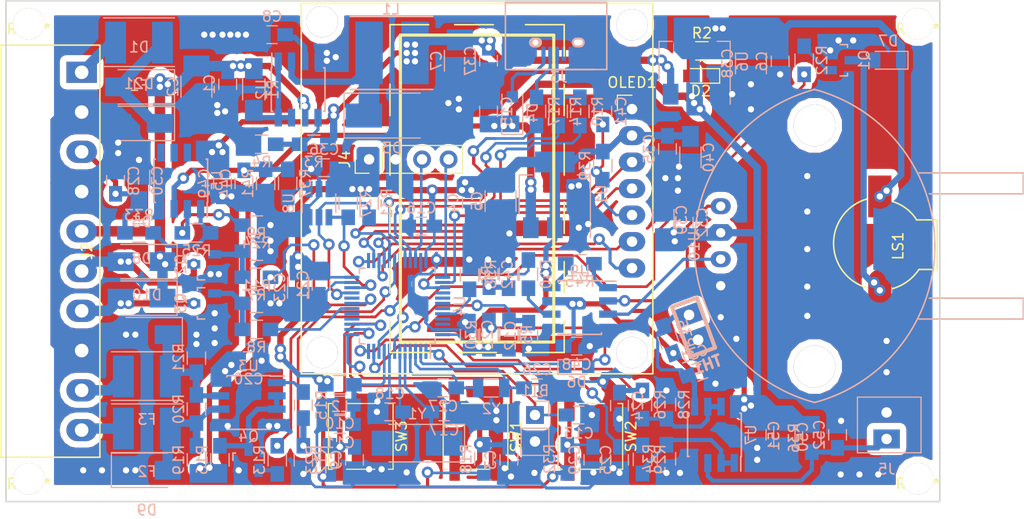
<source format=kicad_pcb>
(kicad_pcb (version 20171130) (host pcbnew "(5.0.2)-1")
  (title_block (title Master-Node) (date 2018-01-03) (rev nhantt) (company nhantt))
  (layers (0 F.Cu signal) (31 B.Cu signal) (34 B.Paste user) (35 F.Paste user) (36 B.SilkS user) (37 F.SilkS user) (38 B.Mask user) (39 F.Mask user) (44 Edge.Cuts user))
  (net 0 "")
  (net 1 "Net-(BT1-Pad1)")
  (net 2 GND)
  (net 3 +3V3)
  (net 4 +5V)
  (net 5 "Net-(C8-Pad1)")
  (net 6 "Net-(C10-Pad2)")
  (net 7 "Net-(C12-Pad1)")
  (net 8 /OSCI)
  (net 9 /OSCO)
  (net 10 /OSC32I)
  (net 11 /OSC32O)
  (net 12 VIN)
  (net 13 "Net-(D2-Pad2)")
  (net 14 "Net-(D3-Pad1)")
  (net 15 "Net-(D4-Pad2)")
  (net 16 "Net-(D6-Pad2)")
  (net 17 /LED_STT)
  (net 18 /B)
  (net 19 /A)
  (net 20 "Net-(J3-Pad2)")
  (net 21 "Net-(J3-Pad3)")
  (net 22 /SWDIO)
  (net 23 /SWCLK)
  (net 24 "Net-(Q2-Pad1)")
  (net 25 "Net-(R3-Pad1)")
  (net 26 "Net-(R6-Pad1)")
  (net 27 /USB_DIS)
  (net 28 /USBDP)
  (net 29 /USBDM)
  (net 30 /BT2)
  (net 31 /BT3)
  (net 32 /BT1)
  (net 33 "Net-(D7-Pad2)")
  (net 34 "Net-(D9-Pad2)")
  (net 35 /OUT1)
  (net 36 /OUT2)
  (net 37 "Net-(Q1-Pad1)")
  (net 38 "Net-(Q3-Pad1)")
  (net 39 "Net-(Q4-Pad3)")
  (net 40 "Net-(Q4-Pad1)")
  (net 41 "Net-(R1-Pad1)")
  (net 42 /Buzzer)
  (net 43 "Net-(D1-Pad2)")
  (net 44 +24V)
  (net 45 +12V)
  (net 46 /DAC_OUTPUT)
  (net 47 "Net-(C31-Pad2)")
  (net 48 /pressure)
  (net 49 /DAC_O)
  (net 50 /OLED_RST)
  (net 51 "Net-(C52-Pad2)")
  (net 52 "Net-(D10-Pad1)")
  (net 53 /o1)
  (net 54 /o2)
  (net 55 /RX)
  (net 56 /TX)
  (net 57 "Net-(R24-Pad1)")
  (net 58 "Net-(R25-Pad2)")
  (net 59 /DAC_SDA)
  (net 60 /DAC_SCL)
  (net 61 "Net-(R37-Pad1)")
  (net 62 "Net-(R40-Pad1)")
  (net 63 "Net-(R45-Pad1)")
  (net 64 "Net-(R45-Pad2)")
  (net 65 /OLED_SDIN)
  (net 66 "Net-(R15-Pad2)")
  (net 67 /temp_ob)
  (net 68 /temp_pre)
  (net 69 /OLED_DC)
  (net 70 /OLED_CS)
  (net 71 /OLED_CLK)
  (net 72 "Net-(R26-Pad1)")
  (net 73 "Net-(U10-Pad2)")
  (net 74 "Net-(U10-Pad4)")
  (net 75 "Net-(R29-Pad1)")
  (module nhantt-kicad-lib:Vit-3mm (layer F.Cu) (at 92.2 125.8)
    (fp_text reference REF** (at 0 0.5) (layer F.SilkS))
    (fp_text value Vit-4mm)
    (pad 1 thru_hole circle (at 0 0) (size 3 3) (drill 3) (layers *.Cu *.Mask F.SilkS))
  )
  (module nhantt-kicad-lib:Vit-3mm (layer F.Cu) (at 177.4 125.8)
    (fp_text reference REF** (at 0 0.5) (layer F.SilkS))
    (fp_text value Vit-4mm)
    (pad 1 thru_hole circle (at 0 0) (size 3 3) (drill 3) (layers *.Cu *.Mask F.SilkS))
  )
  (module nhantt-kicad-lib:Vit-3mm (layer F.Cu) (at 177.4 82.2)
    (fp_text reference REF** (at 0 0.5) (layer F.SilkS))
    (fp_text value Vit-4mm)
    (pad 1 thru_hole circle (at 0 0) (size 3 3) (drill 3) (layers *.Cu *.Mask F.SilkS))
  )
  (module nhantt-kicad-lib:D_SMB_Handsoldering (layer B.Cu) (at 127 91)
    (fp_text reference D3 (at 0 3.1) (layer B.SilkS) (effects (justify mirror)))
    (fp_text value D_Schottky)
    (pad 2 smd rect (at 2.7 0) (size 3.5 2.3) (layers B.Cu B.Paste B.Mask) (net 2 GND))
    (pad 1 smd rect (at -2.7 0) (size 3.5 2.3) (layers B.Cu B.Paste B.Mask) (net 14 "Net-(D3-Pad1)"))
  )
  (module nhantt-kicad-lib:Inductor_5.2x5.8x4.5 (layer B.Cu) (at 127 85 180)
    (fp_text reference L1 (at 0.1 4.2 180) (layer B.SilkS) (effects (justify mirror)))
    (fp_text value L)
    (pad 2 smd rect (at 2.2 0 180) (size 2.624 6) (layers B.Cu B.Paste B.Mask) (net 14 "Net-(D3-Pad1)"))
    (pad 1 smd rect (at -2.2 0 180) (size 2.624 6) (layers B.Cu B.Paste B.Mask) (net 45 +12V))
  )
  (module Capacitors_SMD:C_0805_HandSoldering (layer B.Cu) (at 111.25 88 270)
    (fp_text reference C1 (at 0 1.75 270) (layer B.SilkS) (effects (justify mirror)))
    (fp_text value 100nF)
    (pad 1 smd rect (at -1.25 0 270) (size 1.5 1.25) (layers B.Cu B.Paste B.Mask) (net 44 +24V))
    (pad 2 smd rect (at 1.25 0 270) (size 1.5 1.25) (layers B.Cu B.Paste B.Mask) (net 2 GND))
  )
  (module Capacitors_SMD:C_0805_HandSoldering (layer B.Cu) (at 138.2 124 270)
    (fp_text reference C3 (at 0 1.75 270) (layer B.SilkS) (effects (justify mirror)))
    (fp_text value 100nF)
    (pad 2 smd rect (at 1.25 0 270) (size 1.5 1.25) (layers B.Cu B.Paste B.Mask) (net 2 GND))
    (pad 1 smd rect (at -1.25 0 270) (size 1.5 1.25) (layers B.Cu B.Paste B.Mask) (net 30 /BT2))
  )
  (module Capacitors_SMD:C_0805_HandSoldering (layer B.Cu) (at 134.6 99.4 270)
    (fp_text reference C4 (at 0 1.75 270) (layer B.SilkS) (effects (justify mirror)))
    (fp_text value 100nF)
    (pad 2 smd rect (at 1.25 0 270) (size 1.5 1.25) (layers B.Cu B.Paste B.Mask) (net 2 GND))
    (pad 1 smd rect (at -1.25 0 270) (size 1.5 1.25) (layers B.Cu B.Paste B.Mask) (net 3 +3V3))
  )
  (module Capacitors_SMD:C_0805_HandSoldering (layer B.Cu) (at 164.2 85.8 270)
    (fp_text reference C6 (at 0 1.75 270) (layer B.SilkS) (effects (justify mirror)))
    (fp_text value 100nF)
    (pad 1 smd rect (at -1.25 0 270) (size 1.5 1.25) (layers B.Cu B.Paste B.Mask) (net 4 +5V))
    (pad 2 smd rect (at 1.25 0 270) (size 1.5 1.25) (layers B.Cu B.Paste B.Mask) (net 2 GND))
  )
  (module Capacitors_SMD:C_0805_HandSoldering (layer B.Cu) (at 115.5 83.25 180)
    (fp_text reference C8 (at 0 1.75 180) (layer B.SilkS) (effects (justify mirror)))
    (fp_text value 33p)
    (pad 2 smd rect (at 1.25 0 180) (size 1.5 1.25) (layers B.Cu B.Paste B.Mask) (net 2 GND))
    (pad 1 smd rect (at -1.25 0 180) (size 1.5 1.25) (layers B.Cu B.Paste B.Mask) (net 5 "Net-(C8-Pad1)"))
  )
  (module Capacitors_SMD:C_0805_HandSoldering (layer B.Cu) (at 123.4 124 270)
    (fp_text reference C9 (at 0 1.75 270) (layer B.SilkS) (effects (justify mirror)))
    (fp_text value 100nF)
    (pad 1 smd rect (at -1.25 0 270) (size 1.5 1.25) (layers B.Cu B.Paste B.Mask) (net 31 /BT3))
    (pad 2 smd rect (at 1.25 0 270) (size 1.5 1.25) (layers B.Cu B.Paste B.Mask) (net 2 GND))
  )
  (module Capacitors_SMD:C_0805_HandSoldering (layer B.Cu) (at 122 118.7575)
    (fp_text reference C10 (at 0 1.75) (layer B.SilkS) (effects (justify mirror)))
    (fp_text value 1uF)
    (pad 1 smd rect (at -1.25 0) (size 1.5 1.25) (layers B.Cu B.Paste B.Mask) (net 2 GND))
    (pad 2 smd rect (at 1.25 0) (size 1.5 1.25) (layers B.Cu B.Paste B.Mask) (net 6 "Net-(C10-Pad2)"))
  )
  (module Capacitors_SMD:C_0805_HandSoldering (layer B.Cu) (at 122 120.6)
    (fp_text reference C11 (at 0 1.75) (layer B.SilkS) (effects (justify mirror)))
    (fp_text value 100nF)
    (pad 2 smd rect (at 1.25 0) (size 1.5 1.25) (layers B.Cu B.Paste B.Mask) (net 6 "Net-(C10-Pad2)"))
    (pad 1 smd rect (at -1.25 0) (size 1.5 1.25) (layers B.Cu B.Paste B.Mask) (net 2 GND))
  )
  (module Capacitors_SMD:C_0805_HandSoldering (layer B.Cu) (at 140.1 112.1 270)
    (fp_text reference C12 (at 0 1.75 270) (layer B.SilkS) (effects (justify mirror)))
    (fp_text value 100nF)
    (pad 1 smd rect (at -1.25 0 270) (size 1.5 1.25) (layers B.Cu B.Paste B.Mask) (net 7 "Net-(C12-Pad1)"))
    (pad 2 smd rect (at 1.25 0 270) (size 1.5 1.25) (layers B.Cu B.Paste B.Mask) (net 2 GND))
  )
  (module Capacitors_SMD:C_0805_HandSoldering (layer B.Cu) (at 144.9 119.7)
    (fp_text reference C13 (at 0 1.75) (layer B.SilkS) (effects (justify mirror)))
    (fp_text value 100nF)
    (pad 2 smd rect (at 1.25 0) (size 1.5 1.25) (layers B.Cu B.Paste B.Mask) (net 2 GND))
    (pad 1 smd rect (at -1.25 0) (size 1.5 1.25) (layers B.Cu B.Paste B.Mask) (net 1 "Net-(BT1-Pad1)"))
  )
  (module Capacitors_SMD:C_0805_HandSoldering (layer B.Cu) (at 136.25 90.6 90)
    (fp_text reference C15 (at 0 1.75 90) (layer B.SilkS) (effects (justify mirror)))
    (fp_text value 100nF)
    (pad 2 smd rect (at 1.25 0 90) (size 1.5 1.25) (layers B.Cu B.Paste B.Mask) (net 2 GND))
    (pad 1 smd rect (at -1.25 0 90) (size 1.5 1.25) (layers B.Cu B.Paste B.Mask) (net 4 +5V))
  )
  (module Capacitors_SMD:C_0805_HandSoldering (layer B.Cu) (at 129.8 101.6 180)
    (fp_text reference C16 (at 0 1.75 180) (layer B.SilkS) (effects (justify mirror)))
    (fp_text value 100nF)
    (pad 1 smd rect (at -1.25 0 180) (size 1.5 1.25) (layers B.Cu B.Paste B.Mask) (net 3 +3V3))
    (pad 2 smd rect (at 1.25 0 180) (size 1.5 1.25) (layers B.Cu B.Paste B.Mask) (net 2 GND))
  )
  (module Capacitors_SMD:C_0805_HandSoldering (layer B.Cu) (at 132 119.4)
    (fp_text reference C17 (at 0 1.75) (layer B.SilkS) (effects (justify mirror)))
    (fp_text value 22pF)
    (pad 2 smd rect (at 1.25 0) (size 1.5 1.25) (layers B.Cu B.Paste B.Mask) (net 2 GND))
    (pad 1 smd rect (at -1.25 0) (size 1.5 1.25) (layers B.Cu B.Paste B.Mask) (net 8 /OSCI))
  )
  (module Capacitors_SMD:C_0805_HandSoldering (layer B.Cu) (at 126.8 119.4 180)
    (fp_text reference C18 (at 0 1.75 180) (layer B.SilkS) (effects (justify mirror)))
    (fp_text value 22pF)
    (pad 2 smd rect (at 1.25 0 180) (size 1.5 1.25) (layers B.Cu B.Paste B.Mask) (net 2 GND))
    (pad 1 smd rect (at -1.25 0 180) (size 1.5 1.25) (layers B.Cu B.Paste B.Mask) (net 9 /OSCO))
  )
  (module Capacitors_SMD:C_0805_HandSoldering (layer B.Cu) (at 113.25 114.5)
    (fp_text reference C20 (at 0 1.75) (layer B.SilkS) (effects (justify mirror)))
    (fp_text value 100nF)
    (pad 2 smd rect (at 1.25 0) (size 1.5 1.25) (layers B.Cu B.Paste B.Mask) (net 2 GND))
    (pad 1 smd rect (at -1.25 0) (size 1.5 1.25) (layers B.Cu B.Paste B.Mask) (net 4 +5V))
  )
  (module Capacitors_SMD:C_0805_HandSoldering (layer B.Cu) (at 120.2 107.25 270)
    (fp_text reference C21 (at 0 1.75 270) (layer B.SilkS) (effects (justify mirror)))
    (fp_text value 100nF)
    (pad 1 smd rect (at -1.25 0 270) (size 1.5 1.25) (layers B.Cu B.Paste B.Mask) (net 3 +3V3))
    (pad 2 smd rect (at 1.25 0 270) (size 1.5 1.25) (layers B.Cu B.Paste B.Mask) (net 2 GND))
  )
  (module Capacitors_SMD:C_0805_HandSoldering (layer B.Cu) (at 134.4 112 90)
    (fp_text reference C22 (at 0 1.75 90) (layer B.SilkS) (effects (justify mirror)))
    (fp_text value 100nF)
    (pad 2 smd rect (at 1.25 0 90) (size 1.5 1.25) (layers B.Cu B.Paste B.Mask) (net 2 GND))
    (pad 1 smd rect (at -1.25 0 90) (size 1.5 1.25) (layers B.Cu B.Paste B.Mask) (net 3 +3V3))
  )
  (module Capacitors_SMD:C_1206_HandSoldering (layer B.Cu) (at 118 107.5 270)
    (fp_text reference C23 (at 0 1.75 270) (layer B.SilkS) (effects (justify mirror)))
    (fp_text value 10uF)
    (pad 1 smd rect (at -2 0 270) (size 2 1.6) (layers B.Cu B.Paste B.Mask) (net 3 +3V3))
    (pad 2 smd rect (at 2 0 270) (size 2 1.6) (layers B.Cu B.Paste B.Mask) (net 2 GND))
  )
  (module Capacitors_SMD:C_0805_HandSoldering (layer B.Cu) (at 140.9 117.1 180)
    (fp_text reference C26 (at 0 1.75 180) (layer B.SilkS) (effects (justify mirror)))
    (fp_text value 22pF)
    (pad 1 smd rect (at -1.25 0 180) (size 1.5 1.25) (layers B.Cu B.Paste B.Mask) (net 2 GND))
    (pad 2 smd rect (at 1.25 0 180) (size 1.5 1.25) (layers B.Cu B.Paste B.Mask) (net 10 /OSC32I))
  )
  (module Capacitors_SMD:C_0805_HandSoldering (layer B.Cu) (at 131.9 117.1)
    (fp_text reference C27 (at 0 1.75) (layer B.SilkS) (effects (justify mirror)))
    (fp_text value 22pF)
    (pad 2 smd rect (at 1.25 0) (size 1.5 1.25) (layers B.Cu B.Paste B.Mask) (net 11 /OSC32O))
    (pad 1 smd rect (at -1.25 0) (size 1.5 1.25) (layers B.Cu B.Paste B.Mask) (net 2 GND))
  )
  (module Capacitors_SMD:C_0805_HandSoldering (layer B.Cu) (at 100.5 97.25 90)
    (fp_text reference C28 (at 0 1.75 90) (layer B.SilkS) (effects (justify mirror)))
    (fp_text value 4.7nF)
    (pad 1 smd rect (at -1.25 0 90) (size 1.5 1.25) (layers B.Cu B.Paste B.Mask) (net 46 /DAC_OUTPUT))
    (pad 2 smd rect (at 1.25 0 90) (size 1.5 1.25) (layers B.Cu B.Paste B.Mask) (net 2 GND))
  )
  (module Capacitors_SMD:C_0805_HandSoldering (layer B.Cu) (at 146.25 124 270)
    (fp_text reference C29 (at 0 1.75 270) (layer B.SilkS) (effects (justify mirror)))
    (fp_text value 100nF)
    (pad 1 smd rect (at -1.25 0 270) (size 1.5 1.25) (layers B.Cu B.Paste B.Mask) (net 32 /BT1))
    (pad 2 smd rect (at 1.25 0 270) (size 1.5 1.25) (layers B.Cu B.Paste B.Mask) (net 2 GND))
  )
  (module Capacitors_SMD:C_1206_HandSoldering (layer B.Cu) (at 102.75 97.25 90)
    (fp_text reference C30 (at 0 1.75 90) (layer B.SilkS) (effects (justify mirror)))
    (fp_text value 10uF)
    (pad 2 smd rect (at 2 0 90) (size 2 1.6) (layers B.Cu B.Paste B.Mask) (net 2 GND))
    (pad 1 smd rect (at -2 0 90) (size 2 1.6) (layers B.Cu B.Paste B.Mask) (net 46 /DAC_OUTPUT))
  )
  (module Capacitors_SMD:C_0805_HandSoldering (layer B.Cu) (at 156.5 115.5 200)
    (fp_text reference C31 (at 0 1.75 200) (layer B.SilkS) (effects (justify mirror)))
    (fp_text value 100nF)
    (pad 1 smd rect (at -1.25 0 200) (size 1.5 1.25) (layers B.Cu B.Paste B.Mask) (net 2 GND))
    (pad 2 smd rect (at 1.25 0 200) (size 1.5 1.25) (layers B.Cu B.Paste B.Mask) (net 47 "Net-(C31-Pad2)"))
  )
  (module Capacitors_SMD:C_0805_HandSoldering (layer B.Cu) (at 155 101.25 90)
    (fp_text reference C32 (at 0 1.75 90) (layer B.SilkS) (effects (justify mirror)))
    (fp_text value 100nF)
    (pad 2 smd rect (at 1.25 0 90) (size 1.5 1.25) (layers B.Cu B.Paste B.Mask) (net 2 GND))
    (pad 1 smd rect (at -1.25 0 90) (size 1.5 1.25) (layers B.Cu B.Paste B.Mask) (net 4 +5V))
  )
  (module Capacitors_SMD:C_0805_HandSoldering (layer B.Cu) (at 120.5 96 180)
    (fp_text reference C36 (at 0 1.75 180) (layer B.SilkS) (effects (justify mirror)))
    (fp_text value 100nF)
    (pad 1 smd rect (at -1.25 0 180) (size 1.5 1.25) (layers B.Cu B.Paste B.Mask) (net 3 +3V3))
    (pad 2 smd rect (at 1.25 0 180) (size 1.5 1.25) (layers B.Cu B.Paste B.Mask) (net 2 GND))
  )
  (module Capacitors_SMD:C_1206_HandSoldering (layer B.Cu) (at 153 101 90)
    (fp_text reference C39 (at 0 1.75 90) (layer B.SilkS) (effects (justify mirror)))
    (fp_text value 10uF)
    (pad 2 smd rect (at 2 0 90) (size 2 1.6) (layers B.Cu B.Paste B.Mask) (net 2 GND))
    (pad 1 smd rect (at -2 0 90) (size 2 1.6) (layers B.Cu B.Paste B.Mask) (net 4 +5V))
  )
  (module Capacitors_SMD:C_0805_HandSoldering (layer B.Cu) (at 136.3 106.2 90)
    (fp_text reference C42 (at 0 1.75 90) (layer B.SilkS) (effects (justify mirror)))
    (fp_text value 4.7nF)
    (pad 2 smd rect (at 1.25 0 90) (size 1.5 1.25) (layers B.Cu B.Paste B.Mask) (net 2 GND))
    (pad 1 smd rect (at -1.25 0 90) (size 1.5 1.25) (layers B.Cu B.Paste B.Mask) (net 48 /pressure))
  )
  (module Capacitors_SMD:C_0805_HandSoldering (layer B.Cu) (at 112.803333 97.5 270)
    (fp_text reference C44 (at 0 1.75 270) (layer B.SilkS) (effects (justify mirror)))
    (fp_text value 4.7nF)
    (pad 2 smd rect (at 1.25 0 270) (size 1.5 1.25) (layers B.Cu B.Paste B.Mask) (net 2 GND))
    (pad 1 smd rect (at -1.25 0 270) (size 1.5 1.25) (layers B.Cu B.Paste B.Mask) (net 49 /DAC_O))
  )
  (module Capacitors_SMD:C_0805_HandSoldering (layer B.Cu) (at 144.7 113.1)
    (fp_text reference C48 (at 0 1.75) (layer B.SilkS) (effects (justify mirror)))
    (fp_text value 100nF)
    (pad 1 smd rect (at -1.25 0) (size 1.5 1.25) (layers B.Cu B.Paste B.Mask) (net 4 +5V))
    (pad 2 smd rect (at 1.25 0) (size 1.5 1.25) (layers B.Cu B.Paste B.Mask) (net 2 GND))
  )
  (module Capacitors_SMD:C_0805_HandSoldering (layer B.Cu) (at 110.75 97.5 270)
    (fp_text reference C49 (at 0 1.75 270) (layer B.SilkS) (effects (justify mirror)))
    (fp_text value 100nF)
    (pad 2 smd rect (at 1.25 0 270) (size 1.5 1.25) (layers B.Cu B.Paste B.Mask) (net 2 GND))
    (pad 1 smd rect (at -1.25 0 270) (size 1.5 1.25) (layers B.Cu B.Paste B.Mask) (net 45 +12V))
  )
  (module Capacitors_SMD:C_1206_HandSoldering (layer B.Cu) (at 164.603333 121.8 90)
    (fp_text reference C50 (at 0 1.75 90) (layer B.SilkS) (effects (justify mirror)))
    (fp_text value 10uF)
    (pad 1 smd rect (at -2 0 90) (size 2 1.6) (layers B.Cu B.Paste B.Mask) (net 2 GND))
    (pad 2 smd rect (at 2 0 90) (size 2 1.6) (layers B.Cu B.Paste B.Mask) (net 4 +5V))
  )
  (module Capacitors_SMD:C_0805_HandSoldering (layer B.Cu) (at 162 121.6 90)
    (fp_text reference C51 (at -0.1 1.6 90) (layer B.SilkS) (effects (justify mirror)))
    (fp_text value 100nF)
    (pad 1 smd rect (at -1.25 0 90) (size 1.5 1.25) (layers B.Cu B.Paste B.Mask) (net 2 GND))
    (pad 2 smd rect (at 1.25 0 90) (size 1.5 1.25) (layers B.Cu B.Paste B.Mask) (net 4 +5V))
  )
  (module Capacitors_SMD:C_0805_HandSoldering (layer B.Cu) (at 169.7 121.6 270)
    (fp_text reference C52 (at 0 1.75 270) (layer B.SilkS) (effects (justify mirror)))
    (fp_text value 100nF)
    (pad 2 smd rect (at 1.25 0 270) (size 1.5 1.25) (layers B.Cu B.Paste B.Mask) (net 51 "Net-(C52-Pad2)"))
    (pad 1 smd rect (at -1.25 0 270) (size 1.5 1.25) (layers B.Cu B.Paste B.Mask) (net 2 GND))
  )
  (module nhantt-kicad-lib:D_SMA_Standard (layer B.Cu) (at 102.75 88.25 180)
    (fp_text reference D1 (at 0 3.81 180) (layer B.SilkS) (effects (justify mirror)))
    (fp_text value D_ALT)
    (pad 1 smd rect (at -2 0 180) (size 2.5 1.8) (layers B.Cu B.Paste B.Mask) (net 44 +24V))
    (pad 2 smd rect (at 2 0 180) (size 2.5 1.8) (layers B.Cu B.Paste B.Mask) (net 43 "Net-(D1-Pad2)"))
  )
  (module LEDs:LED_0805 (layer F.Cu) (at 156.6 87.2 180)
    (fp_text reference D2 (at 0 -1.45 180) (layer F.SilkS))
    (fp_text value LED)
    (pad 2 smd rect (at 1.1 0) (size 1.2 1.2) (layers F.Cu F.Paste F.Mask) (net 13 "Net-(D2-Pad2)"))
    (pad 1 smd rect (at -1.1 0) (size 1.2 1.2) (layers F.Cu F.Paste F.Mask) (net 2 GND))
  )
  (module LEDs:LED_0805 (layer B.Cu) (at 144.7 115.1)
    (fp_text reference D6 (at 0 1.45) (layer B.SilkS) (effects (justify mirror)))
    (fp_text value LED)
    (pad 1 smd rect (at -1.1 0 180) (size 1.2 1.2) (layers B.Cu B.Paste B.Mask) (net 17 /LED_STT))
    (pad 2 smd rect (at 1.1 0 180) (size 1.2 1.2) (layers B.Cu B.Paste B.Mask) (net 16 "Net-(D6-Pad2)"))
  )
  (module nhantt-kicad-lib:D_SOD-323F (layer B.Cu) (at 174.55 85.7 180)
    (fp_text reference D7 (at 0 1.85 180) (layer B.SilkS) (effects (justify mirror)))
    (fp_text value D)
    (pad 2 smd rect (at 1.25 0 180) (size 1 1.5) (layers B.Cu B.Paste B.Mask) (net 33 "Net-(D7-Pad2)"))
    (pad 1 smd rect (at -1.25 0 180) (size 1 1.5) (layers B.Cu B.Paste B.Mask) (net 4 +5V))
  )
  (module nhantt-kicad-lib:D_SMA_Standard (layer B.Cu) (at 103.5 125)
    (fp_text reference D9 (at 0 3.81) (layer B.SilkS) (effects (justify mirror)))
    (fp_text value D_TVS)
    (pad 2 smd rect (at 2 0) (size 2.5 1.8) (layers B.Cu B.Paste B.Mask) (net 34 "Net-(D9-Pad2)"))
    (pad 1 smd rect (at -2 0) (size 2.5 1.8) (layers B.Cu B.Paste B.Mask) (net 2 GND))
  )
  (module nhantt-kicad-lib:D_SMA_Standard (layer B.Cu) (at 103.5 112 180)
    (fp_text reference D10 (at 0 3.81 180) (layer B.SilkS) (effects (justify mirror)))
    (fp_text value D_TVS)
    (pad 1 smd rect (at -2 0 180) (size 2.5 1.8) (layers B.Cu B.Paste B.Mask) (net 52 "Net-(D10-Pad1)"))
    (pad 2 smd rect (at 2 0 180) (size 2.5 1.8) (layers B.Cu B.Paste B.Mask) (net 2 GND))
  )
  (module nhantt-kicad-lib:D_SMA_Standard (layer B.Cu) (at 102.75 91.75 180)
    (fp_text reference D21 (at 0 3.81 180) (layer B.SilkS) (effects (justify mirror)))
    (fp_text value TVS)
    (pad 2 smd rect (at 2 0 180) (size 2.5 1.8) (layers B.Cu B.Paste B.Mask) (net 2 GND))
    (pad 1 smd rect (at -2 0 180) (size 2.5 1.8) (layers B.Cu B.Paste B.Mask) (net 43 "Net-(D1-Pad2)"))
  )
  (module nhantt-kicad-lib:Fuse_SMD1812 (layer B.Cu) (at 102.75 84)
    (fp_text reference F1 (at 0 4.13) (layer B.SilkS) (effects (justify mirror)))
    (fp_text value Fuse)
    (pad 2 smd rect (at 2.25 0 270) (size 4 2) (layers B.Cu B.Paste B.Mask) (net 43 "Net-(D1-Pad2)"))
    (pad 1 smd rect (at -2.25 0 270) (size 4 2) (layers B.Cu B.Paste B.Mask) (net 12 VIN))
  )
  (module nhantt-kicad-lib:Fuse_SMD1812 (layer B.Cu) (at 103.5 121)
    (fp_text reference F2 (at 0 4.13) (layer B.SilkS) (effects (justify mirror)))
    (fp_text value Fuse)
    (pad 1 smd rect (at -2.25 0 270) (size 4 2) (layers B.Cu B.Paste B.Mask) (net 19 /A))
    (pad 2 smd rect (at 2.25 0 270) (size 4 2) (layers B.Cu B.Paste B.Mask) (net 34 "Net-(D9-Pad2)"))
  )
  (module nhantt-kicad-lib:Fuse_SMD1812 (layer B.Cu) (at 103.5 116)
    (fp_text reference F3 (at 0 4.13) (layer B.SilkS) (effects (justify mirror)))
    (fp_text value Fuse)
    (pad 2 smd rect (at 2.25 0 270) (size 4 2) (layers B.Cu B.Paste B.Mask) (net 52 "Net-(D10-Pad1)"))
    (pad 1 smd rect (at -2.25 0 270) (size 4 2) (layers B.Cu B.Paste B.Mask) (net 18 /B))
  )
  (module nhantt-kicad-lib:USB_Micro-B (layer B.Cu) (at 140.75 84)
    (fp_text reference J3 (at 2.225 3.325) (layer B.SilkS) (effects (justify mirror)))
    (fp_text value USB_OTG)
    (pad 1 smd rect (at 0.76666 1.07994 270) (size 1.35 0.4) (layers B.Cu B.Paste B.Mask) (net 15 "Net-(D4-Pad2)"))
    (pad 2 smd rect (at 1.41666 1.07994 270) (size 1.35 0.4) (layers B.Cu B.Paste B.Mask) (net 20 "Net-(J3-Pad2)"))
    (pad 3 smd rect (at 2.06666 1.07994 270) (size 1.35 0.4) (layers B.Cu B.Paste B.Mask) (net 21 "Net-(J3-Pad3)"))
    (pad 4 smd rect (at 2.71666 1.07994 270) (size 1.35 0.4) (layers B.Cu B.Paste B.Mask))
    (pad 5 smd rect (at 3.36666 1.07994 270) (size 1.35 0.4) (layers B.Cu B.Paste B.Mask) (net 2 GND))
    (pad 6 thru_hole oval (at 0 0 270) (size 0.95 1.25) (drill oval 0.55) (layers *.Cu *.Mask B.SilkS) (net 2 GND))
    (pad 6 thru_hole oval (at 4.1 0 270) (size 0.95 1.25) (drill oval 0.55 0.85) (layers *.Cu *.Mask B.SilkS) (net 2 GND))
    (pad 6 smd rect (at -1.2192 -2.1 270) (size 1 3) (layers B.Cu B.Paste B.Mask) (net 2 GND))
    (pad 6 smd rect (at 5.3 -2.1 270) (size 1 3) (layers B.Cu B.Paste B.Mask) (net 2 GND))
  )
  (module nhantt-kicad-lib:Header-2pin-2.54-white (layer B.Cu) (at 174.4 122)
    (fp_text reference J5 (at 0 2.8956) (layer B.SilkS) (effects (justify mirror)))
    (fp_text value Wire_NTC10k)
    (pad 1 thru_hole rect (at 0 0) (size 2.524 1.824) (drill 1) (layers *.Cu *.Mask) (net 51 "Net-(C52-Pad2)"))
    (pad 2 thru_hole oval (at 0 -2.54) (size 2.524 1.824) (drill 1) (layers *.Cu *.Mask) (net 2 GND))
  )
  (module Inductors_SMD:L_0805_HandSoldering (layer B.Cu) (at 122 116.8)
    (fp_text reference L2 (at 0 2.1) (layer B.SilkS) (effects (justify mirror)))
    (fp_text value L_Small)
    (pad 2 smd rect (at 1.35 0) (size 1.5 1.3) (layers B.Cu B.Paste B.Mask) (net 6 "Net-(C10-Pad2)"))
    (pad 1 smd rect (at -1.35 0) (size 1.5 1.3) (layers B.Cu B.Paste B.Mask) (net 3 +3V3))
  )
  (module nhantt-kicad-lib:SOT-23 (layer B.Cu) (at 170 85.7 90)
    (fp_text reference Q1 (at 0 2.25 90) (layer B.SilkS) (effects (justify mirror)))
    (fp_text value C1815)
    (pad 1 smd rect (at -0.95 -1.00076 90) (size 0.8001 1.254) (layers B.Cu B.Paste B.Mask) (net 37 "Net-(Q1-Pad1)"))
    (pad 2 smd rect (at 0.95 -1.00076 90) (size 0.8001 1.254) (layers B.Cu B.Paste B.Mask) (net 2 GND))
    (pad 3 smd rect (at 0 1 90) (size 0.8001 1.254) (layers B.Cu B.Paste B.Mask) (net 33 "Net-(D7-Pad2)"))
  )
  (module nhantt-kicad-lib:SOT-23 (layer B.Cu) (at 109 105.25 270)
    (fp_text reference Q2 (at 0 2.25 270) (layer B.SilkS) (effects (justify mirror)))
    (fp_text value Q_NMOS_GSD)
    (pad 1 smd rect (at -0.95 -1.00076 270) (size 0.8001 1.254) (layers B.Cu B.Paste B.Mask) (net 24 "Net-(Q2-Pad1)"))
    (pad 2 smd rect (at 0.95 -1.00076 270) (size 0.8001 1.254) (layers B.Cu B.Paste B.Mask) (net 2 GND))
    (pad 3 smd rect (at 0 1 270) (size 0.8001 1.254) (layers B.Cu B.Paste B.Mask) (net 35 /OUT1))
  )
  (module nhantt-kicad-lib:SOT-23 (layer B.Cu) (at 109 109 270)
    (fp_text reference Q3 (at 0 2.25 270) (layer B.SilkS) (effects (justify mirror)))
    (fp_text value Q_NMOS_GSD)
    (pad 3 smd rect (at 0 1 270) (size 0.8001 1.254) (layers B.Cu B.Paste B.Mask) (net 36 /OUT2))
    (pad 2 smd rect (at 0.95 -1.00076 270) (size 0.8001 1.254) (layers B.Cu B.Paste B.Mask) (net 2 GND))
    (pad 1 smd rect (at -0.95 -1.00076 270) (size 0.8001 1.254) (layers B.Cu B.Paste B.Mask) (net 38 "Net-(Q3-Pad1)"))
  )
  (module nhantt-kicad-lib:SOT-23 (layer B.Cu) (at 113.25 124 180)
    (fp_text reference Q4 (at 0 2.25 180) (layer B.SilkS) (effects (justify mirror)))
    (fp_text value C1815)
    (pad 3 smd rect (at 0 1 180) (size 0.8001 1.254) (layers B.Cu B.Paste B.Mask) (net 39 "Net-(Q4-Pad3)"))
    (pad 2 smd rect (at 0.95 -1.00076 180) (size 0.8001 1.254) (layers B.Cu B.Paste B.Mask) (net 2 GND))
    (pad 1 smd rect (at -0.95 -1.00076 180) (size 0.8001 1.254) (layers B.Cu B.Paste B.Mask) (net 40 "Net-(Q4-Pad1)"))
  )
  (module Resistors_SMD:R_1206_HandSoldering (layer B.Cu) (at 113.75 88.5 90)
    (fp_text reference R1 (at 0 1.85 90) (layer B.SilkS) (effects (justify mirror)))
    (fp_text value 0.15)
    (pad 1 smd rect (at -2 0 90) (size 2 1.7) (layers B.Cu B.Paste B.Mask) (net 41 "Net-(R1-Pad1)"))
    (pad 2 smd rect (at 2 0 90) (size 2 1.7) (layers B.Cu B.Paste B.Mask) (net 44 +24V))
  )
  (module Resistors_SMD:R_0805_HandSoldering (layer F.Cu) (at 156.7 84.8)
    (fp_text reference R2 (at 0 -1.7) (layer F.SilkS))
    (fp_text value 1k)
    (pad 1 smd rect (at -1.35 0) (size 1.5 1.3) (layers F.Cu F.Paste F.Mask) (net 13 "Net-(D2-Pad2)"))
    (pad 2 smd rect (at 1.35 0) (size 1.5 1.3) (layers F.Cu F.Paste F.Mask) (net 4 +5V))
  )
  (module Resistors_SMD:R_0805_HandSoldering (layer B.Cu) (at 119.5 93.75)
    (fp_text reference R3 (at 0 1.7) (layer B.SilkS) (effects (justify mirror)))
    (fp_text value 3k)
    (pad 1 smd rect (at -1.35 0) (size 1.5 1.3) (layers B.Cu B.Paste B.Mask) (net 25 "Net-(R3-Pad1)"))
    (pad 2 smd rect (at 1.35 0) (size 1.5 1.3) (layers B.Cu B.Paste B.Mask) (net 45 +12V))
  )
  (module Resistors_SMD:R_0805_HandSoldering (layer B.Cu) (at 114.5 93.75)
    (fp_text reference R4 (at 0 1.7) (layer B.SilkS) (effects (justify mirror)))
    (fp_text value 1k)
    (pad 2 smd rect (at 1.35 0) (size 1.5 1.3) (layers B.Cu B.Paste B.Mask) (net 25 "Net-(R3-Pad1)"))
    (pad 1 smd rect (at -1.35 0) (size 1.5 1.3) (layers B.Cu B.Paste B.Mask) (net 2 GND))
  )
  (module Resistors_SMD:R_0805_HandSoldering (layer B.Cu) (at 138.21 112 90)
    (fp_text reference R5 (at 0 1.7 90) (layer B.SilkS) (effects (justify mirror)))
    (fp_text value 10k)
    (pad 2 smd rect (at 1.35 0 90) (size 1.5 1.3) (layers B.Cu B.Paste B.Mask) (net 7 "Net-(C12-Pad1)"))
    (pad 1 smd rect (at -1.35 0 90) (size 1.5 1.3) (layers B.Cu B.Paste B.Mask) (net 3 +3V3))
  )
  (module Resistors_SMD:R_0805_HandSoldering (layer B.Cu) (at 134.43 106.3 90)
    (fp_text reference R6 (at 0 1.7 90) (layer B.SilkS) (effects (justify mirror)))
    (fp_text value 10k)
    (pad 2 smd rect (at 1.35 0 90) (size 1.5 1.3) (layers B.Cu B.Paste B.Mask) (net 2 GND))
    (pad 1 smd rect (at -1.35 0 90) (size 1.5 1.3) (layers B.Cu B.Paste B.Mask) (net 26 "Net-(R6-Pad1)"))
  )
  (module Resistors_SMD:R_0805_HandSoldering (layer B.Cu) (at 114 106.5)
    (fp_text reference R7 (at 0 1.7) (layer B.SilkS) (effects (justify mirror)))
    (fp_text value 10R)
    (pad 1 smd rect (at -1.35 0) (size 1.5 1.3) (layers B.Cu B.Paste B.Mask) (net 24 "Net-(Q2-Pad1)"))
    (pad 2 smd rect (at 1.35 0) (size 1.5 1.3) (layers B.Cu B.Paste B.Mask) (net 53 /o1))
  )
  (module Resistors_SMD:R_0805_HandSoldering (layer B.Cu) (at 114 111.5)
    (fp_text reference R8 (at 0 1.7) (layer B.SilkS) (effects (justify mirror)))
    (fp_text value 10R)
    (pad 1 smd rect (at -1.35 0) (size 1.5 1.3) (layers B.Cu B.Paste B.Mask) (net 38 "Net-(Q3-Pad1)"))
    (pad 2 smd rect (at 1.35 0) (size 1.5 1.3) (layers B.Cu B.Paste B.Mask) (net 54 /o2))
  )
  (module Resistors_SMD:R_0805_HandSoldering (layer B.Cu) (at 114 104 180)
    (fp_text reference R9 (at 0 1.7 180) (layer B.SilkS) (effects (justify mirror)))
    (fp_text value 1k)
    (pad 2 smd rect (at 1.35 0 180) (size 1.5 1.3) (layers B.Cu B.Paste B.Mask) (net 24 "Net-(Q2-Pad1)"))
    (pad 1 smd rect (at -1.35 0 180) (size 1.5 1.3) (layers B.Cu B.Paste B.Mask) (net 2 GND))
  )
  (module Resistors_SMD:R_0805_HandSoldering (layer B.Cu) (at 145 90.6 90)
    (fp_text reference R10 (at 0 1.7 90) (layer B.SilkS) (effects (justify mirror)))
    (fp_text value 1.5k)
    (pad 1 smd rect (at -1.35 0 90) (size 1.5 1.3) (layers B.Cu B.Paste B.Mask) (net 27 /USB_DIS))
    (pad 2 smd rect (at 1.35 0 90) (size 1.5 1.3) (layers B.Cu B.Paste B.Mask) (net 21 "Net-(J3-Pad3)"))
  )
  (module Resistors_SMD:R_0805_HandSoldering (layer B.Cu) (at 114 109 180)
    (fp_text reference R11 (at 0 1.7 180) (layer B.SilkS) (effects (justify mirror)))
    (fp_text value 1k)
    (pad 2 smd rect (at 1.35 0 180) (size 1.5 1.3) (layers B.Cu B.Paste B.Mask) (net 38 "Net-(Q3-Pad1)"))
    (pad 1 smd rect (at -1.35 0 180) (size 1.5 1.3) (layers B.Cu B.Paste B.Mask) (net 2 GND))
  )
  (module Resistors_SMD:R_0805_HandSoldering (layer B.Cu) (at 118.5 124 90)
    (fp_text reference R12 (at 0 1.7 90) (layer B.SilkS) (effects (justify mirror)))
    (fp_text value 4.7k)
    (pad 1 smd rect (at -1.35 0 90) (size 1.5 1.3) (layers B.Cu B.Paste B.Mask) (net 2 GND))
    (pad 2 smd rect (at 1.35 0 90) (size 1.5 1.3) (layers B.Cu B.Paste B.Mask) (net 55 /RX))
  )
  (module Resistors_SMD:R_0805_HandSoldering (layer B.Cu) (at 116 124 270)
    (fp_text reference R13 (at 0 1.7 270) (layer B.SilkS) (effects (justify mirror)))
    (fp_text value 2.2k)
    (pad 2 smd rect (at 1.35 0 270) (size 1.5 1.3) (layers B.Cu B.Paste B.Mask) (net 40 "Net-(Q4-Pad1)"))
    (pad 1 smd rect (at -1.35 0 270) (size 1.5 1.3) (layers B.Cu B.Paste B.Mask) (net 56 /TX))
  )
  (module Resistors_SMD:R_0805_HandSoldering (layer B.Cu) (at 142.9225 90.6 90)
    (fp_text reference R14 (at 0 1.7 90) (layer B.SilkS) (effects (justify mirror)))
    (fp_text value 22R)
    (pad 1 smd rect (at -1.35 0 90) (size 1.5 1.3) (layers B.Cu B.Paste B.Mask) (net 28 /USBDP))
    (pad 2 smd rect (at 1.35 0 90) (size 1.5 1.3) (layers B.Cu B.Paste B.Mask) (net 21 "Net-(J3-Pad3)"))
  )
  (module Resistors_SMD:R_0805_HandSoldering (layer B.Cu) (at 110.5 124 270)
    (fp_text reference R16 (at 0 1.7 270) (layer B.SilkS) (effects (justify mirror)))
    (fp_text value 10k)
    (pad 1 smd rect (at -1.35 0 270) (size 1.5 1.3) (layers B.Cu B.Paste B.Mask) (net 39 "Net-(Q4-Pad3)"))
    (pad 2 smd rect (at 1.35 0 270) (size 1.5 1.3) (layers B.Cu B.Paste B.Mask) (net 4 +5V))
  )
  (module Resistors_SMD:R_0805_HandSoldering (layer B.Cu) (at 140.845 90.6 90)
    (fp_text reference R17 (at 0 1.7 90) (layer B.SilkS) (effects (justify mirror)))
    (fp_text value 22R)
    (pad 2 smd rect (at 1.35 0 90) (size 1.5 1.3) (layers B.Cu B.Paste B.Mask) (net 20 "Net-(J3-Pad2)"))
    (pad 1 smd rect (at -1.35 0 90) (size 1.5 1.3) (layers B.Cu B.Paste B.Mask) (net 29 /USBDM))
  )
  (module Resistors_SMD:R_0805_HandSoldering (layer B.Cu) (at 135.8 123.9 270)
    (fp_text reference R18 (at 0 1.7 270) (layer B.SilkS) (effects (justify mirror)))
    (fp_text value 10k)
    (pad 1 smd rect (at -1.35 0 270) (size 1.5 1.3) (layers B.Cu B.Paste B.Mask) (net 30 /BT2))
    (pad 2 smd rect (at 1.35 0 270) (size 1.5 1.3) (layers B.Cu B.Paste B.Mask) (net 3 +3V3))
  )
  (module Resistors_SMD:R_0805_HandSoldering (layer B.Cu) (at 108.25 124 270)
    (fp_text reference R19 (at 0 1.7 270) (layer B.SilkS) (effects (justify mirror)))
    (fp_text value 20k)
    (pad 1 smd rect (at -1.35 0 270) (size 1.5 1.3) (layers B.Cu B.Paste B.Mask) (net 34 "Net-(D9-Pad2)"))
    (pad 2 smd rect (at 1.35 0 270) (size 1.5 1.3) (layers B.Cu B.Paste B.Mask) (net 4 +5V))
  )
  (module Resistors_SMD:R_0805_HandSoldering (layer B.Cu) (at 108.25 119.125 270)
    (fp_text reference R20 (at 0 1.7 270) (layer B.SilkS) (effects (justify mirror)))
    (fp_text value 2.2k)
    (pad 2 smd rect (at 1.35 0 270) (size 1.5 1.3) (layers B.Cu B.Paste B.Mask) (net 34 "Net-(D9-Pad2)"))
    (pad 1 smd rect (at -1.35 0 270) (size 1.5 1.3) (layers B.Cu B.Paste B.Mask) (net 52 "Net-(D10-Pad1)"))
  )
  (module Resistors_SMD:R_0805_HandSoldering (layer B.Cu) (at 108.25 114.25 270)
    (fp_text reference R21 (at 0 1.7 270) (layer B.SilkS) (effects (justify mirror)))
    (fp_text value 20k)
    (pad 2 smd rect (at 1.35 0 270) (size 1.5 1.3) (layers B.Cu B.Paste B.Mask) (net 52 "Net-(D10-Pad1)"))
    (pad 1 smd rect (at -1.35 0 270) (size 1.5 1.3) (layers B.Cu B.Paste B.Mask) (net 2 GND))
  )
  (module Resistors_SMD:R_0805_HandSoldering (layer B.Cu) (at 166.5 85.7 90)
    (fp_text reference R22 (at 0 1.7 90) (layer B.SilkS) (effects (justify mirror)))
    (fp_text value 2.2k)
    (pad 1 smd rect (at -1.35 0 90) (size 1.5 1.3) (layers B.Cu B.Paste B.Mask) (net 42 /Buzzer))
    (pad 2 smd rect (at 1.35 0 90) (size 1.5 1.3) (layers B.Cu B.Paste B.Mask) (net 37 "Net-(Q1-Pad1)"))
  )
  (module Resistors_SMD:R_0805_HandSoldering (layer B.Cu) (at 121 124 270)
    (fp_text reference R23 (at 0 1.7 270) (layer B.SilkS) (effects (justify mirror)))
    (fp_text value 10k)
    (pad 2 smd rect (at 1.35 0 270) (size 1.5 1.3) (layers B.Cu B.Paste B.Mask) (net 3 +3V3))
    (pad 1 smd rect (at -1.35 0 270) (size 1.5 1.3) (layers B.Cu B.Paste B.Mask) (net 31 /BT3))
  )
  (module Resistors_SMD:R_0805_HandSoldering (layer B.Cu) (at 114 101.5)
    (fp_text reference R24 (at 0 1.7) (layer B.SilkS) (effects (justify mirror)))
    (fp_text value 10k)
    (pad 2 smd rect (at 1.35 0) (size 1.5 1.3) (layers B.Cu B.Paste B.Mask) (net 2 GND))
    (pad 1 smd rect (at -1.35 0) (size 1.5 1.3) (layers B.Cu B.Paste B.Mask) (net 57 "Net-(R24-Pad1)"))
  )
  (module Resistors_SMD:R_0805_HandSoldering (layer B.Cu) (at 108.25 102.25)
    (fp_text reference R25 (at 0 1.7) (layer B.SilkS) (effects (justify mirror)))
    (fp_text value 33k)
    (pad 1 smd rect (at -1.35 0) (size 1.5 1.3) (layers B.Cu B.Paste B.Mask) (net 57 "Net-(R24-Pad1)"))
    (pad 2 smd rect (at 1.35 0) (size 1.5 1.3) (layers B.Cu B.Paste B.Mask) (net 58 "Net-(R25-Pad2)"))
  )
  (module Resistors_SMD:R_0805_HandSoldering (layer B.Cu) (at 122.8 99.4 90)
    (fp_text reference R27 (at 0 1.7 90) (layer B.SilkS) (effects (justify mirror)))
    (fp_text value 4.7k)
    (pad 2 smd rect (at 1.35 0 90) (size 1.5 1.3) (layers B.Cu B.Paste B.Mask) (net 3 +3V3))
    (pad 1 smd rect (at -1.35 0 90) (size 1.5 1.3) (layers B.Cu B.Paste B.Mask) (net 59 /DAC_SDA))
  )
  (module Resistors_SMD:R_0805_HandSoldering (layer B.Cu) (at 136.29 112 270)
    (fp_text reference R30 (at 0 1.7 270) (layer B.SilkS) (effects (justify mirror)))
    (fp_text value 1k)
    (pad 2 smd rect (at 1.35 0 270) (size 1.5 1.3) (layers B.Cu B.Paste B.Mask) (net 3 +3V3))
    (pad 1 smd rect (at -1.35 0 270) (size 1.5 1.3) (layers B.Cu B.Paste B.Mask) (net 16 "Net-(D6-Pad2)"))
  )
  (module Resistors_SMD:R_0805_HandSoldering (layer B.Cu) (at 124.8 99.4 90)
    (fp_text reference R31 (at 0 1.7 90) (layer B.SilkS) (effects (justify mirror)))
    (fp_text value 4.7k)
    (pad 1 smd rect (at -1.35 0 90) (size 1.5 1.3) (layers B.Cu B.Paste B.Mask) (net 60 /DAC_SCL))
    (pad 2 smd rect (at 1.35 0 90) (size 1.5 1.3) (layers B.Cu B.Paste B.Mask) (net 3 +3V3))
  )
  (module Resistors_SMD:R_0805_HandSoldering (layer B.Cu) (at 143.8 123.9 270)
    (fp_text reference R32 (at 0 1.7 270) (layer B.SilkS) (effects (justify mirror)))
    (fp_text value 10k)
    (pad 2 smd rect (at 1.35 0 270) (size 1.5 1.3) (layers B.Cu B.Paste B.Mask) (net 3 +3V3))
    (pad 1 smd rect (at -1.35 0 270) (size 1.5 1.3) (layers B.Cu B.Paste B.Mask) (net 32 /BT1))
  )
  (module Resistors_SMD:R_0805_HandSoldering (layer B.Cu) (at 102.75 102.25 180)
    (fp_text reference R33 (at 0 1.7 180) (layer B.SilkS) (effects (justify mirror)))
    (fp_text value 51R)
    (pad 1 smd rect (at -1.35 0 180) (size 1.5 1.3) (layers B.Cu B.Paste B.Mask) (net 58 "Net-(R25-Pad2)"))
    (pad 2 smd rect (at 1.35 0 180) (size 1.5 1.3) (layers B.Cu B.Paste B.Mask) (net 46 /DAC_OUTPUT))
  )
  (module Resistors_SMD:R_0805_HandSoldering (layer B.Cu) (at 153.5 112.5 110)
    (fp_text reference R35 (at 0 1.7 110) (layer B.SilkS) (effects (justify mirror)))
    (fp_text value 10k)
    (pad 2 smd rect (at 1.35 0 110) (size 1.5 1.3) (layers B.Cu B.Paste B.Mask) (net 47 "Net-(C31-Pad2)"))
    (pad 1 smd rect (at -1.35 0 110) (size 1.5 1.3) (layers B.Cu B.Paste B.Mask) (net 4 +5V))
  )
  (module Resistors_SMD:R_0805_HandSoldering (layer B.Cu) (at 167.236666 121.9 270)
    (fp_text reference R36 (at 0 1.7 270) (layer B.SilkS) (effects (justify mirror)))
    (fp_text value 10k)
    (pad 2 smd rect (at 1.35 0 270) (size 1.5 1.3) (layers B.Cu B.Paste B.Mask) (net 51 "Net-(C52-Pad2)"))
    (pad 1 smd rect (at -1.35 0 270) (size 1.5 1.3) (layers B.Cu B.Paste B.Mask) (net 4 +5V))
  )
  (module Resistors_SMD:R_0805_HandSoldering (layer B.Cu) (at 117 97.5 90)
    (fp_text reference R37 (at 0 1.7 90) (layer B.SilkS) (effects (justify mirror)))
    (fp_text value 51R)
    (pad 1 smd rect (at -1.35 0 90) (size 1.5 1.3) (layers B.Cu B.Paste B.Mask) (net 61 "Net-(R37-Pad1)"))
    (pad 2 smd rect (at 1.35 0 90) (size 1.5 1.3) (layers B.Cu B.Paste B.Mask) (net 49 /DAC_O))
  )
  (module Resistors_SMD:R_0805_HandSoldering (layer B.Cu) (at 138.17 106.2 270)
    (fp_text reference R38 (at 0 1.7 270) (layer B.SilkS) (effects (justify mirror)))
    (fp_text value 3k)
    (pad 1 smd rect (at -1.35 0 270) (size 1.5 1.3) (layers B.Cu B.Paste B.Mask) (net 2 GND))
    (pad 2 smd rect (at 1.35 0 270) (size 1.5 1.3) (layers B.Cu B.Paste B.Mask) (net 48 /pressure))
  )
  (module Resistors_SMD:R_0805_HandSoldering (layer B.Cu) (at 140.07 106.2 90)
    (fp_text reference R40 (at 0 1.7 90) (layer B.SilkS) (effects (justify mirror)))
    (fp_text value 2k)
    (pad 2 smd rect (at 1.35 0 90) (size 1.5 1.3) (layers B.Cu B.Paste B.Mask) (net 48 /pressure))
    (pad 1 smd rect (at -1.35 0 90) (size 1.5 1.3) (layers B.Cu B.Paste B.Mask) (net 62 "Net-(R40-Pad1)"))
  )
  (module Resistors_SMD:R_0805_HandSoldering (layer B.Cu) (at 114.886666 97.5 270)
    (fp_text reference R41 (at 0 1.7 270) (layer B.SilkS) (effects (justify mirror)))
    (fp_text value 10k)
    (pad 2 smd rect (at 1.35 0 270) (size 1.5 1.3) (layers B.Cu B.Paste B.Mask) (net 2 GND))
    (pad 1 smd rect (at -1.35 0 270) (size 1.5 1.3) (layers B.Cu B.Paste B.Mask) (net 49 /DAC_O))
  )
  (module footprints:HEADER_01x02 (layer B.Cu) (at 155.9 111.3 110)
    (fp_text reference TH1 (at -3.81 0 20) (layer B.SilkS) (effects (font (size 1.016 1.016) (thickness 0.254)) (justify mirror)))
    (fp_text value "NTC 10k" hide)
    (pad 2 thru_hole oval (at -1.27 0 110) (size 1.778 2.286) (drill 1.016) (layers *.Cu *.Mask) (net 2 GND))
    (pad 1 thru_hole rect (at 1.27 0 110) (size 1.778 2.286) (drill 1.016) (layers *.Cu *.Mask) (net 47 "Net-(C31-Pad2)"))
  )
  (module nhantt-kicad-lib:SOT-223 (layer B.Cu) (at 142.6 98.6 90)
    (fp_text reference U1 (at 0 4.5 90) (layer B.SilkS) (effects (justify mirror)))
    (fp_text value ASM1117-3V3)
    (pad 4 smd rect (at 3.15 0 90) (size 2 3.8) (layers B.Cu B.Paste B.Mask) (net 3 +3V3))
    (pad 2 smd rect (at -3.15 0 90) (size 2 1.5) (layers B.Cu B.Paste B.Mask) (net 3 +3V3))
    (pad 3 smd rect (at -3.15 -2.3 90) (size 2 1.5) (layers B.Cu B.Paste B.Mask) (net 4 +5V))
    (pad 1 smd rect (at -3.15 2.3 90) (size 2 1.5) (layers B.Cu B.Paste B.Mask) (net 2 GND))
  )
  (module nhantt-kicad-lib:SOIC-8_3.9x4.9mm_Pitch1.27mm (layer B.Cu) (at 118 88.5 270)
    (fp_text reference U2 (at 0 3.5 270) (layer B.SilkS) (effects (justify mirror)))
    (fp_text value MC34063)
    (pad 8 smd rect (at 2.7 1.905 270) (size 1.7 0.7) (layers B.Cu B.Paste B.Mask) (net 41 "Net-(R1-Pad1)"))
    (pad 7 smd rect (at 2.7 0.635 270) (size 1.7 0.7) (layers B.Cu B.Paste B.Mask) (net 41 "Net-(R1-Pad1)"))
    (pad 6 smd rect (at 2.7 -0.635 270) (size 1.7 0.7) (layers B.Cu B.Paste B.Mask) (net 44 +24V))
    (pad 5 smd rect (at 2.7 -1.905 270) (size 1.7 0.7) (layers B.Cu B.Paste B.Mask) (net 25 "Net-(R3-Pad1)"))
    (pad 4 smd rect (at -2.7 -1.905 270) (size 1.7 0.7) (layers B.Cu B.Paste B.Mask) (net 2 GND))
    (pad 3 smd rect (at -2.7 -0.635 270) (size 1.7 0.7) (layers B.Cu B.Paste B.Mask) (net 5 "Net-(C8-Pad1)"))
    (pad 2 smd rect (at -2.7 0.635 270) (size 1.7 0.7) (layers B.Cu B.Paste B.Mask) (net 14 "Net-(D3-Pad1)"))
    (pad 1 smd rect (at -2.7 1.905 270) (size 1.7 0.7) (layers B.Cu B.Paste B.Mask) (net 41 "Net-(R1-Pad1)"))
  )
  (module nhantt-kicad-lib:SOIC-8_3.9x4.9mm_Pitch1.27mm (layer B.Cu) (at 113.25 118.5 180)
    (fp_text reference U3 (at 0 3.5 180) (layer B.SilkS) (effects (justify mirror)))
    (fp_text value MAX485)
    (pad 8 smd rect (at 2.7 1.905 180) (size 1.7 0.7) (layers B.Cu B.Paste B.Mask) (net 4 +5V))
    (pad 7 smd rect (at 2.7 0.635 180) (size 1.7 0.7) (layers B.Cu B.Paste B.Mask) (net 52 "Net-(D10-Pad1)"))
    (pad 6 smd rect (at 2.7 -0.635 180) (size 1.7 0.7) (layers B.Cu B.Paste B.Mask) (net 34 "Net-(D9-Pad2)"))
    (pad 5 smd rect (at 2.7 -1.905 180) (size 1.7 0.7) (layers B.Cu B.Paste B.Mask) (net 2 GND))
    (pad 4 smd rect (at -2.7 -1.905 180) (size 1.7 0.7) (layers B.Cu B.Paste B.Mask) (net 2 GND))
    (pad 3 smd rect (at -2.7 -0.635 180) (size 1.7 0.7) (layers B.Cu B.Paste B.Mask) (net 39 "Net-(Q4-Pad3)"))
    (pad 2 smd rect (at -2.7 0.635 180) (size 1.7 0.7) (layers B.Cu B.Paste B.Mask) (net 39 "Net-(Q4-Pad3)"))
    (pad 1 smd rect (at -2.7 1.905 180) (size 1.7 0.7) (layers B.Cu B.Paste B.Mask) (net 66 "Net-(R15-Pad2)"))
  )
  (module nhantt-kicad-lib:LQFP-48_7x7mm_Pitch0.5mm (layer B.Cu) (at 127.5 109.25 90)
    (fp_text reference U4 (at 0 6 90) (layer B.SilkS) (effects (justify mirror)))
    (fp_text value STM32F103C8)
    (pad 48 smd rect (at -2.75 4.35) (size 1.45 0.3) (layers B.Cu B.Paste B.Mask) (net 3 +3V3))
    (pad 47 smd rect (at -2.25 4.35) (size 1.45 0.3) (layers B.Cu B.Paste B.Mask) (net 2 GND))
    (pad 46 smd rect (at -1.75 4.35) (size 1.45 0.3) (layers B.Cu B.Paste B.Mask))
    (pad 45 smd rect (at -1.25 4.35) (size 1.45 0.3) (layers B.Cu B.Paste B.Mask))
    (pad 44 smd rect (at -0.75 4.35) (size 1.45 0.3) (layers B.Cu B.Paste B.Mask) (net 26 "Net-(R6-Pad1)"))
    (pad 43 smd rect (at -0.25 4.35) (size 1.45 0.3) (layers B.Cu B.Paste B.Mask))
    (pad 42 smd rect (at 0.25 4.35) (size 1.45 0.3) (layers B.Cu B.Paste B.Mask))
    (pad 41 smd rect (at 0.75 4.35) (size 1.45 0.3) (layers B.Cu B.Paste B.Mask))
    (pad 40 smd rect (at 1.25 4.35) (size 1.45 0.3) (layers B.Cu B.Paste B.Mask))
    (pad 39 smd rect (at 1.75 4.35) (size 1.45 0.3) (layers B.Cu B.Paste B.Mask) (net 42 /Buzzer))
    (pad 38 smd rect (at 2.25 4.35) (size 1.45 0.3) (layers B.Cu B.Paste B.Mask) (net 27 /USB_DIS))
    (pad 37 smd rect (at 2.75 4.35) (size 1.45 0.3) (layers B.Cu B.Paste B.Mask) (net 23 /SWCLK))
    (pad 36 smd rect (at 4.35 2.75 90) (size 1.45 0.3) (layers B.Cu B.Paste B.Mask) (net 3 +3V3))
    (pad 35 smd rect (at 4.35 2.25 90) (size 1.45 0.3) (layers B.Cu B.Paste B.Mask) (net 2 GND))
    (pad 34 smd rect (at 4.35 1.75 90) (size 1.45 0.3) (layers B.Cu B.Paste B.Mask) (net 22 /SWDIO))
    (pad 33 smd rect (at 4.35 1.25 90) (size 1.45 0.3) (layers B.Cu B.Paste B.Mask) (net 28 /USBDP))
    (pad 32 smd rect (at 4.35 0.75 90) (size 1.45 0.3) (layers B.Cu B.Paste B.Mask) (net 29 /USBDM))
    (pad 31 smd rect (at 4.35 0.25 90) (size 1.45 0.3) (layers B.Cu B.Paste B.Mask) (net 55 /RX))
    (pad 30 smd rect (at 4.35 -0.25 90) (size 1.45 0.3) (layers B.Cu B.Paste B.Mask) (net 56 /TX))
    (pad 29 smd rect (at 4.35 -0.75 90) (size 1.45 0.3) (layers B.Cu B.Paste B.Mask) (net 50 /OLED_RST))
    (pad 28 smd rect (at 4.35 -1.25 90) (size 1.45 0.3) (layers B.Cu B.Paste B.Mask) (net 65 /OLED_SDIN))
    (pad 27 smd rect (at 4.35 -1.75 90) (size 1.45 0.3) (layers B.Cu B.Paste B.Mask) (net 69 /OLED_DC))
    (pad 26 smd rect (at 4.35 -2.25 90) (size 1.45 0.3) (layers B.Cu B.Paste B.Mask) (net 71 /OLED_CLK))
    (pad 25 smd rect (at 4.35 -2.75 90) (size 1.45 0.3) (layers B.Cu B.Paste B.Mask) (net 70 /OLED_CS))
    (pad 24 smd rect (at 2.75 -4.35) (size 1.45 0.3) (layers B.Cu B.Paste B.Mask) (net 3 +3V3))
    (pad 23 smd rect (at 2.25 -4.35) (size 1.45 0.3) (layers B.Cu B.Paste B.Mask) (net 2 GND))
    (pad 22 smd rect (at 1.75 -4.35) (size 1.45 0.3) (layers B.Cu B.Paste B.Mask) (net 59 /DAC_SDA))
    (pad 21 smd rect (at 1.25 -4.35) (size 1.45 0.3) (layers B.Cu B.Paste B.Mask) (net 60 /DAC_SCL))
    (pad 20 smd rect (at 0.75 -4.35) (size 1.45 0.3) (layers B.Cu B.Paste B.Mask))
    (pad 19 smd rect (at 0.25 -4.35) (size 1.45 0.3) (layers B.Cu B.Paste B.Mask) (net 53 /o1))
    (pad 18 smd rect (at -0.25 -4.35) (size 1.45 0.3) (layers B.Cu B.Paste B.Mask) (net 54 /o2))
    (pad 17 smd rect (at -0.75 -4.35) (size 1.45 0.3) (layers B.Cu B.Paste B.Mask))
    (pad 16 smd rect (at -1.25 -4.35) (size 1.45 0.3) (layers B.Cu B.Paste B.Mask))
    (pad 15 smd rect (at -1.75 -4.35) (size 1.45 0.3) (layers B.Cu B.Paste B.Mask) (net 31 /BT3))
    (pad 14 smd rect (at -2.25 -4.35) (size 1.45 0.3) (layers B.Cu B.Paste B.Mask) (net 30 /BT2))
    (pad 13 smd rect (at -2.75 -4.35) (size 1.45 0.3) (layers B.Cu B.Paste B.Mask) (net 32 /BT1))
    (pad 12 smd rect (at -4.35 -2.75 90) (size 1.45 0.3) (layers B.Cu B.Paste B.Mask) (net 67 /temp_ob))
    (pad 11 smd rect (at -4.35 -2.25 90) (size 1.45 0.3) (layers B.Cu B.Paste B.Mask) (net 68 /temp_pre))
    (pad 10 smd rect (at -4.35 -1.75 90) (size 1.45 0.3) (layers B.Cu B.Paste B.Mask) (net 48 /pressure))
    (pad 9 smd rect (at -4.35 -1.25 90) (size 1.45 0.3) (layers B.Cu B.Paste B.Mask) (net 6 "Net-(C10-Pad2)"))
    (pad 8 smd rect (at -4.35 -0.75 90) (size 1.45 0.3) (layers B.Cu B.Paste B.Mask) (net 2 GND))
    (pad 7 smd rect (at -4.35 -0.25 90) (size 1.45 0.3) (layers B.Cu B.Paste B.Mask) (net 7 "Net-(C12-Pad1)"))
    (pad 6 smd rect (at -4.35 0.25 90) (size 1.45 0.3) (layers B.Cu B.Paste B.Mask) (net 9 /OSCO))
    (pad 5 smd rect (at -4.35 0.75 90) (size 1.45 0.3) (layers B.Cu B.Paste B.Mask) (net 8 /OSCI))
    (pad 4 smd rect (at -4.35 1.25 90) (size 1.45 0.3) (layers B.Cu B.Paste B.Mask) (net 11 /OSC32O))
    (pad 3 smd rect (at -4.35 1.75 90) (size 1.45 0.3) (layers B.Cu B.Paste B.Mask) (net 10 /OSC32I))
    (pad 2 smd rect (at -4.35 2.25 90) (size 1.45 0.3) (layers B.Cu B.Paste B.Mask) (net 17 /LED_STT))
    (pad 1 smd rect (at -4.35 2.75 90) (size 1.45 0.3) (layers B.Cu B.Paste B.Mask) (net 1 "Net-(BT1-Pad1)"))
  )
  (module nhantt-kicad-lib:SOIC-8_3.9x4.9mm_Pitch1.27mm (layer B.Cu) (at 106.75 97.25 90)
    (fp_text reference U5 (at 0 3.5 90) (layer B.SilkS) (effects (justify mirror)))
    (fp_text value LM358)
    (pad 1 smd rect (at -2.7 1.905 90) (size 1.7 0.7) (layers B.Cu B.Paste B.Mask) (net 58 "Net-(R25-Pad2)"))
    (pad 2 smd rect (at -2.7 0.635 90) (size 1.7 0.7) (layers B.Cu B.Paste B.Mask) (net 57 "Net-(R24-Pad1)"))
    (pad 3 smd rect (at -2.7 -0.635 90) (size 1.7 0.7) (layers B.Cu B.Paste B.Mask) (net 49 /DAC_O))
    (pad 4 smd rect (at -2.7 -1.905 90) (size 1.7 0.7) (layers B.Cu B.Paste B.Mask) (net 2 GND))
    (pad 5 smd rect (at 2.7 -1.905 90) (size 1.7 0.7) (layers B.Cu B.Paste B.Mask))
    (pad 6 smd rect (at 2.7 -0.635 90) (size 1.7 0.7) (layers B.Cu B.Paste B.Mask))
    (pad 7 smd rect (at 2.7 0.635 90) (size 1.7 0.7) (layers B.Cu B.Paste B.Mask))
    (pad 8 smd rect (at 2.7 1.905 90) (size 1.7 0.7) (layers B.Cu B.Paste B.Mask) (net 45 +12V))
  )
  (module nhantt-kicad-lib:SOT-223 (layer B.Cu) (at 156 85.8 90)
    (fp_text reference U6 (at 0 4.6 90) (layer B.SilkS) (effects (justify mirror)))
    (fp_text value ASM1117-5V)
    (pad 1 smd rect (at -3.15 2.3 90) (size 2 1.5) (layers B.Cu B.Paste B.Mask) (net 2 GND))
    (pad 3 smd rect (at -3.15 -2.3 90) (size 2 1.5) (layers B.Cu B.Paste B.Mask) (net 45 +12V))
    (pad 2 smd rect (at -3.15 0 90) (size 2 1.5) (layers B.Cu B.Paste B.Mask) (net 4 +5V))
    (pad 4 smd rect (at 3.15 0 90) (size 2 3.8) (layers B.Cu B.Paste B.Mask) (net 4 +5V))
  )
  (module nhantt-kicad-lib:SOT-23-6_Handsoldering (layer B.Cu) (at 120 99.4 270)
    (fp_text reference U8 (at 0 2.9 270) (layer B.SilkS) (effects (justify mirror)))
    (fp_text value MCP4725)
    (pad 1 smd rect (at -1.35 0.95 270) (size 1.56 0.65) (layers B.Cu B.Paste B.Mask) (net 61 "Net-(R37-Pad1)"))
    (pad 2 smd rect (at -1.35 0 270) (size 1.56 0.65) (layers B.Cu B.Paste B.Mask) (net 2 GND))
    (pad 3 smd rect (at -1.35 -0.95 270) (size 1.56 0.65) (layers B.Cu B.Paste B.Mask) (net 3 +3V3))
    (pad 4 smd rect (at 1.35 -0.95 270) (size 1.56 0.65) (layers B.Cu B.Paste B.Mask) (net 59 /DAC_SDA))
    (pad 6 smd rect (at 1.35 0.95 270) (size 1.56 0.65) (layers B.Cu B.Paste B.Mask) (net 2 GND))
    (pad 5 smd rect (at 1.35 0 270) (size 1.56 0.65) (layers B.Cu B.Paste B.Mask) (net 60 /DAC_SCL))
  )
  (module nhantt-kicad-lib:SOIC-8_3.9x4.9mm_Pitch1.27mm (layer B.Cu) (at 145 109.4 180)
    (fp_text reference U9 (at 0 3.5 180) (layer B.SilkS) (effects (justify mirror)))
    (fp_text value INA126P)
    (pad 8 smd rect (at 2.7 1.905 180) (size 1.7 0.7) (layers B.Cu B.Paste B.Mask) (net 63 "Net-(R45-Pad1)"))
    (pad 7 smd rect (at 2.7 0.635 180) (size 1.7 0.7) (layers B.Cu B.Paste B.Mask) (net 4 +5V))
    (pad 6 smd rect (at 2.7 -0.635 180) (size 1.7 0.7) (layers B.Cu B.Paste B.Mask) (net 62 "Net-(R40-Pad1)"))
    (pad 5 smd rect (at 2.7 -1.905 180) (size 1.7 0.7) (layers B.Cu B.Paste B.Mask) (net 2 GND))
    (pad 4 smd rect (at -2.7 -1.905 180) (size 1.7 0.7) (layers B.Cu B.Paste B.Mask) (net 2 GND))
    (pad 3 smd rect (at -2.7 -0.635 180) (size 1.7 0.7) (layers B.Cu B.Paste B.Mask) (net 73 "Net-(U10-Pad2)"))
    (pad 2 smd rect (at -2.7 0.635 180) (size 1.7 0.7) (layers B.Cu B.Paste B.Mask) (net 74 "Net-(U10-Pad4)"))
    (pad 1 smd rect (at -2.7 1.905 180) (size 1.7 0.7) (layers B.Cu B.Paste B.Mask) (net 64 "Net-(R45-Pad2)"))
  )
  (module nhantt-kicad-lib:MPX10DP_v (layer B.Cu) (at 158.5 103.5)
    (fp_text reference U10 (at -2.54 0 -90) (layer B.SilkS) (effects (justify mirror)))
    (fp_text value MPX10DP_10KPA)
    (pad 1 thru_hole rect (at 0 3.81 270) (size 1.524 1.924) (drill 0.9) (layers *.Cu *.Mask) (net 2 GND))
    (pad 2 thru_hole oval (at 0 1.27 270) (size 1.524 1.924) (drill 0.9) (layers *.Cu *.Mask) (net 73 "Net-(U10-Pad2)"))
    (pad 3 thru_hole oval (at 0 -1.27 270) (size 1.524 1.924) (drill 0.9) (layers *.Cu *.Mask) (net 4 +5V))
    (pad 4 thru_hole oval (at 0 -3.81 270) (size 1.524 1.924) (drill 0.9) (layers *.Cu *.Mask) (net 74 "Net-(U10-Pad4)"))
    (pad 0 thru_hole circle (at 9 11.555) (size 4 4) (drill 4) (layers *.Cu *.Mask))
    (pad 0 thru_hole circle (at 9 -11.555) (size 4 4) (drill 4) (layers *.Cu *.Mask))
  )
  (module Capacitors_SMD:C_0805_HandSoldering (layer B.Cu) (at 148.8 118.8 90)
    (fp_text reference C24 (at 0 1.75 90) (layer B.SilkS) (effects (justify mirror)))
    (fp_text value 1uF)
    (pad 1 smd rect (at -1.25 0 90) (size 1.5 1.25) (layers B.Cu B.Paste B.Mask) (net 2 GND))
    (pad 2 smd rect (at 1.25 0 90) (size 1.5 1.25) (layers B.Cu B.Paste B.Mask) (net 67 /temp_ob))
  )
  (module Capacitors_SMD:C_0805_HandSoldering (layer B.Cu) (at 148.8 124 90)
    (fp_text reference C25 (at 0 -1.3 90) (layer B.SilkS) (effects (justify mirror)))
    (fp_text value 1uF)
    (pad 2 smd rect (at 1.25 0 90) (size 1.5 1.25) (layers B.Cu B.Paste B.Mask) (net 68 /temp_pre))
    (pad 1 smd rect (at -1.25 0 90) (size 1.5 1.25) (layers B.Cu B.Paste B.Mask) (net 2 GND))
  )
  (module Resistors_SMD:R_0805_HandSoldering (layer B.Cu) (at 151 118.7 90)
    (fp_text reference R26 (at 0 1.7 90) (layer B.SilkS) (effects (justify mirror)))
    (fp_text value 1k)
    (pad 2 smd rect (at 1.35 0 90) (size 1.5 1.3) (layers B.Cu B.Paste B.Mask) (net 67 /temp_ob))
    (pad 1 smd rect (at -1.35 0 90) (size 1.5 1.3) (layers B.Cu B.Paste B.Mask) (net 72 "Net-(R26-Pad1)"))
  )
  (module Resistors_SMD:R_0805_HandSoldering (layer B.Cu) (at 153.3 118.7 90)
    (fp_text reference R28 (at 0 1.7 90) (layer B.SilkS) (effects (justify mirror)))
    (fp_text value 10k)
    (pad 1 smd rect (at -1.35 0 90) (size 1.5 1.3) (layers B.Cu B.Paste B.Mask) (net 72 "Net-(R26-Pad1)"))
    (pad 2 smd rect (at 1.35 0 90) (size 1.5 1.3) (layers B.Cu B.Paste B.Mask) (net 2 GND))
  )
  (module Resistors_SMD:R_0805_HandSoldering (layer B.Cu) (at 151 123.95 90)
    (fp_text reference R29 (at 0 1.7 90) (layer B.SilkS) (effects (justify mirror)))
    (fp_text value 1k)
    (pad 2 smd rect (at 1.35 0 90) (size 1.5 1.3) (layers B.Cu B.Paste B.Mask) (net 68 /temp_pre))
    (pad 1 smd rect (at -1.35 0 90) (size 1.5 1.3) (layers B.Cu B.Paste B.Mask) (net 75 "Net-(R29-Pad1)"))
  )
  (module Resistors_SMD:R_0805_HandSoldering (layer B.Cu) (at 153.3 123.9 270)
    (fp_text reference R34 (at 0 1.7 270) (layer B.SilkS) (effects (justify mirror)))
    (fp_text value 10k)
    (pad 1 smd rect (at -1.35 0 270) (size 1.5 1.3) (layers B.Cu B.Paste B.Mask) (net 75 "Net-(R29-Pad1)"))
    (pad 2 smd rect (at 1.35 0 270) (size 1.5 1.3) (layers B.Cu B.Paste B.Mask) (net 2 GND))
  )
  (module Capacitors_SMD:C_0805_HandSoldering (layer B.Cu) (at 118.5 118.75 90)
    (fp_text reference R15 (at 0 1.75 90) (layer B.SilkS) (effects (justify mirror)))
    (fp_text value 4.7k)
    (pad 2 smd rect (at 1.25 0 90) (size 1.5 1.25) (layers B.Cu B.Paste B.Mask) (net 66 "Net-(R15-Pad2)"))
    (pad 1 smd rect (at -1.25 0 90) (size 1.5 1.25) (layers B.Cu B.Paste B.Mask) (net 55 /RX))
  )
  (module nhantt-kicad-lib:SOIC-8_3.9x4.9mm_Pitch1.27mm (layer B.Cu) (at 157.9 121.6 90)
    (fp_text reference U7 (at 0 3.5 90) (layer B.SilkS) (effects (justify mirror)))
    (fp_text value LM358)
    (pad 1 smd rect (at -2.7 1.905 90) (size 1.7 0.7) (layers B.Cu B.Paste B.Mask) (net 75 "Net-(R29-Pad1)"))
    (pad 2 smd rect (at -2.7 0.635 90) (size 1.7 0.7) (layers B.Cu B.Paste B.Mask) (net 75 "Net-(R29-Pad1)"))
    (pad 3 smd rect (at -2.7 -0.635 90) (size 1.7 0.7) (layers B.Cu B.Paste B.Mask) (net 51 "Net-(C52-Pad2)"))
    (pad 4 smd rect (at -2.7 -1.905 90) (size 1.7 0.7) (layers B.Cu B.Paste B.Mask) (net 2 GND))
    (pad 5 smd rect (at 2.7 -1.905 90) (size 1.7 0.7) (layers B.Cu B.Paste B.Mask) (net 47 "Net-(C31-Pad2)"))
    (pad 6 smd rect (at 2.7 -0.635 90) (size 1.7 0.7) (layers B.Cu B.Paste B.Mask) (net 72 "Net-(R26-Pad1)"))
    (pad 7 smd rect (at 2.7 0.635 90) (size 1.7 0.7) (layers B.Cu B.Paste B.Mask) (net 72 "Net-(R26-Pad1)"))
    (pad 8 smd rect (at 2.7 1.905 90) (size 1.7 0.7) (layers B.Cu B.Paste B.Mask) (net 4 +5V))
  )
  (module Capacitors_SMD:C_0805_HandSoldering (layer B.Cu) (at 136.25 85.75 270)
    (fp_text reference C37 (at 0 1.75 270) (layer B.SilkS) (effects (justify mirror)))
    (fp_text value 100nF)
    (pad 1 smd rect (at -1.25 0 270) (size 1.5 1.25) (layers B.Cu B.Paste B.Mask) (net 45 +12V))
    (pad 2 smd rect (at 1.25 0 270) (size 1.5 1.25) (layers B.Cu B.Paste B.Mask) (net 2 GND))
  )
  (module Capacitors_SMD:C_1210_HandSoldering (layer B.Cu) (at 161.4 86 270)
    (fp_text reference C38 (at 0 2.25 270) (layer B.SilkS) (effects (justify mirror)))
    (fp_text value 10uF)
    (pad 2 smd rect (at 2 0 270) (size 2 2.5) (layers B.Cu B.Paste B.Mask) (net 2 GND))
    (pad 1 smd rect (at -2 0 270) (size 2 2.5) (layers B.Cu B.Paste B.Mask) (net 4 +5V))
  )
  (module nhantt-kicad-lib:D_SMA_Standard (layer B.Cu) (at 103 105 180)
    (fp_text reference D5 (at 0 3.81 180) (layer B.SilkS) (effects (justify mirror)))
    (fp_text value D_ALT)
    (pad 2 smd rect (at 2 0 180) (size 2.5 1.8) (layers B.Cu B.Paste B.Mask) (net 35 /OUT1))
    (pad 1 smd rect (at -2 0 180) (size 2.5 1.8) (layers B.Cu B.Paste B.Mask) (net 44 +24V))
  )
  (module nhantt-kicad-lib:D_SMA_Standard (layer B.Cu) (at 103 108.5 180)
    (fp_text reference D8 (at 0 3.81 180) (layer B.SilkS) (effects (justify mirror)))
    (fp_text value D_ALT)
    (pad 1 smd rect (at -2 0 180) (size 2.5 1.8) (layers B.Cu B.Paste B.Mask) (net 44 +24V))
    (pad 2 smd rect (at 2 0 180) (size 2.5 1.8) (layers B.Cu B.Paste B.Mask) (net 36 /OUT2))
  )
  (module nhantt-kicad-lib:oled1.3_spi (layer F.Cu) (at 150 98 270)
    (fp_text reference OLED1 (at -10.17 0) (layer F.SilkS))
    (fp_text value Conn_01x07)
    (pad 1 thru_hole rect (at -7.62 0) (size 2.524 1.824) (drill 1) (layers *.Cu *.Mask) (net 2 GND))
    (pad 2 thru_hole oval (at -5.08 0) (size 2.524 1.824) (drill 1) (layers *.Cu *.Mask) (net 3 +3V3))
    (pad 3 thru_hole oval (at -2.54 0) (size 2.524 1.824) (drill 1) (layers *.Cu *.Mask) (net 71 /OLED_CLK))
    (pad 4 thru_hole oval (at 0 0) (size 2.524 1.824) (drill 1) (layers *.Cu *.Mask) (net 65 /OLED_SDIN))
    (pad 5 thru_hole oval (at 2.54 0) (size 2.524 1.824) (drill 1) (layers *.Cu *.Mask) (net 50 /OLED_RST))
    (pad 6 thru_hole oval (at 5.08 0) (size 2.524 1.824) (drill 1) (layers *.Cu *.Mask) (net 69 /OLED_DC))
    (pad 7 thru_hole oval (at 7.62 0) (size 2.524 1.824) (drill 1) (layers *.Cu *.Mask) (net 70 /OLED_CS))
    (pad 0 thru_hole circle (at -15.71 0 270) (size 3 3) (drill 3) (layers *.Cu *.Mask))
    (pad 0 thru_hole circle (at 15.71 0 270) (size 3 3) (drill 3) (layers *.Cu *.Mask))
    (pad 0 thru_hole circle (at -16 29.7 270) (size 3 3) (drill 3) (layers *.Cu *.Mask))
    (pad 0 thru_hole circle (at 15.71 29.7 270) (size 3 3) (drill 3) (layers *.Cu *.Mask))
  )
  (module Buttons_Switches_SMD:SW_SPST_EVPBF (layer F.Cu) (at 135 121.75 270)
    (fp_text reference SW1 (at 0 -3.9 270) (layer F.SilkS))
    (fp_text value SW_Push)
    (pad 1 smd rect (at 2.88 -2 270) (size 2.75 1) (layers F.Cu F.Paste F.Mask) (net 2 GND))
    (pad 1 smd rect (at -2.88 -2 270) (size 2.75 1) (layers F.Cu F.Paste F.Mask) (net 2 GND))
    (pad 2 smd rect (at -2.88 2 270) (size 2.75 1) (layers F.Cu F.Paste F.Mask) (net 30 /BT2))
    (pad 2 smd rect (at 2.88 2 270) (size 2.75 1) (layers F.Cu F.Paste F.Mask) (net 30 /BT2))
  )
  (module Buttons_Switches_SMD:SW_SPST_EVPBF (layer F.Cu) (at 146 121.75 270)
    (fp_text reference SW2 (at 0 -3.9 270) (layer F.SilkS))
    (fp_text value SW_Push)
    (pad 2 smd rect (at 2.88 2 270) (size 2.75 1) (layers F.Cu F.Paste F.Mask) (net 32 /BT1))
    (pad 2 smd rect (at -2.88 2 270) (size 2.75 1) (layers F.Cu F.Paste F.Mask) (net 32 /BT1))
    (pad 1 smd rect (at -2.88 -2 270) (size 2.75 1) (layers F.Cu F.Paste F.Mask) (net 2 GND))
    (pad 1 smd rect (at 2.88 -2 270) (size 2.75 1) (layers F.Cu F.Paste F.Mask) (net 2 GND))
  )
  (module Buttons_Switches_SMD:SW_SPST_EVPBF (layer F.Cu) (at 124 121.75 270)
    (fp_text reference SW3 (at 0 -3.9 270) (layer F.SilkS))
    (fp_text value SW_Push)
    (pad 2 smd rect (at 2.88 2 270) (size 2.75 1) (layers F.Cu F.Paste F.Mask) (net 31 /BT3))
    (pad 2 smd rect (at -2.88 2 270) (size 2.75 1) (layers F.Cu F.Paste F.Mask) (net 31 /BT3))
    (pad 1 smd rect (at -2.88 -2 270) (size 2.75 1) (layers F.Cu F.Paste F.Mask) (net 2 GND))
    (pad 1 smd rect (at 2.88 -2 270) (size 2.75 1) (layers F.Cu F.Paste F.Mask) (net 2 GND))
  )
  (module Capacitors_SMD:C_0805_HandSoldering (layer B.Cu) (at 153.4 94.2 270)
    (fp_text reference C35 (at 0 1.75 270) (layer B.SilkS) (effects (justify mirror)))
    (fp_text value 100nF)
    (pad 2 smd rect (at 1.25 0 270) (size 1.5 1.25) (layers B.Cu B.Paste B.Mask) (net 2 GND))
    (pad 1 smd rect (at -1.25 0 270) (size 1.5 1.25) (layers B.Cu B.Paste B.Mask) (net 3 +3V3))
  )
  (module Capacitors_SMD:C_1206_HandSoldering (layer B.Cu) (at 155.6 95 90)
    (fp_text reference C40 (at 0 1.75 90) (layer B.SilkS) (effects (justify mirror)))
    (fp_text value 10uF)
    (pad 2 smd rect (at 2 0 90) (size 2 1.6) (layers B.Cu B.Paste B.Mask) (net 3 +3V3))
    (pad 1 smd rect (at -2 0 90) (size 2 1.6) (layers B.Cu B.Paste B.Mask) (net 2 GND))
  )
  (module Resistors_SMD:R_0805_HandSoldering (layer B.Cu) (at 147.2 95.8 270)
    (fp_text reference R39 (at 0 1.7 270) (layer B.SilkS) (effects (justify mirror)))
    (fp_text value 10k)
    (pad 2 smd rect (at 1.35 0 270) (size 1.5 1.3) (layers B.Cu B.Paste B.Mask) (net 50 /OLED_RST))
    (pad 1 smd rect (at -1.35 0 270) (size 1.5 1.3) (layers B.Cu B.Paste B.Mask) (net 3 +3V3))
  )
  (module Capacitors_SMD:C_0805_HandSoldering (layer B.Cu) (at 147.2 90.6 90)
    (fp_text reference C41 (at 0 1.75 90) (layer B.SilkS) (effects (justify mirror)))
    (fp_text value 100nF)
    (pad 2 smd rect (at 1.25 0 90) (size 1.5 1.25) (layers B.Cu B.Paste B.Mask) (net 2 GND))
    (pad 1 smd rect (at -1.25 0 90) (size 1.5 1.25) (layers B.Cu B.Paste B.Mask) (net 50 /OLED_RST))
  )
  (module Resistors_SMD:R_0805_HandSoldering (layer B.Cu) (at 145 105.2)
    (fp_text reference R45 (at 0 1.7) (layer B.SilkS) (effects (justify mirror)))
    (fp_text value RG)
    (pad 2 smd rect (at 1.35 0) (size 1.5 1.3) (layers B.Cu B.Paste B.Mask) (net 64 "Net-(R45-Pad2)"))
    (pad 1 smd rect (at -1.35 0) (size 1.5 1.3) (layers B.Cu B.Paste B.Mask) (net 63 "Net-(R45-Pad1)"))
  )
  (module nhantt-kicad-lib:Terminal-3.81-10pin (layer F.Cu) (at 97.25 104 90)
    (fp_text reference J2 (at 0 0.5 90) (layer F.SilkS))
    (fp_text value Conn_01x10)
    (pad 1 thru_hole rect (at 17.145 0 90) (size 2.024 2.924) (drill 1.3) (layers *.Cu *.Mask) (net 12 VIN))
    (pad 4 thru_hole oval (at 5.715 0 90) (size 2.124 2.924) (drill 1.3) (layers *.Cu *.Mask) (net 2 GND))
    (pad 6 thru_hole oval (at -1.905 0 90) (size 2.124 2.924) (drill 1.3) (layers *.Cu *.Mask) (net 35 /OUT1))
    (pad 7 thru_hole oval (at -5.715 0 90) (size 2.124 2.924) (drill 1.3) (layers *.Cu *.Mask) (net 36 /OUT2))
    (pad 5 thru_hole oval (at 1.905 0 90) (size 2.124 2.924) (drill 1.3) (layers *.Cu *.Mask) (net 44 +24V))
    (pad 3 thru_hole oval (at 9.525 0 90) (size 2.124 2.924) (drill 1.3) (layers *.Cu *.Mask) (net 46 /DAC_OUTPUT))
    (pad 2 thru_hole oval (at 13.335 0 90) (size 2.124 2.924) (drill 1.3) (layers *.Cu *.Mask) (net 2 GND))
    (pad 8 thru_hole oval (at -9.525 0 90) (size 2.124 2.924) (drill 1.3) (layers *.Cu *.Mask) (net 2 GND))
    (pad 10 thru_hole oval (at -17.145 0 90) (size 2.124 2.924) (drill 1.3) (layers *.Cu *.Mask) (net 19 /A))
    (pad 9 thru_hole oval (at -13.335 0 90) (size 2.124 2.924) (drill 1.3) (layers *.Cu *.Mask) (net 18 /B))
  )
  (module Crystals:Crystal_SMD_5032-2pin_5.0x3.2mm_HandSoldering (layer B.Cu) (at 129.4 122.4 180)
    (fp_text reference Y1 (at 0 2.8 180) (layer B.SilkS) (effects (justify mirror)))
    (fp_text value Crystal)
    (pad 2 smd rect (at 2.6 0 180) (size 3.5 2.4) (layers B.Cu B.Paste B.Mask) (net 9 /OSCO))
    (pad 1 smd rect (at -2.6 0 180) (size 3.5 2.4) (layers B.Cu B.Paste B.Mask) (net 8 /OSCI))
  )
  (module Crystals:Crystal_SMD_3215-2pin_3.2x1.5mm (layer B.Cu) (at 136.5 117.1)
    (fp_text reference Y2 (at 0 2) (layer B.SilkS) (effects (justify mirror)))
    (fp_text value 32768Mhz)
    (pad 2 smd rect (at -1.25 0) (size 1 1.8) (layers B.Cu B.Paste B.Mask) (net 11 /OSC32O))
    (pad 1 smd rect (at 1.25 0) (size 1 1.8) (layers B.Cu B.Paste B.Mask) (net 10 /OSC32I))
  )
  (module Pin_Headers:Pin_Header_Straight_1x04_Pitch2.54mm (layer F.Cu) (at 124.8 95.2 90)
    (fp_text reference J4 (at 0 -2.33 90) (layer F.SilkS))
    (fp_text value CONN_01X04)
    (pad 4 thru_hole oval (at 0 7.62 90) (size 1.7 1.7) (drill 1) (layers *.Cu *.Mask) (net 23 /SWCLK))
    (pad 3 thru_hole oval (at 0 5.08 90) (size 1.7 1.7) (drill 1) (layers *.Cu *.Mask) (net 22 /SWDIO))
    (pad 2 thru_hole oval (at 0 2.54 90) (size 1.7 1.7) (drill 1) (layers *.Cu *.Mask) (net 2 GND))
    (pad 1 thru_hole rect (at 0 0 90) (size 1.7 1.7) (drill 1) (layers *.Cu *.Mask) (net 3 +3V3))
  )
  (module Capacitors_SMD:C_1210_HandSoldering (layer B.Cu) (at 108.25 88.25 270)
    (fp_text reference C2 (at 0 2.25 270) (layer B.SilkS) (effects (justify mirror)))
    (fp_text value 100uF)
    (pad 1 smd rect (at -2 0 270) (size 2 2.5) (layers B.Cu B.Paste B.Mask) (net 44 +24V))
    (pad 2 smd rect (at 2 0 270) (size 2 2.5) (layers B.Cu B.Paste B.Mask) (net 2 GND))
  )
  (module Capacitors_SMD:C_1210_HandSoldering (layer B.Cu) (at 137.4 99.2 270)
    (fp_text reference C5 (at 0 2.25 270) (layer B.SilkS) (effects (justify mirror)))
    (fp_text value 47uF)
    (pad 2 smd rect (at 2 0 270) (size 2 2.5) (layers B.Cu B.Paste B.Mask) (net 2 GND))
    (pad 1 smd rect (at -2 0 270) (size 2 2.5) (layers B.Cu B.Paste B.Mask) (net 3 +3V3))
  )
  (module Capacitors_SMD:C_1210_HandSoldering (layer B.Cu) (at 133.5 85.75 270)
    (fp_text reference C7 (at 0 2.25 270) (layer B.SilkS) (effects (justify mirror)))
    (fp_text value 100uF)
    (pad 2 smd rect (at 2 0 270) (size 2 2.5) (layers B.Cu B.Paste B.Mask) (net 2 GND))
    (pad 1 smd rect (at -2 0 270) (size 2 2.5) (layers B.Cu B.Paste B.Mask) (net 45 +12V))
  )
  (module nhantt-kicad-lib:SMD_BUZZER_9633 (layer F.Cu) (at 173.75 103.25 270)
    (fp_text reference LS1 (at 0.24892 -1.75006 270) (layer F.SilkS))
    (fp_text value Speaker)
    (pad 2 smd oval (at 4.5 0 270) (size 4 2.224) (layers F.Cu F.Paste F.Mask) (net 33 "Net-(D7-Pad2)"))
    (pad 1 smd rect (at -4.5 0 270) (size 4 2.224) (layers F.Cu F.Paste F.Mask) (net 4 +5V))
  )
  (module Diodes_SMD:D_SOD-123F (layer B.Cu) (at 138.5325 90.6 90)
    (fp_text reference D4 (at -0.127 1.905 90) (layer B.SilkS) (effects (justify mirror)))
    (fp_text value D_ALT)
    (pad 2 smd rect (at 1.4 0 90) (size 1.1 1.1) (layers B.Cu B.Paste B.Mask) (net 15 "Net-(D4-Pad2)"))
    (pad 1 smd rect (at -1.4 0 90) (size 1.1 1.1) (layers B.Cu B.Paste B.Mask) (net 4 +5V))
  )
  (module Pin_Headers:Pin_Header_Straight_1x02_Pitch2.54mm (layer B.Cu) (at 140.7 119.7 180)
    (fp_text reference BT1 (at 0 2.33 180) (layer B.SilkS) (effects (justify mirror)))
    (fp_text value 3V3)
    (pad 2 thru_hole oval (at 0 -2.54 180) (size 1.7 1.7) (drill 1) (layers *.Cu *.Mask) (net 2 GND))
    (pad 1 thru_hole rect (at 0 0 180) (size 1.7 1.7) (drill 1) (layers *.Cu *.Mask) (net 1 "Net-(BT1-Pad1)"))
  )
  (module nhantt-kicad-lib:Vit-3mm (layer F.Cu) (at 92.2 82.2)
    (fp_text reference REF** (at 0 0.5) (layer F.SilkS))
    (fp_text value Vit-4mm)
    (pad 1 thru_hole circle (at 0 0) (size 3 3) (drill 3) (layers *.Cu *.Mask F.SilkS))
  )
  (gr_line (start 179.5 128) (end 179.5 80) (layer Edge.Cuts) (width 0.15))
  (gr_line (start 90 128) (end 179.5 128) (layer Edge.Cuts) (width 0.15))
  (gr_line (start 90 80) (end 179.5 80) (layer Edge.Cuts) (width 0.15))
  (gr_line (start 90 80) (end 90 128) (layer Edge.Cuts) (width 0.15))
  (via (at 131.5 113.923) (size 1.1) (drill 0.6) (layers F.Cu B.Cu) (net 1))
  (segment (start 130.25 113.6) (end 131.177 113.6) (width 0.254) (layer B.Cu) (net 1))
  (segment (start 131.177 113.6) (end 131.5 113.923) (width 0.254) (layer B.Cu) (net 1))
  (segment (start 143.65 119.7) (end 140.7 119.7) (width 0.254) (layer B.Cu) (net 1))
  (segment (start 133.073 115.496) (end 131.5 113.923) (width 0.254) (layer F.Cu) (net 1))
  (segment (start 137.6 115.496) (end 133.073 115.496) (width 0.254) (layer F.Cu) (net 1))
  (segment (start 140.7 118.596) (end 137.6 115.496) (width 0.254) (layer F.Cu) (net 1))
  (segment (start 140.7 119.7) (end 140.7 118.596) (width 0.254) (layer F.Cu) (net 1))
  (segment (start 98.335 91.75) (end 97.25 90.665) (width 1) (layer B.Cu) (net 2))
  (segment (start 100.75 91.75) (end 98.335 91.75) (width 1) (layer B.Cu) (net 2))
  (via (at 113 83.25) (size 1.1) (drill 0.6) (layers F.Cu B.Cu) (net 2))
  (segment (start 114.25 83.25) (end 113 83.25) (width 0.5) (layer B.Cu) (net 2))
  (via (at 110.25 90.75) (size 1.1) (drill 0.6) (layers F.Cu B.Cu) (net 2))
  (segment (start 111 83.25) (end 110.25 84) (width 0.7) (layer F.Cu) (net 2))
  (segment (start 112.222183 83.25) (end 113 83.25) (width 1) (layer F.Cu) (net 2))
  (segment (start 101.877 85.373) (end 104 83.25) (width 1) (layer F.Cu) (net 2))
  (segment (start 101.877 88.5) (end 101.877 85.373) (width 1) (layer F.Cu) (net 2))
  (segment (start 97.25 90.665) (end 99.712 90.665) (width 1) (layer F.Cu) (net 2))
  (segment (start 99.712 90.665) (end 101.877 88.5) (width 1) (layer F.Cu) (net 2))
  (segment (start 110.25 90.25) (end 111.25 89.25) (width 1) (layer B.Cu) (net 2))
  (segment (start 108.25 90.25) (end 110.25 90.25) (width 1) (layer B.Cu) (net 2))
  (via (at 120.75 85.75) (size 1.1) (drill 0.6) (layers F.Cu B.Cu) (net 2))
  (segment (start 119.905 85.8) (end 120.7 85.8) (width 0.5) (layer B.Cu) (net 2))
  (segment (start 120.7 85.8) (end 120.75 85.75) (width 0.5) (layer B.Cu) (net 2))
  (segment (start 118.25 83.25) (end 120.75 85.75) (width 0.5) (layer F.Cu) (net 2))
  (segment (start 117.5 83.25) (end 118.25 83.25) (width 0.5) (layer F.Cu) (net 2))
  (segment (start 117.5 83.25) (end 113 83.25) (width 0.5) (layer F.Cu) (net 2))
  (segment (start 132.95 87.75) (end 129.7 91) (width 0.7) (layer B.Cu) (net 2))
  (segment (start 133.5 87.75) (end 132.95 87.75) (width 0.7) (layer B.Cu) (net 2))
  (segment (start 135.5 87.75) (end 136.25 87) (width 0.7) (layer B.Cu) (net 2))
  (segment (start 133.5 87.75) (end 135.5 87.75) (width 0.7) (layer B.Cu) (net 2))
  (segment (start 113.15 93.65) (end 110.25 90.75) (width 0.5) (layer B.Cu) (net 2))
  (segment (start 113.15 93.75) (end 113.15 93.65) (width 0.5) (layer B.Cu) (net 2))
  (segment (start 97.25 113.525) (end 97.975 113.525) (width 1) (layer B.Cu) (net 2))
  (segment (start 99.25 112) (end 101.5 112) (width 1) (layer B.Cu) (net 2))
  (segment (start 97.975 113.275) (end 99.25 112) (width 1) (layer B.Cu) (net 2))
  (segment (start 97.975 113.525) (end 97.975 113.275) (width 1) (layer B.Cu) (net 2))
  (via (at 102.4 125) (size 1.1) (drill 0.6) (layers F.Cu B.Cu) (net 2))
  (via (at 102.4 112) (size 1.1) (drill 0.6) (layers F.Cu B.Cu) (net 2))
  (segment (start 101.475 113.525) (end 101.5 113.5) (width 1) (layer F.Cu) (net 2))
  (segment (start 97.25 113.525) (end 101.475 113.525) (width 1) (layer F.Cu) (net 2))
  (segment (start 101.5 125) (end 101.5 113.5) (width 1) (layer F.Cu) (net 2))
  (via (at 108.25 112.9) (size 1.1) (drill 0.6) (layers F.Cu B.Cu) (net 2))
  (segment (start 101.65 112.9) (end 101.5 112.75) (width 1) (layer F.Cu) (net 2))
  (segment (start 108.25 112.9) (end 101.65 112.9) (width 1) (layer F.Cu) (net 2))
  (segment (start 101.5 113.5) (end 101.5 112.75) (width 1) (layer F.Cu) (net 2))
  (segment (start 101.5 112.75) (end 101.5 112) (width 1) (layer F.Cu) (net 2))
  (via (at 112.3 125.00076) (size 1.1) (drill 0.6) (layers F.Cu B.Cu) (net 2))
  (segment (start 101.50076 125.00076) (end 101.5 125) (width 0.5) (layer F.Cu) (net 2))
  (via (at 111.25 120.75) (size 1.1) (drill 0.6) (layers F.Cu B.Cu) (net 2))
  (segment (start 110.55 120.405) (end 110.905 120.405) (width 0.5) (layer B.Cu) (net 2))
  (segment (start 110.905 120.405) (end 111.25 120.75) (width 0.5) (layer B.Cu) (net 2))
  (via (at 116 120.75) (size 1.1) (drill 0.6) (layers F.Cu B.Cu) (net 2))
  (segment (start 116 120.455) (end 115.95 120.405) (width 0.254) (layer B.Cu) (net 2))
  (segment (start 116 120.75) (end 116 120.455) (width 0.254) (layer B.Cu) (net 2))
  (segment (start 112.3 120.8) (end 112.3 125.00076) (width 0.5) (layer F.Cu) (net 2))
  (segment (start 112.25 120.75) (end 112.3 120.8) (width 0.5) (layer F.Cu) (net 2))
  (segment (start 111.25 120.75) (end 112.25 120.75) (width 0.5) (layer F.Cu) (net 2))
  (segment (start 112.3 125.2) (end 112.3 125.00076) (width 0.5) (layer F.Cu) (net 2))
  (segment (start 111.5 126) (end 112.3 125.2) (width 0.5) (layer F.Cu) (net 2))
  (segment (start 102.25 126) (end 111.5 126) (width 0.5) (layer F.Cu) (net 2))
  (segment (start 101.5 125) (end 101.5 125.25) (width 0.5) (layer F.Cu) (net 2))
  (segment (start 101.5 125.25) (end 102.25 126) (width 0.5) (layer F.Cu) (net 2))
  (via (at 118.5 125.35) (size 1.1) (drill 0.6) (layers F.Cu B.Cu) (net 2))
  (segment (start 111.5 126) (end 117.85 126) (width 0.5) (layer F.Cu) (net 2))
  (segment (start 117.85 126) (end 118.5 125.35) (width 0.5) (layer F.Cu) (net 2))
  (segment (start 101.25 95.25) (end 100.5 96) (width 0.5) (layer B.Cu) (net 2))
  (segment (start 102.75 95.25) (end 101.25 95.25) (width 0.5) (layer B.Cu) (net 2))
  (segment (start 100.75 95.75) (end 100.5 96) (width 0.5) (layer B.Cu) (net 2))
  (segment (start 95.288 90.665) (end 94.5 91.453) (width 0.5) (layer B.Cu) (net 2))
  (segment (start 97.25 90.665) (end 95.288 90.665) (width 0.5) (layer B.Cu) (net 2))
  (segment (start 94.5 91.453) (end 94.5 97.5) (width 0.5) (layer B.Cu) (net 2))
  (segment (start 95.285 98.285) (end 97.25 98.285) (width 0.5) (layer B.Cu) (net 2))
  (segment (start 94.5 97.5) (end 95.285 98.285) (width 0.5) (layer B.Cu) (net 2))
  (segment (start 104.845 99.95) (end 104.845 97.345) (width 0.5) (layer B.Cu) (net 2))
  (segment (start 104.845 97.345) (end 102.75 95.25) (width 0.5) (layer B.Cu) (net 2))
  (via (at 110.00076 109.95) (size 1.1) (drill 0.6) (layers F.Cu B.Cu) (net 2))
  (segment (start 108.25 111.70076) (end 110.00076 109.95) (width 0.5) (layer B.Cu) (net 2))
  (via (at 109.6 106.2) (size 1.1) (drill 0.6) (layers F.Cu B.Cu) (net 2))
  (segment (start 114.786666 98.75) (end 114.886666 98.85) (width 0.5) (layer B.Cu) (net 2))
  (segment (start 112.803333 98.75) (end 114.786666 98.75) (width 0.5) (layer B.Cu) (net 2))
  (segment (start 115.35 99.313334) (end 114.886666 98.85) (width 0.5) (layer B.Cu) (net 2))
  (segment (start 115.35 101.5) (end 115.35 99.313334) (width 0.5) (layer B.Cu) (net 2))
  (segment (start 120.2 108.375) (end 120.2 108.5) (width 0.254) (layer B.Cu) (net 2))
  (segment (start 121.575 107) (end 120.2 108.375) (width 0.254) (layer B.Cu) (net 2))
  (segment (start 123.15 107) (end 121.575 107) (width 0.254) (layer B.Cu) (net 2))
  (segment (start 119 108.5) (end 118 109.5) (width 0.254) (layer B.Cu) (net 2))
  (segment (start 120.2 108.5) (end 119 108.5) (width 0.254) (layer B.Cu) (net 2))
  (segment (start 117.5 109) (end 118 109.5) (width 0.5) (layer B.Cu) (net 2))
  (via (at 115.35 109) (size 1.1) (drill 0.6) (layers F.Cu B.Cu) (net 2))
  (segment (start 110.00076 109.95) (end 110.00076 109) (width 0.5) (layer F.Cu) (net 2))
  (segment (start 110.00076 109) (end 110.00076 106.2) (width 0.5) (layer F.Cu) (net 2))
  (segment (start 116.1 100.75) (end 115.35 101.5) (width 0.4) (layer B.Cu) (net 2))
  (segment (start 119.05 100.75) (end 116.1 100.75) (width 0.4) (layer B.Cu) (net 2))
  (segment (start 120 96.75) (end 119.25 96) (width 0.4) (layer B.Cu) (net 2))
  (segment (start 120 98.05) (end 120 96.75) (width 0.4) (layer B.Cu) (net 2))
  (via (at 115.35 104) (size 1.1) (drill 0.6) (layers F.Cu B.Cu) (net 2))
  (segment (start 128.35 96.21) (end 127.34 95.2) (width 0.254) (layer B.Cu) (net 2))
  (segment (start 129.1 91) (end 129.7 91) (width 0.4) (layer B.Cu) (net 2))
  (segment (start 127.34 92.76) (end 129.1 91) (width 0.4) (layer B.Cu) (net 2))
  (segment (start 127.34 95.2) (end 127.34 92.76) (width 0.4) (layer B.Cu) (net 2))
  (segment (start 136.25 87) (end 136.25 89.35) (width 0.5) (layer B.Cu) (net 2))
  (segment (start 147.2 88.3) (end 146.1 87.2) (width 0.3) (layer B.Cu) (net 2))
  (segment (start 147.2 89.35) (end 147.2 88.3) (width 0.3) (layer B.Cu) (net 2))
  (segment (start 146.1 87.2) (end 145 87.2) (width 0.3) (layer B.Cu) (net 2))
  (segment (start 144.11666 86.31666) (end 144.11666 85.07994) (width 0.3) (layer B.Cu) (net 2))
  (segment (start 145 87.2) (end 144.11666 86.31666) (width 0.3) (layer B.Cu) (net 2))
  (segment (start 139.5308 81.9) (end 146.05 81.9) (width 0.254) (layer B.Cu) (net 2))
  (segment (start 140.75 83.1192) (end 139.5308 81.9) (width 0.254) (layer B.Cu) (net 2))
  (segment (start 140.75 84) (end 140.75 83.1192) (width 0.254) (layer B.Cu) (net 2))
  (segment (start 144.85 83.1) (end 146.05 81.9) (width 0.254) (layer B.Cu) (net 2))
  (segment (start 144.85 84) (end 144.85 83.1) (width 0.254) (layer B.Cu) (net 2))
  (via (at 114.5 114.5) (size 1.1) (drill 0.6) (layers F.Cu B.Cu) (net 2))
  (segment (start 136.25 87) (end 137.8 87) (width 0.254) (layer B.Cu) (net 2))
  (segment (start 137.8 87) (end 138.6 86.2) (width 0.254) (layer B.Cu) (net 2))
  (segment (start 138.6 86.2) (end 139.8 86.2) (width 0.254) (layer B.Cu) (net 2))
  (segment (start 140.75 85.25) (end 140.75 84) (width 0.254) (layer B.Cu) (net 2))
  (segment (start 139.8 86.2) (end 140.75 85.25) (width 0.254) (layer B.Cu) (net 2))
  (segment (start 144.11666 84.73334) (end 144.85 84) (width 0.254) (layer B.Cu) (net 2))
  (segment (start 144.11666 85.07994) (end 144.11666 84.73334) (width 0.254) (layer B.Cu) (net 2))
  (segment (start 148.97 89.35) (end 150 90.38) (width 0.5) (layer B.Cu) (net 2))
  (segment (start 147.2 89.35) (end 148.97 89.35) (width 0.5) (layer B.Cu) (net 2))
  (segment (start 94.5 97.5) (end 94.5 112.9) (width 0.5) (layer B.Cu) (net 2))
  (segment (start 95.125 113.525) (end 97.25 113.525) (width 0.5) (layer B.Cu) (net 2))
  (segment (start 94.5 112.9) (end 95.125 113.525) (width 0.5) (layer B.Cu) (net 2))
  (segment (start 128.35 101.6) (end 128.35 101.45) (width 0.254) (layer B.Cu) (net 2))
  (segment (start 128.35 101.45) (end 128.8 101) (width 0.254) (layer B.Cu) (net 2))
  (segment (start 128.8 96.66) (end 128.35 96.21) (width 0.254) (layer B.Cu) (net 2))
  (segment (start 128.8 101) (end 128.8 96.66) (width 0.254) (layer B.Cu) (net 2))
  (segment (start 130.071 106.2) (end 130.6 106.2) (width 0.254) (layer B.Cu) (net 2))
  (segment (start 130.6 106.2) (end 131.269 105.531) (width 0.254) (layer B.Cu) (net 2))
  (segment (start 136.85 100.65) (end 137.4 101.2) (width 0.5) (layer B.Cu) (net 2))
  (segment (start 134.6 100.65) (end 136.85 100.65) (width 0.5) (layer B.Cu) (net 2))
  (segment (start 120 98.766) (end 120 98.05) (width 0.254) (layer B.Cu) (net 2))
  (segment (start 119.05 99.716) (end 120 98.766) (width 0.254) (layer B.Cu) (net 2))
  (segment (start 119.05 100.75) (end 119.05 99.716) (width 0.254) (layer B.Cu) (net 2))
  (segment (start 120.75 118.7575) (end 120.75 120.6) (width 0.5) (layer B.Cu) (net 2))
  (segment (start 126 118.87) (end 126 124.63) (width 0.5) (layer F.Cu) (net 2))
  (segment (start 120.75 118.7575) (end 120.875 118.7575) (width 0.254) (layer B.Cu) (net 2))
  (via (at 125.55 119.4) (size 1.1) (drill 0.6) (layers F.Cu B.Cu) (net 2))
  (segment (start 120.75 120.6) (end 120.6 120.6) (width 0.254) (layer B.Cu) (net 2))
  (segment (start 120.625 120.6) (end 119.8 121.425) (width 0.254) (layer B.Cu) (net 2))
  (segment (start 120.75 120.6) (end 120.625 120.6) (width 0.254) (layer B.Cu) (net 2))
  (segment (start 118.5 125.25) (end 118.5 125.35) (width 0.254) (layer B.Cu) (net 2))
  (segment (start 119.8 123.95) (end 118.5 125.25) (width 0.254) (layer B.Cu) (net 2))
  (segment (start 119.8 121.425) (end 119.8 123.95) (width 0.254) (layer B.Cu) (net 2))
  (via (at 126 124.9) (size 1.1) (drill 0.6) (layers F.Cu B.Cu) (net 2))
  (segment (start 123.75 124.9) (end 123.4 125.25) (width 0.4) (layer B.Cu) (net 2))
  (segment (start 130.65 117.1) (end 130.65 117.15) (width 0.3) (layer B.Cu) (net 2))
  (segment (start 133.125 119.4) (end 133.25 119.4) (width 0.3) (layer B.Cu) (net 2))
  (segment (start 130.875 117.15) (end 133.125 119.4) (width 0.3) (layer B.Cu) (net 2))
  (segment (start 130.65 117.15) (end 130.875 117.15) (width 0.3) (layer B.Cu) (net 2))
  (via (at 137 119.3) (size 1.1) (drill 0.6) (layers F.Cu B.Cu) (net 2))
  (segment (start 136.9 119.4) (end 137 119.3) (width 0.3) (layer B.Cu) (net 2))
  (segment (start 133.25 119.4) (end 136.9 119.4) (width 0.3) (layer B.Cu) (net 2))
  (segment (start 137 119.3) (end 137 118.87) (width 0.254) (layer F.Cu) (net 2))
  (segment (start 137 124.63) (end 137 122.755) (width 0.5) (layer F.Cu) (net 2))
  (segment (start 126 117.995) (end 126 118.87) (width 0.254) (layer F.Cu) (net 2))
  (via (at 146.3 125.2) (size 1.1) (drill 0.6) (layers F.Cu B.Cu) (net 2))
  (segment (start 148 119.745) (end 148 124.63) (width 0.3) (layer F.Cu) (net 2))
  (segment (start 148 118.87) (end 148 119.745) (width 0.3) (layer F.Cu) (net 2))
  (via (at 168.99924 84.75) (size 1.1) (drill 0.6) (layers F.Cu B.Cu) (net 2))
  (segment (start 160.45 88.95) (end 161.4 88) (width 1) (layer B.Cu) (net 2))
  (segment (start 163.25 88) (end 164.2 87.05) (width 1) (layer B.Cu) (net 2))
  (segment (start 161.4 88) (end 163.25 88) (width 1) (layer B.Cu) (net 2))
  (via (at 164.2 87.05) (size 1.1) (drill 0.6) (layers F.Cu B.Cu) (net 2))
  (segment (start 168.99924 84.75) (end 166.5 84.75) (width 0.5) (layer F.Cu) (net 2))
  (segment (start 166.5 84.75) (end 164.2 87.05) (width 0.5) (layer F.Cu) (net 2))
  (via (at 159.6 88.95) (size 1.1) (drill 0.6) (layers F.Cu B.Cu) (net 2))
  (segment (start 157.7 87.2) (end 157.85 87.2) (width 0.5) (layer F.Cu) (net 2))
  (segment (start 157.85 87.2) (end 159.6 88.95) (width 0.5) (layer F.Cu) (net 2))
  (segment (start 158.3 88.95) (end 159.6 88.95) (width 1) (layer B.Cu) (net 2))
  (segment (start 159.6 88.95) (end 160.45 88.95) (width 1) (layer B.Cu) (net 2))
  (segment (start 154 99) (end 155 100) (width 0.5) (layer B.Cu) (net 2))
  (segment (start 153 99) (end 154 99) (width 0.5) (layer B.Cu) (net 2))
  (segment (start 153.4 95.45) (end 154.05 95.45) (width 0.7) (layer B.Cu) (net 2))
  (segment (start 155.6 99.4) (end 155 100) (width 0.7) (layer B.Cu) (net 2))
  (segment (start 155.6 97) (end 155.6 99.4) (width 0.7) (layer B.Cu) (net 2))
  (via (at 154.5 95.9) (size 1.1) (drill 0.6) (layers F.Cu B.Cu) (net 2))
  (segment (start 154.5 95.9) (end 155.6 97) (width 0.7) (layer B.Cu) (net 2))
  (segment (start 154.05 95.45) (end 154.5 95.9) (width 0.7) (layer B.Cu) (net 2))
  (segment (start 150 90.38) (end 150.58 90.38) (width 0.5) (layer F.Cu) (net 2))
  (segment (start 146.87 124.63) (end 146.3 125.2) (width 0.254) (layer F.Cu) (net 2))
  (segment (start 148 124.63) (end 146.87 124.63) (width 0.254) (layer F.Cu) (net 2))
  (segment (start 145.95 113.1) (end 145.95 112.855) (width 0.4) (layer B.Cu) (net 2))
  (segment (start 125.675 119.4) (end 125.55 119.4) (width 0.254) (layer B.Cu) (net 2))
  (segment (start 126.75 118.325) (end 125.675 119.4) (width 0.254) (layer B.Cu) (net 2))
  (segment (start 126.75 113.6) (end 126.75 118.325) (width 0.254) (layer B.Cu) (net 2))
  (segment (start 169.79 120.26) (end 169.7 120.35) (width 0.5) (layer B.Cu) (net 2))
  (segment (start 162.95 123.8) (end 162 122.85) (width 0.5) (layer B.Cu) (net 2))
  (segment (start 164.603333 123.8) (end 162.95 123.8) (width 0.5) (layer B.Cu) (net 2))
  (segment (start 157.674616 113.83366) (end 156.334366 112.49341) (width 0.5) (layer B.Cu) (net 2))
  (segment (start 157.674616 115.072475) (end 157.674616 113.83366) (width 0.5) (layer B.Cu) (net 2))
  (segment (start 158.5 110.327776) (end 156.334366 112.49341) (width 0.5) (layer B.Cu) (net 2))
  (segment (start 158.5 107.31) (end 158.5 110.327776) (width 0.5) (layer B.Cu) (net 2))
  (segment (start 155.995 124.3) (end 155.995 124.905) (width 0.4) (layer B.Cu) (net 2))
  (segment (start 155.65 125.25) (end 153.3 125.25) (width 0.4) (layer B.Cu) (net 2))
  (segment (start 155.995 124.905) (end 155.65 125.25) (width 0.4) (layer B.Cu) (net 2))
  (via (at 148.8 125.25) (size 1.1) (drill 0.6) (layers F.Cu B.Cu) (net 2))
  (via (at 153.3 125.25) (size 1.1) (drill 0.6) (layers F.Cu B.Cu) (net 2))
  (segment (start 148.8 125.25) (end 153.3 125.25) (width 0.4) (layer F.Cu) (net 2))
  (via (at 148.8 120.05) (size 1.1) (drill 0.6) (layers F.Cu B.Cu) (net 2))
  (segment (start 148.8 119.67) (end 148 118.87) (width 0.4) (layer F.Cu) (net 2))
  (segment (start 148.8 120.05) (end 148.8 119.67) (width 0.4) (layer F.Cu) (net 2))
  (via (at 153.3 117.35) (size 1.1) (drill 0.6) (layers F.Cu B.Cu) (net 2))
  (via (at 158 116.7) (size 1.1) (drill 0.6) (layers F.Cu B.Cu) (net 2))
  (segment (start 157.674616 115.072475) (end 157.674616 116.374616) (width 0.254) (layer B.Cu) (net 2))
  (segment (start 157.674616 116.374616) (end 158 116.7) (width 0.254) (layer B.Cu) (net 2))
  (segment (start 157.35 117.35) (end 153.3 117.35) (width 0.4) (layer F.Cu) (net 2))
  (segment (start 158 116.7) (end 157.35 117.35) (width 0.4) (layer F.Cu) (net 2))
  (segment (start 153.3 117.45) (end 153.3 117.35) (width 0.4) (layer F.Cu) (net 2))
  (segment (start 150.7 120.05) (end 153.3 117.45) (width 0.4) (layer F.Cu) (net 2))
  (segment (start 148.8 120.05) (end 150.7 120.05) (width 0.4) (layer F.Cu) (net 2))
  (via (at 162 122.85) (size 1.1) (drill 0.6) (layers F.Cu B.Cu) (net 2))
  (segment (start 159.75 125.25) (end 162 123) (width 0.4) (layer F.Cu) (net 2))
  (segment (start 162 123) (end 162 122.85) (width 0.4) (layer F.Cu) (net 2))
  (segment (start 162 122.85) (end 167.45 122.85) (width 0.4) (layer F.Cu) (net 2))
  (segment (start 167.45 122.85) (end 170.04 120.26) (width 0.4) (layer F.Cu) (net 2))
  (via (at 137.8 124.8) (size 1.1) (drill 0.6) (layers F.Cu B.Cu) (net 2))
  (segment (start 137.62 125.25) (end 137 124.63) (width 0.5) (layer F.Cu) (net 2))
  (segment (start 138.2 125.25) (end 137.62 125.25) (width 0.5) (layer F.Cu) (net 2))
  (segment (start 123.4 126.254) (end 123.054 126.6) (width 0.254) (layer B.Cu) (net 2))
  (segment (start 123.4 125.25) (end 123.4 126.254) (width 0.254) (layer B.Cu) (net 2))
  (segment (start 118.5 125.45) (end 118.5 125.35) (width 0.254) (layer B.Cu) (net 2))
  (segment (start 119.65 126.6) (end 118.5 125.45) (width 0.254) (layer B.Cu) (net 2))
  (segment (start 123.054 126.6) (end 119.65 126.6) (width 0.254) (layer B.Cu) (net 2))
  (segment (start 145.95 111.805) (end 145.95 113.1) (width 0.4) (layer B.Cu) (net 2))
  (segment (start 147.7 111.305) (end 146.45 111.305) (width 0.4) (layer B.Cu) (net 2))
  (segment (start 146.45 111.305) (end 145.95 111.805) (width 0.4) (layer B.Cu) (net 2))
  (segment (start 134.43 104.95) (end 136.3 104.95) (width 0.254) (layer B.Cu) (net 2))
  (segment (start 138.07 104.95) (end 138.17 104.85) (width 0.254) (layer B.Cu) (net 2))
  (segment (start 136.3 104.95) (end 138.07 104.95) (width 0.254) (layer B.Cu) (net 2))
  (segment (start 138.17 101.97) (end 137.4 101.2) (width 0.254) (layer B.Cu) (net 2))
  (segment (start 133.65 111.5) (end 134.4 110.75) (width 0.254) (layer B.Cu) (net 2))
  (segment (start 131.85 111.5) (end 133.65 111.5) (width 0.254) (layer B.Cu) (net 2))
  (segment (start 140.1 113.35) (end 141.35 113.35) (width 0.4) (layer B.Cu) (net 2))
  (segment (start 141.35 113.35) (end 141.6 113.1) (width 0.4) (layer B.Cu) (net 2))
  (segment (start 141.6 113.1) (end 141.6 111.8) (width 0.4) (layer B.Cu) (net 2))
  (segment (start 142.095 111.305) (end 141.6 111.8) (width 0.4) (layer B.Cu) (net 2))
  (segment (start 142.3 111.305) (end 142.095 111.305) (width 0.4) (layer B.Cu) (net 2))
  (segment (start 142.15 117.1) (end 142.15 116.75) (width 0.4) (layer B.Cu) (net 2))
  (segment (start 143.154 117.1) (end 143.754 116.5) (width 0.254) (layer B.Cu) (net 2))
  (segment (start 142.15 117.1) (end 143.154 117.1) (width 0.254) (layer B.Cu) (net 2))
  (segment (start 148.8 119.925) (end 148.8 120.05) (width 0.254) (layer B.Cu) (net 2))
  (segment (start 154.09 107.31) (end 158.5 107.31) (width 0.4) (layer B.Cu) (net 2))
  (segment (start 147.7 111.305) (end 150.095 111.305) (width 0.4) (layer B.Cu) (net 2))
  (segment (start 150.095 111.305) (end 154.09 107.31) (width 0.4) (layer B.Cu) (net 2))
  (via (at 146.15 119.7) (size 1.1) (drill 0.6) (layers F.Cu B.Cu) (net 2))
  (segment (start 147.17 119.7) (end 148 118.87) (width 0.254) (layer F.Cu) (net 2))
  (segment (start 146.15 119.7) (end 147.17 119.7) (width 0.254) (layer F.Cu) (net 2))
  (via (at 147.2 116.5) (size 1.1) (drill 0.6) (layers F.Cu B.Cu) (net 2))
  (segment (start 147.2 117.195) (end 147.2 116.5) (width 0.254) (layer F.Cu) (net 2))
  (segment (start 148 118.87) (end 148 117.995) (width 0.254) (layer F.Cu) (net 2))
  (segment (start 148 117.995) (end 147.2 117.195) (width 0.254) (layer F.Cu) (net 2))
  (segment (start 147.2 116.5) (end 146.3 116.5) (width 0.254) (layer B.Cu) (net 2))
  (segment (start 143.754 116.5) (end 146.3 116.5) (width 0.254) (layer B.Cu) (net 2))
  (segment (start 146.3 116.5) (end 146.6 116.5) (width 0.254) (layer B.Cu) (net 2))
  (segment (start 146.3 125.977817) (end 146.3 125.2) (width 0.254) (layer B.Cu) (net 2))
  (segment (start 146.3 126.204) (end 146.3 125.977817) (width 0.254) (layer B.Cu) (net 2))
  (segment (start 138.2 125.25) (end 139.079 125.25) (width 0.254) (layer B.Cu) (net 2))
  (segment (start 140.7 122.24) (end 140.7 123.442081) (width 0.254) (layer B.Cu) (net 2))
  (segment (start 138.2 126.254) (end 137.854 126.6) (width 0.254) (layer B.Cu) (net 2))
  (segment (start 138.2 125.25) (end 138.2 126.254) (width 0.254) (layer B.Cu) (net 2))
  (segment (start 127.7 126.6) (end 126 124.9) (width 0.254) (layer B.Cu) (net 2))
  (segment (start 137.854 126.6) (end 127.7 126.6) (width 0.254) (layer B.Cu) (net 2))
  (via (at 119.25 96.122999) (size 1.1) (drill 0.6) (layers F.Cu B.Cu) (net 2))
  (segment (start 119.25 96) (end 119.25 96.122999) (width 0.5) (layer B.Cu) (net 2))
  (segment (start 119.927001 96.8) (end 120.05 96.8) (width 0.3) (layer F.Cu) (net 2))
  (segment (start 119.25 96.122999) (end 119.927001 96.8) (width 0.3) (layer F.Cu) (net 2))
  (segment (start 119.927001 96.8) (end 126.7 96.8) (width 0.3) (layer F.Cu) (net 2))
  (segment (start 126.942081 96.8) (end 126.7 96.8) (width 0.3) (layer F.Cu) (net 2))
  (segment (start 127.34 96.402081) (end 126.942081 96.8) (width 0.3) (layer F.Cu) (net 2))
  (segment (start 127.34 95.2) (end 127.34 96.402081) (width 0.3) (layer F.Cu) (net 2))
  (via (at 110.75 98.75) (size 1.1) (drill 0.6) (layers F.Cu B.Cu) (net 2))
  (segment (start 110.00076 105.29995) (end 110.00076 106.2) (width 0.5) (layer F.Cu) (net 2))
  (segment (start 111.7 103.60071) (end 110.00076 105.29995) (width 0.5) (layer F.Cu) (net 2))
  (segment (start 111.7 99.6) (end 111.7 103.60071) (width 0.5) (layer F.Cu) (net 2))
  (segment (start 110.75 98.75) (end 110.85 98.75) (width 0.5) (layer F.Cu) (net 2))
  (segment (start 110.85 98.75) (end 111.7 99.6) (width 0.5) (layer F.Cu) (net 2))
  (segment (start 114.3 109) (end 115.35 109) (width 0.3) (layer F.Cu) (net 2))
  (segment (start 114.2 108.9) (end 114.3 109) (width 0.3) (layer F.Cu) (net 2))
  (segment (start 114.2 104.1) (end 114.2 108.9) (width 0.3) (layer F.Cu) (net 2))
  (segment (start 114.3 104) (end 114.2 104.1) (width 0.3) (layer F.Cu) (net 2))
  (segment (start 115.35 104) (end 114.3 104) (width 0.3) (layer F.Cu) (net 2))
  (segment (start 114.2 114.2) (end 114.5 114.5) (width 0.254) (layer F.Cu) (net 2))
  (segment (start 114.2 108.9) (end 114.2 114.2) (width 0.254) (layer F.Cu) (net 2))
  (via (at 131.269 104.8) (size 1.1) (drill 0.6) (layers F.Cu B.Cu) (net 2))
  (segment (start 131.269 105.531) (end 131.269 104.8) (width 0.3) (layer B.Cu) (net 2))
  (via (at 138.17 104.85) (size 1.1) (drill 0.6) (layers F.Cu B.Cu) (net 2))
  (segment (start 138.12 104.8) (end 138.17 104.85) (width 0.3) (layer F.Cu) (net 2))
  (segment (start 134.6 104.78) (end 134.43 104.95) (width 0.3) (layer B.Cu) (net 2))
  (segment (start 134.6 100.65) (end 134.6 104.78) (width 0.3) (layer B.Cu) (net 2))
  (segment (start 138.17 103.55) (end 138.17 101.97) (width 0.254) (layer B.Cu) (net 2))
  (segment (start 138.17 104.85) (end 138.17 103.55) (width 0.254) (layer B.Cu) (net 2))
  (segment (start 129.75 105.879) (end 129.75 106.2) (width 0.254) (layer B.Cu) (net 2))
  (segment (start 129.75 104.9) (end 129.75 105.879) (width 0.254) (layer B.Cu) (net 2))
  (segment (start 130.071 106.2) (end 129.75 106.2) (width 0.254) (layer B.Cu) (net 2))
  (segment (start 159.6 89.85) (end 159.6 88.95) (width 0.5) (layer F.Cu) (net 2))
  (segment (start 159.6 88.95) (end 159.6 92.3) (width 0.5) (layer F.Cu) (net 2))
  (segment (start 158.55 93.35) (end 154.5 93.35) (width 0.5) (layer F.Cu) (net 2))
  (segment (start 159.6 92.3) (end 158.55 93.35) (width 0.5) (layer F.Cu) (net 2))
  (segment (start 154.5 95.9) (end 154.5 93.35) (width 0.5) (layer F.Cu) (net 2))
  (segment (start 150 90.38) (end 153.63 90.38) (width 0.5) (layer F.Cu) (net 2))
  (segment (start 154.5 91.25) (end 154.5 93.35) (width 0.5) (layer F.Cu) (net 2))
  (segment (start 153.63 90.38) (end 154.5 91.25) (width 0.5) (layer F.Cu) (net 2))
  (segment (start 129.429 106.2) (end 129.75 106.2) (width 0.254) (layer B.Cu) (net 2))
  (segment (start 130.871 111.5) (end 130.2 110.829) (width 0.254) (layer B.Cu) (net 2))
  (segment (start 130.2 110.829) (end 130.2 109.25) (width 0.254) (layer B.Cu) (net 2))
  (segment (start 131.85 111.5) (end 130.871 111.5) (width 0.254) (layer B.Cu) (net 2))
  (segment (start 130.2 109.25) (end 129.05 108.1) (width 0.254) (layer B.Cu) (net 2))
  (segment (start 129.05 108.1) (end 129.05 106.579) (width 0.254) (layer B.Cu) (net 2))
  (segment (start 129.05 106.579) (end 129.429 106.2) (width 0.254) (layer B.Cu) (net 2))
  (via (at 144.9 97.7) (size 1.1) (drill 0.6) (layers F.Cu B.Cu) (net 2))
  (segment (start 145.62 90.38) (end 150 90.38) (width 0.5) (layer F.Cu) (net 2))
  (segment (start 144.9 91.1) (end 145.62 90.38) (width 0.5) (layer F.Cu) (net 2))
  (via (at 140.1 113.35) (size 1.1) (drill 0.6) (layers F.Cu B.Cu) (net 2))
  (via (at 145.95 113.1) (size 1.1) (drill 0.6) (layers F.Cu B.Cu) (net 2))
  (segment (start 140.1 113.35) (end 145.7 113.35) (width 0.254) (layer F.Cu) (net 2))
  (segment (start 145.7 113.35) (end 145.95 113.1) (width 0.254) (layer F.Cu) (net 2))
  (segment (start 144.9 91.1) (end 144.9 97.7) (width 0.5) (layer F.Cu) (net 2))
  (segment (start 144.9 97.7) (end 144.9 101.75) (width 0.5) (layer B.Cu) (net 2))
  (via (at 144.9 101.75) (size 1.1) (drill 0.6) (layers F.Cu B.Cu) (net 2))
  (via (at 138.25 102.3) (size 1.1) (drill 0.6) (layers F.Cu B.Cu) (net 2))
  (segment (start 137.4 101.2) (end 138.195133 101.995133) (width 0.254) (layer B.Cu) (net 2))
  (segment (start 144.35 102.3) (end 144.9 101.75) (width 0.5) (layer F.Cu) (net 2))
  (segment (start 138.25 102.3) (end 144.35 102.3) (width 0.5) (layer F.Cu) (net 2))
  (segment (start 110.25 84.5) (end 110.25 83.25) (width 0.7) (layer F.Cu) (net 2))
  (segment (start 110.25 83.25) (end 112.222183 83.25) (width 1) (layer F.Cu) (net 2))
  (segment (start 110.25 84) (end 110.25 84.5) (width 0.7) (layer F.Cu) (net 2))
  (via (at 120.75 85) (size 1.1) (drill 0.6) (layers F.Cu B.Cu) (net 2))
  (segment (start 120.75 85.75) (end 120.75 85) (width 0.254) (layer F.Cu) (net 2))
  (via (at 112.222183 83.25) (size 1.1) (drill 0.6) (layers F.Cu B.Cu) (net 2))
  (segment (start 113 83.25) (end 112.222183 83.25) (width 0.254) (layer B.Cu) (net 2))
  (via (at 111.5 83.25) (size 1.1) (drill 0.6) (layers F.Cu B.Cu) (net 2))
  (segment (start 112.222183 83.25) (end 111.5 83.25) (width 0.254) (layer B.Cu) (net 2))
  (segment (start 113 83.25) (end 111.5 83.25) (width 0.7) (layer F.Cu) (net 2))
  (segment (start 111.5 83.25) (end 111 83.25) (width 0.7) (layer F.Cu) (net 2))
  (via (at 110.75 83.25) (size 1.1) (drill 0.6) (layers F.Cu B.Cu) (net 2))
  (segment (start 146.3 125.3) (end 146.25 125.25) (width 0.3) (layer B.Cu) (net 2))
  (segment (start 146.3 126.204) (end 146.3 125.3) (width 0.3) (layer B.Cu) (net 2))
  (segment (start 146.3 126.3) (end 146.3 126.204) (width 0.3) (layer B.Cu) (net 2))
  (segment (start 145.9 126.7) (end 146.3 126.3) (width 0.3) (layer B.Cu) (net 2))
  (segment (start 141.8 126.7) (end 145.9 126.7) (width 0.3) (layer B.Cu) (net 2))
  (segment (start 140.7 125.6) (end 141.8 126.7) (width 0.3) (layer B.Cu) (net 2))
  (segment (start 140.65 125.25) (end 140.7 125.2) (width 0.3) (layer B.Cu) (net 2))
  (segment (start 138.2 125.25) (end 140.65 125.25) (width 0.3) (layer B.Cu) (net 2))
  (segment (start 140.7 122.24) (end 140.7 125.2) (width 0.3) (layer B.Cu) (net 2))
  (segment (start 140.7 125.2) (end 140.7 125.6) (width 0.3) (layer B.Cu) (net 2))
  (via (at 140.65 125.25) (size 1.1) (drill 0.6) (layers F.Cu B.Cu) (net 2))
  (via (at 148.2 124.8) (size 1.1) (drill 0.6) (layers F.Cu B.Cu) (net 2))
  (segment (start 148.8 125.25) (end 148.62 125.25) (width 0.254) (layer F.Cu) (net 2))
  (segment (start 148.62 125.25) (end 148 124.63) (width 0.254) (layer F.Cu) (net 2))
  (via (at 154.6 125.25) (size 1.1) (drill 0.6) (layers F.Cu B.Cu) (net 2))
  (segment (start 153.3 125.25) (end 154.6 125.25) (width 0.254) (layer F.Cu) (net 2))
  (segment (start 154.6 125.25) (end 159.75 125.25) (width 0.4) (layer F.Cu) (net 2))
  (via (at 162 124) (size 1.1) (drill 0.6) (layers F.Cu B.Cu) (net 2))
  (segment (start 162 122.85) (end 162 124) (width 0.254) (layer B.Cu) (net 2))
  (via (at 170.04 120.26) (size 1.1) (drill 0.6) (layers F.Cu B.Cu) (net 2))
  (via (at 170 125.4) (size 1.1) (drill 0.6) (layers F.Cu B.Cu) (net 2))
  (segment (start 170.04 120.26) (end 170.04 125.36) (width 0.254) (layer F.Cu) (net 2))
  (segment (start 170.04 125.36) (end 170 125.4) (width 0.254) (layer F.Cu) (net 2))
  (via (at 171.8 125.4) (size 1.1) (drill 0.6) (layers F.Cu B.Cu) (net 2))
  (segment (start 170 125.4) (end 171.8 125.4) (width 0.254) (layer B.Cu) (net 2))
  (via (at 173.6 125.4) (size 1.1) (drill 0.6) (layers F.Cu B.Cu) (net 2))
  (segment (start 171.8 125.4) (end 173.6 125.4) (width 0.254) (layer F.Cu) (net 2))
  (segment (start 170.84 119.46) (end 170.04 120.26) (width 0.5) (layer B.Cu) (net 2))
  (segment (start 174.4 119.46) (end 170.84 119.46) (width 0.5) (layer B.Cu) (net 2))
  (via (at 128.4 125.2) (size 1.1) (drill 0.6) (layers F.Cu B.Cu) (net 2))
  (segment (start 126 124.9) (end 128.1 124.9) (width 0.254) (layer B.Cu) (net 2))
  (segment (start 128.1 124.9) (end 128.4 125.2) (width 0.254) (layer B.Cu) (net 2))
  (via (at 124.8 124.9) (size 1.1) (drill 0.6) (layers F.Cu B.Cu) (net 2))
  (segment (start 126 124.9) (end 124.8 124.9) (width 0.254) (layer F.Cu) (net 2))
  (segment (start 126 124.9) (end 124.8 124.9) (width 0.4) (layer B.Cu) (net 2))
  (segment (start 124.8 124.9) (end 123.75 124.9) (width 0.4) (layer B.Cu) (net 2))
  (via (at 115.2 120.75) (size 1.1) (drill 0.6) (layers F.Cu B.Cu) (net 2))
  (segment (start 116 120.75) (end 115.2 120.75) (width 0.254) (layer F.Cu) (net 2))
  (segment (start 112.25 120.75) (end 115.2 120.75) (width 0.5) (layer F.Cu) (net 2))
  (via (at 108.25 112) (size 1.1) (drill 0.6) (layers F.Cu B.Cu) (net 2))
  (segment (start 108.25 112.9) (end 108.25 112) (width 0.254) (layer F.Cu) (net 2))
  (segment (start 108.25 112.9) (end 108.25 112) (width 0.5) (layer B.Cu) (net 2))
  (segment (start 108.25 112) (end 108.25 111.70076) (width 0.5) (layer B.Cu) (net 2))
  (via (at 101.5 112) (size 1.1) (drill 0.6) (layers F.Cu B.Cu) (net 2))
  (via (at 101.5 125) (size 1.1) (drill 0.6) (layers F.Cu B.Cu) (net 2))
  (via (at 99.2 125) (size 1.1) (drill 0.6) (layers F.Cu B.Cu) (net 2))
  (segment (start 101.5 125) (end 99.2 125) (width 0.254) (layer F.Cu) (net 2))
  (via (at 97.4 125) (size 1.1) (drill 0.6) (layers F.Cu B.Cu) (net 2))
  (segment (start 99.2 125) (end 97.4 125) (width 0.254) (layer B.Cu) (net 2))
  (via (at 109 83.25) (size 1.1) (drill 0.6) (layers F.Cu B.Cu) (net 2))
  (segment (start 110.75 83.25) (end 109 83.25) (width 0.254) (layer F.Cu) (net 2))
  (segment (start 104 83.25) (end 109 83.25) (width 1) (layer F.Cu) (net 2))
  (via (at 109.8 83.25) (size 1.1) (drill 0.6) (layers F.Cu B.Cu) (net 2))
  (segment (start 109 83.25) (end 109.8 83.25) (width 0.254) (layer F.Cu) (net 2))
  (segment (start 109.8 83.25) (end 110.25 83.25) (width 1) (layer F.Cu) (net 2))
  (via (at 110.25 90) (size 1.1) (drill 0.6) (layers F.Cu B.Cu) (net 2))
  (segment (start 110.25 90.75) (end 110.25 90) (width 0.254) (layer F.Cu) (net 2))
  (segment (start 110.25 84.5) (end 110.25 90) (width 0.7) (layer F.Cu) (net 2))
  (via (at 111 90.6) (size 1.1) (drill 0.6) (layers F.Cu B.Cu) (net 2))
  (segment (start 110.25 90) (end 110.4 90) (width 0.254) (layer F.Cu) (net 2))
  (segment (start 110.4 90) (end 111 90.6) (width 0.254) (layer F.Cu) (net 2))
  (via (at 100.75 93.6) (size 1.1) (drill 0.6) (layers F.Cu B.Cu) (net 2))
  (segment (start 100.75 91.75) (end 100.75 93.6) (width 0.5) (layer B.Cu) (net 2))
  (via (at 100.75 94.6) (size 1.1) (drill 0.6) (layers F.Cu B.Cu) (net 2))
  (segment (start 100.75 93.6) (end 100.75 94.6) (width 0.254) (layer B.Cu) (net 2))
  (segment (start 100.75 94.6) (end 100.75 95.75) (width 0.5) (layer B.Cu) (net 2))
  (via (at 121.6 85.4) (size 1.1) (drill 0.6) (layers F.Cu B.Cu) (net 2))
  (segment (start 120.75 85.75) (end 121.25 85.75) (width 0.254) (layer B.Cu) (net 2))
  (segment (start 121.25 85.75) (end 121.6 85.4) (width 0.254) (layer B.Cu) (net 2))
  (via (at 133.4 89.4) (size 1.1) (drill 0.6) (layers F.Cu B.Cu) (net 2))
  (segment (start 133.5 87.75) (end 133.5 89.3) (width 0.254) (layer B.Cu) (net 2))
  (segment (start 133.5 89.3) (end 133.4 89.4) (width 0.254) (layer B.Cu) (net 2))
  (via (at 133.4 90.4) (size 1.1) (drill 0.6) (layers F.Cu B.Cu) (net 2))
  (segment (start 133.4 89.4) (end 133.4 90.4) (width 0.254) (layer F.Cu) (net 2))
  (via (at 132.4 89.8) (size 1.1) (drill 0.6) (layers F.Cu B.Cu) (net 2))
  (segment (start 133.4 90.4) (end 133 90.4) (width 0.254) (layer B.Cu) (net 2))
  (segment (start 133 90.4) (end 132.4 89.8) (width 0.254) (layer B.Cu) (net 2))
  (via (at 161.4 88) (size 1.1) (drill 0.6) (layers F.Cu B.Cu) (net 2))
  (segment (start 159.6 88.95) (end 160.45 88.95) (width 0.254) (layer F.Cu) (net 2))
  (segment (start 160.45 88.95) (end 161.4 88) (width 0.254) (layer F.Cu) (net 2))
  (via (at 154.4 97) (size 1.1) (drill 0.6) (layers F.Cu B.Cu) (net 2))
  (segment (start 154.5 95.9) (end 154.5 96.9) (width 0.254) (layer F.Cu) (net 2))
  (segment (start 154.5 96.9) (end 154.4 97) (width 0.254) (layer F.Cu) (net 2))
  (via (at 154.4 98.2) (size 1.1) (drill 0.6) (layers F.Cu B.Cu) (net 2))
  (segment (start 154.4 97) (end 154.4 98.2) (width 0.254) (layer B.Cu) (net 2))
  (via (at 153.2 97) (size 1.1) (drill 0.6) (layers F.Cu B.Cu) (net 2))
  (segment (start 154.4 97) (end 153.2 97) (width 0.254) (layer F.Cu) (net 2))
  (via (at 144.2 97.8) (size 1.1) (drill 0.6) (layers F.Cu B.Cu) (net 2))
  (segment (start 144.9 97.7) (end 144.3 97.7) (width 0.254) (layer B.Cu) (net 2))
  (segment (start 144.3 97.7) (end 144.2 97.8) (width 0.254) (layer B.Cu) (net 2))
  (via (at 145.8 101.4) (size 1.1) (drill 0.6) (layers F.Cu B.Cu) (net 2))
  (segment (start 144.9 101.75) (end 145.45 101.75) (width 0.254) (layer F.Cu) (net 2))
  (segment (start 145.45 101.75) (end 145.8 101.4) (width 0.254) (layer F.Cu) (net 2))
  (via (at 161.4 90.4) (size 1.1) (drill 0.6) (layers F.Cu B.Cu) (net 2))
  (segment (start 161.4 88) (end 161.4 90.4) (width 0.254) (layer B.Cu) (net 2))
  (via (at 166.8 107.4) (size 1.1) (drill 0.6) (layers F.Cu B.Cu) (net 2))
  (segment (start 158.5 107.31) (end 166.71 107.31) (width 0.254) (layer F.Cu) (net 2))
  (segment (start 166.71 107.31) (end 166.8 107.4) (width 0.254) (layer F.Cu) (net 2))
  (via (at 166.8 103.8) (size 1.1) (drill 0.6) (layers F.Cu B.Cu) (net 2))
  (segment (start 166.8 107.4) (end 166.8 103.8) (width 0.254) (layer B.Cu) (net 2))
  (via (at 166.8 100.2) (size 1.1) (drill 0.6) (layers F.Cu B.Cu) (net 2))
  (segment (start 166.8 103.8) (end 166.8 100.2) (width 0.254) (layer F.Cu) (net 2))
  (via (at 166.8 96.8) (size 1.1) (drill 0.6) (layers F.Cu B.Cu) (net 2))
  (segment (start 166.8 100.2) (end 166.8 96.8) (width 0.254) (layer B.Cu) (net 2))
  (via (at 174.4 115.6) (size 1.1) (drill 0.6) (layers F.Cu B.Cu) (net 2))
  (segment (start 174.4 119.46) (end 174.4 115.6) (width 0.254) (layer F.Cu) (net 2))
  (via (at 174.4 112.6) (size 1.1) (drill 0.6) (layers F.Cu B.Cu) (net 2))
  (segment (start 174.4 115.6) (end 174.4 112.6) (width 0.254) (layer B.Cu) (net 2))
  (via (at 166.8 110.2) (size 1.1) (drill 0.6) (layers F.Cu B.Cu) (net 2))
  (segment (start 166.8 107.4) (end 166.8 110.2) (width 0.254) (layer F.Cu) (net 2))
  (via (at 158.5 110.327776) (size 1.1) (drill 0.6) (layers F.Cu B.Cu) (net 2))
  (via (at 160 112.4) (size 1.1) (drill 0.6) (layers F.Cu B.Cu) (net 2))
  (segment (start 158.5 110.327776) (end 160 111.827776) (width 0.254) (layer B.Cu) (net 2))
  (segment (start 160 111.827776) (end 160 112.4) (width 0.254) (layer B.Cu) (net 2))
  (via (at 125.6 118.4) (size 1.1) (drill 0.6) (layers F.Cu B.Cu) (net 2))
  (via (at 137 120.2) (size 1.1) (drill 0.6) (layers F.Cu B.Cu) (net 2))
  (segment (start 137 119.3) (end 137 120.4) (width 0.254) (layer F.Cu) (net 2))
  (segment (start 137 122.755) (end 137 120.4) (width 0.5) (layer F.Cu) (net 2))
  (segment (start 137 120.4) (end 137 118.87) (width 0.5) (layer F.Cu) (net 2))
  (via (at 138.4 125.6) (size 1.1) (drill 0.6) (layers F.Cu B.Cu) (net 2))
  (via (at 134 110.8) (size 1.1) (drill 0.6) (layers F.Cu B.Cu) (net 2))
  (segment (start 134.4 110.75) (end 134.35 110.75) (width 0.254) (layer B.Cu) (net 2))
  (via (at 136.2 104.8) (size 1.1) (drill 0.6) (layers F.Cu B.Cu) (net 2))
  (segment (start 136.2 104.8) (end 138.12 104.8) (width 0.3) (layer F.Cu) (net 2))
  (via (at 134.4 104.8) (size 1.1) (drill 0.6) (layers F.Cu B.Cu) (net 2))
  (segment (start 134.4 104.8) (end 136.2 104.8) (width 0.3) (layer F.Cu) (net 2))
  (segment (start 131.269 104.8) (end 134.4 104.8) (width 0.3) (layer F.Cu) (net 2))
  (via (at 116.2 109) (size 1.1) (drill 0.6) (layers F.Cu B.Cu) (net 2))
  (segment (start 115.35 109) (end 116.2 109) (width 0.254) (layer F.Cu) (net 2))
  (segment (start 115.35 109) (end 116.2 109) (width 0.5) (layer B.Cu) (net 2))
  (segment (start 116.2 109) (end 117.5 109) (width 0.5) (layer B.Cu) (net 2))
  (via (at 115.35 103) (size 1.1) (drill 0.6) (layers F.Cu B.Cu) (net 2))
  (segment (start 115.35 104) (end 115.35 103) (width 0.254) (layer F.Cu) (net 2))
  (segment (start 115.35 101.5) (end 115.35 103) (width 0.5) (layer B.Cu) (net 2))
  (segment (start 115.35 103) (end 115.35 104) (width 0.5) (layer B.Cu) (net 2))
  (via (at 115.35 101.5) (size 1.1) (drill 0.6) (layers F.Cu B.Cu) (net 2))
  (segment (start 115.35 103) (end 115.35 101.5) (width 0.254) (layer F.Cu) (net 2))
  (via (at 111.6 98.75) (size 1.1) (drill 0.6) (layers F.Cu B.Cu) (net 2))
  (segment (start 110.75 98.75) (end 111.6 98.75) (width 0.254) (layer B.Cu) (net 2))
  (segment (start 111.6 98.75) (end 112.803333 98.75) (width 0.5) (layer B.Cu) (net 2))
  (via (at 102.75 95.25) (size 1.1) (drill 0.6) (layers F.Cu B.Cu) (net 2))
  (segment (start 100.75 94.6) (end 102.1 94.6) (width 0.254) (layer B.Cu) (net 2))
  (segment (start 102.1 94.6) (end 102.75 95.25) (width 0.254) (layer B.Cu) (net 2))
  (via (at 110 111.4) (size 1.1) (drill 0.6) (layers F.Cu B.Cu) (net 2))
  (segment (start 110.00076 109.95) (end 110.00076 111.19924) (width 0.254) (layer B.Cu) (net 2))
  (segment (start 110.00076 111.19924) (end 110 111.2) (width 0.254) (layer B.Cu) (net 2))
  (via (at 110.4 106.2) (size 1.1) (drill 0.6) (layers F.Cu B.Cu) (net 2))
  (segment (start 110.00076 106.2) (end 110.8 106.2) (width 0.254) (layer F.Cu) (net 2))
  (via (at 110 112.8) (size 1.1) (drill 0.6) (layers F.Cu B.Cu) (net 2))
  (segment (start 110 111.2) (end 110 112.8) (width 0.254) (layer F.Cu) (net 2))
  (via (at 169.8 83.8) (size 1.1) (drill 0.6) (layers F.Cu B.Cu) (net 2))
  (segment (start 168.99924 84.75) (end 168.99924 84.60076) (width 0.254) (layer B.Cu) (net 2))
  (segment (start 168.99924 84.60076) (end 169.8 83.8) (width 0.254) (layer B.Cu) (net 2))
  (via (at 171.2 83.8) (size 1.1) (drill 0.6) (layers F.Cu B.Cu) (net 2))
  (segment (start 169.8 83.8) (end 171.2 83.8) (width 0.254) (layer F.Cu) (net 2))
  (segment (start 120.7 106.5) (end 120.2 106) (width 0.254) (layer B.Cu) (net 3))
  (segment (start 123.15 106.5) (end 120.7 106.5) (width 0.254) (layer B.Cu) (net 3))
  (segment (start 120.95 96.8) (end 121.75 96) (width 0.4) (layer B.Cu) (net 3))
  (segment (start 120.95 98.05) (end 120.95 96.8) (width 0.4) (layer B.Cu) (net 3))
  (segment (start 120.95 98.05) (end 122.8 98.05) (width 0.4) (layer B.Cu) (net 3))
  (segment (start 124.8 98.05) (end 122.8 98.05) (width 0.4) (layer B.Cu) (net 3))
  (segment (start 124.8 95.2) (end 124.8 98.05) (width 0.5) (layer B.Cu) (net 3))
  (via (at 134.6 98.15) (size 1.1) (drill 0.6) (layers F.Cu B.Cu) (net 3))
  (via (at 124.8 98.05) (size 1.1) (drill 0.6) (layers F.Cu B.Cu) (net 3))
  (via (at 130.85 98.15) (size 1.1) (drill 0.6) (layers F.Cu B.Cu) (net 3))
  (segment (start 130.85 98.2) (end 130.8 98.15) (width 0.6) (layer B.Cu) (net 3))
  (segment (start 130.85 101.6) (end 130.85 98.2) (width 0.6) (layer B.Cu) (net 3))
  (segment (start 139.15 95.45) (end 137.4 97.2) (width 1) (layer B.Cu) (net 3))
  (segment (start 142.6 95.45) (end 139.15 95.45) (width 1) (layer B.Cu) (net 3))
  (segment (start 135.55 97.2) (end 134.6 98.15) (width 1) (layer B.Cu) (net 3))
  (segment (start 137.4 97.2) (end 135.55 97.2) (width 1) (layer B.Cu) (net 3))
  (segment (start 142.6 95.45) (end 142.6 101.75) (width 1) (layer B.Cu) (net 3))
  (segment (start 142.6 95.45) (end 144.35 95.45) (width 0.6) (layer B.Cu) (net 3))
  (segment (start 145.35 94.45) (end 147.2 94.45) (width 0.6) (layer B.Cu) (net 3))
  (segment (start 144.35 95.45) (end 145.35 94.45) (width 0.6) (layer B.Cu) (net 3))
  (segment (start 147.55 94.45) (end 147.2 94.45) (width 0.6) (layer B.Cu) (net 3))
  (segment (start 150 92.92) (end 149.08 92.92) (width 0.6) (layer B.Cu) (net 3))
  (segment (start 149.08 92.92) (end 147.55 94.45) (width 0.6) (layer B.Cu) (net 3))
  (via (at 118 105.5) (size 1.1) (drill 0.6) (layers F.Cu B.Cu) (net 3))
  (segment (start 118.5 106) (end 118 105.5) (width 0.4) (layer B.Cu) (net 3))
  (segment (start 120.2 106) (end 118.5 106) (width 0.4) (layer B.Cu) (net 3))
  (via (at 120.8 116.45) (size 1.1) (drill 0.6) (layers F.Cu B.Cu) (net 3))
  (via (at 120.4 125.6) (size 1.1) (drill 0.6) (layers F.Cu B.Cu) (net 3))
  (segment (start 121 125.35) (end 120.749998 125.35) (width 0.254) (layer B.Cu) (net 3))
  (segment (start 120.4 117.05) (end 120.65 116.8) (width 0.254) (layer F.Cu) (net 3))
  (via (at 142.4 125.6) (size 1.1) (drill 0.6) (layers F.Cu B.Cu) (net 3))
  (segment (start 143.8 125.25) (end 142.75 125.25) (width 0.4) (layer B.Cu) (net 3))
  (segment (start 142.75 125.25) (end 142.4 125.6) (width 0.4) (layer B.Cu) (net 3))
  (via (at 130.4 125.2) (size 1.1) (drill 0.6) (layers F.Cu B.Cu) (net 3))
  (segment (start 135.8 125.25) (end 130.45 125.25) (width 0.254) (layer B.Cu) (net 3))
  (segment (start 130.45 125.25) (end 130.4 125.2) (width 0.254) (layer B.Cu) (net 3))
  (segment (start 153.37 92.92) (end 153.4 92.95) (width 0.7) (layer B.Cu) (net 3))
  (segment (start 150 92.92) (end 153.37 92.92) (width 0.7) (layer B.Cu) (net 3))
  (segment (start 155.55 92.95) (end 155.6 93) (width 0.7) (layer B.Cu) (net 3))
  (segment (start 153.4 92.95) (end 155.55 92.95) (width 0.7) (layer B.Cu) (net 3))
  (segment (start 120.65 116.8) (end 120.2 116.8) (width 0.4) (layer B.Cu) (net 3))
  (via (at 116.3 113.4) (size 1.1) (drill 0.6) (layers F.Cu B.Cu) (net 3))
  (segment (start 134.4 113.125) (end 134.4 113.25) (width 0.254) (layer B.Cu) (net 3))
  (segment (start 133.275 112) (end 134.4 113.125) (width 0.254) (layer B.Cu) (net 3))
  (segment (start 131.85 112) (end 133.275 112) (width 0.254) (layer B.Cu) (net 3))
  (via (at 133.7 98.15) (size 1.1) (drill 0.6) (layers F.Cu B.Cu) (net 3))
  (segment (start 134.6 98.15) (end 133.7 98.15) (width 0.254) (layer F.Cu) (net 3))
  (segment (start 133.7 98.15) (end 130.8 98.15) (width 0.6) (layer F.Cu) (net 3))
  (segment (start 130.8 98.15) (end 124.9 98.15) (width 0.6) (layer F.Cu) (net 3))
  (segment (start 124.9 98.15) (end 124.8 98.05) (width 0.6) (layer F.Cu) (net 3))
  (segment (start 119.55 98.05) (end 118 99.6) (width 0.6) (layer F.Cu) (net 3))
  (via (at 118 104.5) (size 1.1) (drill 0.6) (layers F.Cu B.Cu) (net 3))
  (segment (start 118 105.5) (end 118 104.5) (width 0.6) (layer F.Cu) (net 3))
  (segment (start 118 99.6) (end 118 104.5) (width 0.6) (layer F.Cu) (net 3))
  (segment (start 116.3 112.622183) (end 116.3 113.4) (width 0.6) (layer F.Cu) (net 3))
  (segment (start 116.3 112.113274) (end 116.3 112.622183) (width 0.6) (layer F.Cu) (net 3))
  (segment (start 118 110.413274) (end 116.3 112.113274) (width 0.6) (layer F.Cu) (net 3))
  (segment (start 118 105.5) (end 118 110.413274) (width 0.6) (layer F.Cu) (net 3))
  (segment (start 131.05 103.121) (end 131.05 101.6) (width 0.254) (layer B.Cu) (net 3))
  (segment (start 130.25 104.9) (end 130.25 103.921) (width 0.254) (layer B.Cu) (net 3))
  (segment (start 130.25 103.921) (end 131.05 103.121) (width 0.254) (layer B.Cu) (net 3))
  (via (at 116.3 114.1) (size 1.1) (drill 0.6) (layers F.Cu B.Cu) (net 3))
  (segment (start 116.3 113.4) (end 116.3 114.1) (width 0.254) (layer F.Cu) (net 3))
  (segment (start 120.35 116.8) (end 120.65 116.8) (width 0.5) (layer B.Cu) (net 3))
  (segment (start 118.05 115.85) (end 119.4 115.85) (width 0.5) (layer B.Cu) (net 3))
  (segment (start 116.3 114.1) (end 118.05 115.85) (width 0.5) (layer B.Cu) (net 3))
  (via (at 120.05 116.3) (size 1.1) (drill 0.6) (layers F.Cu B.Cu) (net 3))
  (segment (start 120.35 116.8) (end 119.85 116.3) (width 0.254) (layer F.Cu) (net 3))
  (segment (start 120.65 116.8) (end 120.35 116.8) (width 0.254) (layer F.Cu) (net 3))
  (segment (start 119.4 115.85) (end 119.85 116.3) (width 0.5) (layer B.Cu) (net 3))
  (segment (start 119.85 116.3) (end 120.35 116.8) (width 0.5) (layer B.Cu) (net 3))
  (segment (start 120.4 116.65) (end 120.05 116.3) (width 0.4) (layer F.Cu) (net 3))
  (segment (start 120.4 125.6) (end 120.4 116.65) (width 0.4) (layer F.Cu) (net 3))
  (via (at 141.75 106.1) (size 1.1) (drill 0.6) (layers F.Cu B.Cu) (net 3))
  (via (at 135.35 113.15) (size 1.1) (drill 0.6) (layers F.Cu B.Cu) (net 3))
  (segment (start 134.4 113.25) (end 135.25 113.25) (width 0.254) (layer B.Cu) (net 3))
  (segment (start 135.25 113.25) (end 135.35 113.15) (width 0.254) (layer B.Cu) (net 3))
  (segment (start 142.6 102.25) (end 142.6 101.75) (width 0.254) (layer B.Cu) (net 3))
  (segment (start 135.35 113.15) (end 135.35 110.75) (width 0.5) (layer F.Cu) (net 3))
  (segment (start 141.75 108.05) (end 141.75 106.1) (width 0.5) (layer F.Cu) (net 3))
  (segment (start 142.6 102.9) (end 142.6 101.75) (width 0.5) (layer B.Cu) (net 3))
  (segment (start 141.75 103.75) (end 142.6 102.9) (width 0.5) (layer B.Cu) (net 3))
  (segment (start 136.45 109.65) (end 141.15 109.65) (width 0.5) (layer F.Cu) (net 3))
  (segment (start 135.35 110.75) (end 136.45 109.65) (width 0.5) (layer F.Cu) (net 3))
  (segment (start 141.75 109.05) (end 141.75 108.05) (width 0.5) (layer F.Cu) (net 3))
  (segment (start 141.15 109.65) (end 141.75 109.05) (width 0.5) (layer F.Cu) (net 3))
  (via (at 124 98.05) (size 1.1) (drill 0.6) (layers F.Cu B.Cu) (net 3))
  (segment (start 124.8 98.05) (end 124 98.05) (width 0.254) (layer F.Cu) (net 3))
  (via (at 123.2 98.05) (size 1.1) (drill 0.6) (layers F.Cu B.Cu) (net 3))
  (segment (start 124 98.05) (end 123 98.05) (width 0.254) (layer F.Cu) (net 3))
  (segment (start 123 98.05) (end 119.55 98.05) (width 0.6) (layer F.Cu) (net 3))
  (via (at 134 97.4) (size 1.1) (drill 0.6) (layers F.Cu B.Cu) (net 3))
  (segment (start 134.6 98.15) (end 134.6 98) (width 0.254) (layer B.Cu) (net 3))
  (segment (start 134.6 98) (end 134 97.4) (width 0.254) (layer B.Cu) (net 3))
  (via (at 136.2 113.2) (size 1.1) (drill 0.6) (layers F.Cu B.Cu) (net 3))
  (segment (start 135.35 113.15) (end 136.09 113.15) (width 0.254) (layer F.Cu) (net 3))
  (segment (start 136.09 113.15) (end 136.29 113.35) (width 0.254) (layer F.Cu) (net 3))
  (segment (start 136.15 113.25) (end 136.2 113.2) (width 0.4) (layer B.Cu) (net 3))
  (segment (start 134.4 113.25) (end 136.15 113.25) (width 0.4) (layer B.Cu) (net 3))
  (segment (start 138.21 113.35) (end 136.29 113.35) (width 1) (layer B.Cu) (net 3))
  (segment (start 134.5 113.35) (end 134.4 113.25) (width 1) (layer B.Cu) (net 3))
  (segment (start 136.29 113.35) (end 134.5 113.35) (width 1) (layer B.Cu) (net 3))
  (via (at 141.75 105.4) (size 1.1) (drill 0.6) (layers F.Cu B.Cu) (net 3))
  (segment (start 141.75 106.1) (end 141.75 105.4) (width 0.254) (layer F.Cu) (net 3))
  (segment (start 141.75 106.1) (end 141.75 105.4) (width 0.5) (layer B.Cu) (net 3))
  (segment (start 141.75 105.4) (end 141.75 103.75) (width 0.5) (layer B.Cu) (net 3))
  (segment (start 141.4 126.6) (end 141.2 126.6) (width 0.3) (layer F.Cu) (net 3))
  (segment (start 142.4 125.6) (end 141.4 126.6) (width 0.3) (layer F.Cu) (net 3))
  (segment (start 130.4 126.6) (end 141.2 126.6) (width 0.254) (layer F.Cu) (net 3))
  (segment (start 127 126.6) (end 121.4 126.6) (width 0.3) (layer F.Cu) (net 3))
  (segment (start 141.4 126.6) (end 127 126.6) (width 0.3) (layer F.Cu) (net 3))
  (segment (start 121.4 126.6) (end 130.4 126.6) (width 0.254) (layer F.Cu) (net 3))
  (segment (start 120.622183 126.6) (end 120.6 126.577817) (width 0.3) (layer F.Cu) (net 3))
  (segment (start 121.4 126.6) (end 120.622183 126.6) (width 0.3) (layer F.Cu) (net 3))
  (segment (start 120.4 126.377817) (end 120.6 126.577817) (width 0.254) (layer F.Cu) (net 3))
  (segment (start 120.4 126.377817) (end 120.622183 126.6) (width 0.3) (layer F.Cu) (net 3))
  (segment (start 120.4 125.6) (end 120.4 126.377817) (width 0.3) (layer F.Cu) (net 3))
  (segment (start 130.4 125.977817) (end 130.4 126.6) (width 0.3) (layer F.Cu) (net 3))
  (segment (start 130.4 125.2) (end 130.4 125.977817) (width 0.3) (layer F.Cu) (net 3))
  (segment (start 110.55 116.595) (end 110.55 115.95) (width 0.5) (layer B.Cu) (net 4))
  (via (at 109.5 124.75) (size 1.1) (drill 0.6) (layers F.Cu B.Cu) (net 4))
  (via (at 111 115.5) (size 1.1) (drill 0.6) (layers F.Cu B.Cu) (net 4))
  (segment (start 109.5 117) (end 111 115.5) (width 0.5) (layer F.Cu) (net 4))
  (segment (start 110.55 115.95) (end 111 115.5) (width 0.5) (layer B.Cu) (net 4))
  (segment (start 111 115.5) (end 112 114.5) (width 0.5) (layer B.Cu) (net 4))
  (segment (start 109.5 124.75) (end 109.5 117) (width 0.5) (layer F.Cu) (net 4))
  (segment (start 108.25 125.35) (end 110.5 125.35) (width 0.5) (layer B.Cu) (net 4))
  (segment (start 110.1 125.35) (end 109.5 124.75) (width 0.5) (layer B.Cu) (net 4))
  (segment (start 110.5 125.35) (end 110.1 125.35) (width 0.5) (layer B.Cu) (net 4))
  (segment (start 136.4 92) (end 136.25 91.85) (width 0.5) (layer B.Cu) (net 4))
  (segment (start 156 88.95) (end 156 82.65) (width 1) (layer B.Cu) (net 4))
  (segment (start 160.05 82.65) (end 161.4 84) (width 1) (layer B.Cu) (net 4))
  (segment (start 163.65 84) (end 164.2 84.55) (width 1) (layer B.Cu) (net 4))
  (segment (start 161.4 84) (end 163.65 84) (width 1) (layer B.Cu) (net 4))
  (via (at 174.4 98.2) (size 1.1) (drill 0.6) (layers F.Cu B.Cu) (net 4))
  (segment (start 175.8 85.7) (end 175.8 96.7) (width 0.6) (layer B.Cu) (net 4))
  (segment (start 175.8 96.7) (end 173.75 98.75) (width 0.6) (layer B.Cu) (net 4))
  (segment (start 175.8 84.25) (end 173.75 82.2) (width 0.7) (layer B.Cu) (net 4))
  (segment (start 175.8 85.7) (end 175.8 84.25) (width 0.7) (layer B.Cu) (net 4))
  (segment (start 163.35 84) (end 161.4 84) (width 0.7) (layer B.Cu) (net 4))
  (segment (start 173.75 82.2) (end 165.15 82.2) (width 0.7) (layer B.Cu) (net 4))
  (segment (start 165.15 82.2) (end 164.4 82.95) (width 0.7) (layer B.Cu) (net 4))
  (segment (start 164.4 82.95) (end 163.35 84) (width 0.7) (layer B.Cu) (net 4))
  (via (at 158.7 82.65) (size 1.1) (drill 0.6) (layers F.Cu B.Cu) (net 4))
  (segment (start 158.05 83.3) (end 158.7 82.65) (width 0.5) (layer F.Cu) (net 4))
  (segment (start 158.05 84.8) (end 158.05 83.3) (width 0.5) (layer F.Cu) (net 4))
  (segment (start 158.7 82.65) (end 160.05 82.65) (width 1) (layer B.Cu) (net 4))
  (segment (start 154.5 103) (end 155 102.5) (width 0.5) (layer B.Cu) (net 4))
  (segment (start 153 103) (end 154.5 103) (width 0.5) (layer B.Cu) (net 4))
  (segment (start 158.23 102.5) (end 158.5 102.23) (width 0.5) (layer B.Cu) (net 4))
  (segment (start 155 102.5) (end 158.23 102.5) (width 0.5) (layer B.Cu) (net 4))
  (segment (start 156 88.95) (end 156 90) (width 0.7) (layer B.Cu) (net 4))
  (segment (start 143.665 108.765) (end 142.1 108.765) (width 0.4) (layer B.Cu) (net 4))
  (segment (start 143.45 113.1) (end 143.45 113.05) (width 0.4) (layer B.Cu) (net 4))
  (segment (start 164.053333 120.35) (end 164.603333 119.8) (width 0.5) (layer B.Cu) (net 4))
  (segment (start 162 120.35) (end 164.053333 120.35) (width 0.5) (layer B.Cu) (net 4))
  (segment (start 165.353333 120.55) (end 164.603333 119.8) (width 0.5) (layer B.Cu) (net 4))
  (segment (start 167.236666 120.55) (end 165.353333 120.55) (width 0.5) (layer B.Cu) (net 4))
  (segment (start 159.805 118.9) (end 160.55 118.9) (width 0.5) (layer B.Cu) (net 4))
  (via (at 153.961727 113.768585) (size 1.1) (drill 0.6) (layers F.Cu B.Cu) (net 4))
  (via (at 160.75 119.1) (size 1.1) (drill 0.6) (layers F.Cu B.Cu) (net 4))
  (segment (start 160.55 118.9) (end 160.75 119.1) (width 0.5) (layer B.Cu) (net 4))
  (segment (start 160.75 119.1) (end 162 120.35) (width 0.5) (layer B.Cu) (net 4))
  (segment (start 162 96) (end 161.1 95.1) (width 0.7) (layer B.Cu) (net 4))
  (segment (start 161.97 102.23) (end 162 102.2) (width 0.7) (layer B.Cu) (net 4))
  (segment (start 158.5 102.23) (end 161.97 102.23) (width 0.7) (layer B.Cu) (net 4))
  (segment (start 162 120.35) (end 162 102.2) (width 0.7) (layer B.Cu) (net 4))
  (segment (start 162 102.2) (end 162 96) (width 0.7) (layer B.Cu) (net 4))
  (segment (start 142.3 108.765) (end 143.965 108.765) (width 0.4) (layer B.Cu) (net 4))
  (segment (start 143.965 108.765) (end 144.4 109.2) (width 0.4) (layer B.Cu) (net 4))
  (segment (start 143.575 113.1) (end 144.4 112.275) (width 0.4) (layer B.Cu) (net 4))
  (segment (start 143.45 113.1) (end 143.575 113.1) (width 0.4) (layer B.Cu) (net 4))
  (via (at 154.1 103.05) (size 1.1) (drill 0.6) (layers F.Cu B.Cu) (net 4))
  (via (at 140.3 97.4) (size 1.1) (drill 0.6) (layers F.Cu B.Cu) (net 4))
  (via (at 138.5325 92) (size 1.1) (drill 0.6) (layers F.Cu B.Cu) (net 4))
  (segment (start 139.3825 92) (end 138.5325 92) (width 0.3) (layer F.Cu) (net 4))
  (segment (start 140.3 92.9175) (end 139.3825 92) (width 0.3) (layer F.Cu) (net 4))
  (segment (start 140.3 97.5) (end 140.3 92.9175) (width 0.3) (layer F.Cu) (net 4))
  (via (at 155.95 89.8) (size 1.1) (drill 0.6) (layers F.Cu B.Cu) (net 4))
  (segment (start 144.4 110.6) (end 144.4 109.2) (width 0.4) (layer B.Cu) (net 4))
  (segment (start 144.4 112.275) (end 144.4 110.6) (width 0.4) (layer B.Cu) (net 4))
  (via (at 144.3 109.05) (size 1.1) (drill 0.6) (layers F.Cu B.Cu) (net 4))
  (segment (start 113.2 113.3) (end 113.2 98.4) (width 0.5) (layer F.Cu) (net 4))
  (segment (start 113.2 98.4) (end 116.4 95.2) (width 0.5) (layer F.Cu) (net 4))
  (segment (start 116.4 95.2) (end 116.477001 95.122999) (width 0.5) (layer F.Cu) (net 4))
  (segment (start 116.4 95.2) (end 118.7 92.9) (width 0.5) (layer F.Cu) (net 4))
  (via (at 140.3 98.1) (size 1.1) (drill 0.6) (layers F.Cu B.Cu) (net 4))
  (segment (start 140.3 97.5) (end 140.3 98.1) (width 0.254) (layer F.Cu) (net 4))
  (segment (start 140.3 98.1) (end 140.3 97.5) (width 0.3) (layer B.Cu) (net 4))
  (via (at 137.7 92) (size 1.1) (drill 0.6) (layers F.Cu B.Cu) (net 4))
  (segment (start 137.7 92) (end 136.4 92) (width 0.5) (layer B.Cu) (net 4))
  (segment (start 138.5325 92) (end 137.7 92) (width 0.254) (layer F.Cu) (net 4))
  (segment (start 134.5 92) (end 133.6 92.9) (width 0.5) (layer F.Cu) (net 4))
  (segment (start 118.7 92.9) (end 133.6 92.9) (width 0.5) (layer F.Cu) (net 4))
  (segment (start 139.7825 92) (end 138.5325 92) (width 0.7) (layer F.Cu) (net 4))
  (segment (start 140.3 92.5175) (end 139.7825 92) (width 0.7) (layer F.Cu) (net 4))
  (segment (start 140.3 98.1) (end 140.3 92.5175) (width 0.7) (layer F.Cu) (net 4))
  (via (at 156.5 90.4) (size 1.1) (drill 0.6) (layers F.Cu B.Cu) (net 4))
  (segment (start 156.1 90.1) (end 156.45 90.45) (width 0.5) (layer F.Cu) (net 4))
  (segment (start 156.1 89.75) (end 156.1 90.1) (width 0.5) (layer F.Cu) (net 4))
  (segment (start 156 90) (end 156.45 90.45) (width 0.7) (layer B.Cu) (net 4))
  (segment (start 156.45 90.45) (end 161.1 95.1) (width 0.7) (layer B.Cu) (net 4))
  (segment (start 155.4 89.4) (end 156.45 90.45) (width 0.7) (layer F.Cu) (net 4))
  (segment (start 141 88) (end 152.35 88) (width 0.7) (layer F.Cu) (net 4))
  (segment (start 138.5325 90.4675) (end 141 88) (width 0.7) (layer F.Cu) (net 4))
  (segment (start 138.5325 92) (end 138.5325 90.4675) (width 0.7) (layer F.Cu) (net 4))
  (via (at 155.75 89.15) (size 1.1) (drill 0.6) (layers F.Cu B.Cu) (net 4))
  (segment (start 155.550001 89.200001) (end 156.1 89.75) (width 0.7) (layer F.Cu) (net 4))
  (segment (start 155.5 89.15) (end 155.550001 89.200001) (width 0.7) (layer F.Cu) (net 4))
  (segment (start 154 89.15) (end 155.5 89.15) (width 0.7) (layer F.Cu) (net 4))
  (segment (start 153.5 89.15) (end 153.15 88.8) (width 0.7) (layer F.Cu) (net 4))
  (segment (start 155.75 89.15) (end 153.5 89.15) (width 0.7) (layer F.Cu) (net 4))
  (segment (start 152.35 88) (end 153.15 88.8) (width 0.7) (layer F.Cu) (net 4))
  (segment (start 164.2 83.15) (end 164.4 82.95) (width 0.5) (layer B.Cu) (net 4))
  (segment (start 164.2 84.55) (end 164.2 83.15) (width 0.5) (layer B.Cu) (net 4))
  (via (at 158 82.65) (size 1.1) (drill 0.6) (layers F.Cu B.Cu) (net 4))
  (segment (start 158.7 82.65) (end 158 82.65) (width 0.254) (layer F.Cu) (net 4))
  (segment (start 156 82.65) (end 158 82.65) (width 1) (layer B.Cu) (net 4))
  (segment (start 158 82.65) (end 158.7 82.65) (width 1) (layer B.Cu) (net 4))
  (segment (start 140.3 98.1) (end 140.3 101.75) (width 1) (layer B.Cu) (net 4))
  (via (at 111.6 114.9) (size 1.1) (drill 0.6) (layers F.Cu B.Cu) (net 4))
  (segment (start 111 115.5) (end 111.6 114.9) (width 0.254) (layer F.Cu) (net 4))
  (segment (start 111.6 114.9) (end 113.2 113.3) (width 0.5) (layer F.Cu) (net 4))
  (via (at 108.6 124.8) (size 1.1) (drill 0.6) (layers F.Cu B.Cu) (net 4))
  (segment (start 109.5 124.75) (end 108.5 124.75) (width 0.254) (layer F.Cu) (net 4))
  (segment (start 108.5 124.75) (end 108.25 125) (width 0.254) (layer F.Cu) (net 4))
  (via (at 145 109.05) (size 1.1) (drill 0.6) (layers F.Cu B.Cu) (net 4))
  (segment (start 144.3 109.05) (end 145 109.05) (width 0.254) (layer F.Cu) (net 4))
  (segment (start 145 109.05) (end 147.05 109.05) (width 0.5) (layer F.Cu) (net 4))
  (segment (start 147.05 109.05) (end 148.8 110.8) (width 0.5) (layer F.Cu) (net 4))
  (segment (start 150.993142 110.8) (end 153.961727 113.768585) (width 0.5) (layer F.Cu) (net 4))
  (segment (start 148.8 110.8) (end 150.993142 110.8) (width 0.5) (layer F.Cu) (net 4))
  (segment (start 160.75 116.95) (end 159.2 115.4) (width 0.5) (layer F.Cu) (net 4))
  (segment (start 155.593142 115.4) (end 153.961727 113.768585) (width 0.5) (layer F.Cu) (net 4))
  (segment (start 159.2 115.4) (end 155.593142 115.4) (width 0.5) (layer F.Cu) (net 4))
  (via (at 160.75 118.2) (size 1.1) (drill 0.6) (layers F.Cu B.Cu) (net 4))
  (segment (start 160.75 119.1) (end 160.75 118.2) (width 0.5) (layer F.Cu) (net 4))
  (segment (start 160.75 118.2) (end 160.75 116.95) (width 0.5) (layer F.Cu) (net 4))
  (via (at 161.4 118.8) (size 1.1) (drill 0.6) (layers F.Cu B.Cu) (net 4))
  (segment (start 160.75 118.2) (end 160.8 118.2) (width 0.254) (layer F.Cu) (net 4))
  (segment (start 160.8 118.2) (end 161.4 118.8) (width 0.254) (layer F.Cu) (net 4))
  (via (at 173.75 98.75) (size 1.1) (drill 0.6) (layers F.Cu B.Cu) (net 4))
  (via (at 154 102.2) (size 1.1) (drill 0.6) (layers F.Cu B.Cu) (net 4))
  (segment (start 154.1 103.05) (end 153.05 103.05) (width 0.254) (layer B.Cu) (net 4))
  (segment (start 153.05 103.05) (end 153 103) (width 0.254) (layer B.Cu) (net 4))
  (via (at 136.8 92) (size 1.1) (drill 0.6) (layers F.Cu B.Cu) (net 4))
  (segment (start 137.7 92) (end 136.8 92) (width 0.254) (layer F.Cu) (net 4))
  (segment (start 138.5325 92) (end 136.8 92) (width 0.5) (layer F.Cu) (net 4))
  (segment (start 136.8 92) (end 134.5 92) (width 0.5) (layer F.Cu) (net 4))
  (segment (start 154 102.95) (end 154.1 103.05) (width 0.254) (layer F.Cu) (net 4))
  (segment (start 154 102.2) (end 154 102.95) (width 0.254) (layer F.Cu) (net 4))
  (segment (start 118.635 84.45) (end 117.685 83.5) (width 0.5) (layer B.Cu) (net 5))
  (segment (start 118.635 85.8) (end 118.635 84.45) (width 0.5) (layer B.Cu) (net 5))
  (segment (start 117 83.5) (end 116.75 83.25) (width 0.5) (layer B.Cu) (net 5))
  (segment (start 117.685 83.5) (end 117 83.5) (width 0.5) (layer B.Cu) (net 5))
  (segment (start 123.35 118.6575) (end 123.25 118.7575) (width 0.5) (layer B.Cu) (net 6))
  (segment (start 123.35 116.8) (end 123.35 118.6575) (width 0.5) (layer B.Cu) (net 6))
  (segment (start 123.25 118.7575) (end 123.25 120.6) (width 0.5) (layer B.Cu) (net 6))
  (segment (start 126.25 113.6) (end 126.25 116.55) (width 0.254) (layer B.Cu) (net 6))
  (segment (start 126 116.8) (end 123.35 116.8) (width 0.254) (layer B.Cu) (net 6))
  (segment (start 126.25 116.55) (end 126 116.8) (width 0.254) (layer B.Cu) (net 6))
  (via (at 135.15 109.2) (size 1.1) (drill 0.6) (layers F.Cu B.Cu) (net 7))
  (via (at 129.2 111.25) (size 1.1) (drill 0.6) (layers F.Cu B.Cu) (net 7))
  (segment (start 139.9 110.65) (end 140.1 110.85) (width 0.5) (layer B.Cu) (net 7))
  (segment (start 138.21 110.65) (end 139.9 110.65) (width 0.5) (layer B.Cu) (net 7))
  (segment (start 128.422183 111.25) (end 129.2 111.25) (width 0.254) (layer B.Cu) (net 7))
  (segment (start 127.25 113.6) (end 127.25 112.422183) (width 0.254) (layer B.Cu) (net 7))
  (segment (start 127.25 112.422183) (end 128.422183 111.25) (width 0.254) (layer B.Cu) (net 7))
  (segment (start 131.25 109.2) (end 130.6 109.85) (width 0.254) (layer F.Cu) (net 7))
  (segment (start 135.15 109.2) (end 131.25 109.2) (width 0.254) (layer F.Cu) (net 7))
  (segment (start 130.7 109.75) (end 130.6 109.85) (width 0.254) (layer F.Cu) (net 7))
  (segment (start 130.6 109.85) (end 129.2 111.25) (width 0.254) (layer F.Cu) (net 7))
  (segment (start 135.927817 109.2) (end 135.15 109.2) (width 0.254) (layer B.Cu) (net 7))
  (segment (start 137.764 109.2) (end 135.927817 109.2) (width 0.254) (layer B.Cu) (net 7))
  (segment (start 138.21 109.646) (end 137.764 109.2) (width 0.254) (layer B.Cu) (net 7))
  (segment (start 138.21 110.65) (end 138.21 109.646) (width 0.254) (layer B.Cu) (net 7))
  (segment (start 130.75 121.15) (end 132 122.4) (width 0.4) (layer B.Cu) (net 8))
  (segment (start 130.75 119.4) (end 130.75 121.15) (width 0.4) (layer B.Cu) (net 8))
  (segment (start 130.625 119.4) (end 130.75 119.4) (width 0.254) (layer B.Cu) (net 8))
  (segment (start 128.25 117.025) (end 130.625 119.4) (width 0.254) (layer B.Cu) (net 8))
  (segment (start 128.25 113.6) (end 128.25 117.025) (width 0.254) (layer B.Cu) (net 8))
  (segment (start 128.05 121.15) (end 126.8 122.4) (width 0.4) (layer B.Cu) (net 9))
  (segment (start 128.05 119.4) (end 128.05 121.15) (width 0.4) (layer B.Cu) (net 9))
  (segment (start 127.75 118.85) (end 127.75 114.579) (width 0.254) (layer B.Cu) (net 9))
  (segment (start 128.05 119.15) (end 127.75 118.85) (width 0.254) (layer B.Cu) (net 9))
  (segment (start 128.05 119.4) (end 128.05 119.15) (width 0.254) (layer B.Cu) (net 9))
  (segment (start 127.75 114.579) (end 127.75 113.6) (width 0.254) (layer B.Cu) (net 9))
  (segment (start 139.65 117.1) (end 137.75 117.1) (width 0.254) (layer B.Cu) (net 10))
  (segment (start 129.7 115.3) (end 129.25 114.85) (width 0.254) (layer B.Cu) (net 10))
  (segment (start 137.75 117.1) (end 137.75 115.946) (width 0.254) (layer B.Cu) (net 10))
  (segment (start 129.25 114.85) (end 129.25 113.6) (width 0.254) (layer B.Cu) (net 10))
  (segment (start 137.104 115.3) (end 129.7 115.3) (width 0.254) (layer B.Cu) (net 10))
  (segment (start 137.75 115.946) (end 137.104 115.3) (width 0.254) (layer B.Cu) (net 10))
  (segment (start 133.15 117.1) (end 135.25 117.1) (width 0.254) (layer B.Cu) (net 11))
  (segment (start 133.15 116.221) (end 133.15 117.1) (width 0.254) (layer B.Cu) (net 11))
  (segment (start 129 115.8) (end 132.729 115.8) (width 0.254) (layer B.Cu) (net 11))
  (segment (start 132.729 115.8) (end 133.15 116.221) (width 0.254) (layer B.Cu) (net 11))
  (segment (start 128.75 115.55) (end 129 115.8) (width 0.254) (layer B.Cu) (net 11))
  (segment (start 128.75 113.6) (end 128.75 115.55) (width 0.254) (layer B.Cu) (net 11))
  (segment (start 100.105 84) (end 97.25 86.855) (width 1) (layer B.Cu) (net 12))
  (segment (start 100.5 84) (end 100.105 84) (width 1) (layer B.Cu) (net 12))
  (segment (start 155.5 84.95) (end 155.35 84.8) (width 0.5) (layer F.Cu) (net 13))
  (segment (start 155.5 87.2) (end 155.5 84.95) (width 0.5) (layer F.Cu) (net 13))
  (segment (start 124.8 90.5) (end 124.3 91) (width 2) (layer B.Cu) (net 14))
  (segment (start 124.8 85) (end 124.8 90.5) (width 2) (layer B.Cu) (net 14))
  (segment (start 124.8 86.2) (end 123.25 87.75) (width 0.6) (layer B.Cu) (net 14))
  (segment (start 117.865 87.75) (end 117.365 87.25) (width 0.6) (layer B.Cu) (net 14))
  (segment (start 123.25 87.75) (end 117.865 87.75) (width 0.6) (layer B.Cu) (net 14))
  (segment (start 117.365 85.8) (end 117.365 87.25) (width 0.6) (layer B.Cu) (net 14))
  (segment (start 141.51666 86.05494) (end 140.5716 87) (width 0.3) (layer B.Cu) (net 15))
  (segment (start 141.51666 85.07994) (end 141.51666 86.05494) (width 0.3) (layer B.Cu) (net 15))
  (segment (start 140.5716 87) (end 139 87) (width 0.3) (layer B.Cu) (net 15))
  (segment (start 138.5325 87.4675) (end 138.5325 89.2) (width 0.3) (layer B.Cu) (net 15))
  (segment (start 139 87) (end 138.5325 87.4675) (width 0.3) (layer B.Cu) (net 15))
  (via (at 147.4 114.4) (size 1.1) (drill 0.6) (layers F.Cu B.Cu) (net 16))
  (segment (start 147.3 114.5) (end 147.4 114.4) (width 0.254) (layer F.Cu) (net 16))
  (segment (start 146.5 114.4) (end 145.8 115.1) (width 0.254) (layer B.Cu) (net 16))
  (segment (start 147.4 114.4) (end 146.5 114.4) (width 0.254) (layer B.Cu) (net 16))
  (via (at 136.5 111.35) (size 1.1) (drill 0.6) (layers F.Cu B.Cu) (net 16))
  (segment (start 147.4 112.1) (end 147.4 114.4) (width 0.254) (layer F.Cu) (net 16))
  (segment (start 146.65 111.35) (end 147.2 111.9) (width 0.254) (layer F.Cu) (net 16))
  (segment (start 136.5 111.35) (end 146.65 111.35) (width 0.254) (layer F.Cu) (net 16))
  (segment (start 147.2 111.9) (end 147.4 112.1) (width 0.254) (layer F.Cu) (net 16))
  (segment (start 143.3 114.8) (end 143.6 115.1) (width 0.254) (layer B.Cu) (net 17))
  (segment (start 129.75 113.6) (end 129.75 114.579) (width 0.254) (layer B.Cu) (net 17))
  (segment (start 129.971 114.8) (end 143.3 114.8) (width 0.254) (layer B.Cu) (net 17))
  (segment (start 129.75 114.579) (end 129.971 114.8) (width 0.254) (layer B.Cu) (net 17))
  (segment (start 99.915 117.335) (end 101.25 116) (width 1) (layer B.Cu) (net 18))
  (segment (start 97.25 117.335) (end 99.915 117.335) (width 1) (layer B.Cu) (net 18))
  (segment (start 97.395 121) (end 97.25 121.145) (width 1) (layer B.Cu) (net 19))
  (segment (start 101.25 121) (end 97.395 121) (width 1) (layer B.Cu) (net 19))
  (segment (start 142.16666 85.07994) (end 142.16666 86.43334) (width 0.3) (layer B.Cu) (net 20))
  (segment (start 140.845 87.755) (end 140.845 89.25) (width 0.3) (layer B.Cu) (net 20))
  (segment (start 142.16666 86.43334) (end 140.845 87.755) (width 0.3) (layer B.Cu) (net 20))
  (segment (start 142.81666 89.14416) (end 142.9225 89.25) (width 0.3) (layer B.Cu) (net 21))
  (segment (start 142.81666 85.07994) (end 142.81666 89.14416) (width 0.3) (layer B.Cu) (net 21))
  (segment (start 145 89.25) (end 142.9225 89.25) (width 0.3) (layer B.Cu) (net 21))
  (segment (start 129.8 95.28) (end 129.88 95.2) (width 0.254) (layer B.Cu) (net 22))
  (segment (start 129.8 103.371) (end 129.8 95.28) (width 0.254) (layer B.Cu) (net 22))
  (segment (start 129.25 104.9) (end 129.25 103.921) (width 0.254) (layer B.Cu) (net 22))
  (segment (start 129.25 103.921) (end 129.8 103.371) (width 0.254) (layer B.Cu) (net 22))
  (segment (start 132.42 95.78) (end 132.42 95.2) (width 0.254) (layer B.Cu) (net 23))
  (segment (start 132.146 96.054) (end 132.42 95.78) (width 0.254) (layer B.Cu) (net 23))
  (segment (start 132.146 106.454) (end 132.146 96.054) (width 0.254) (layer B.Cu) (net 23))
  (segment (start 131.85 106.5) (end 132.1 106.5) (width 0.254) (layer B.Cu) (net 23))
  (segment (start 132.1 106.5) (end 132.146 106.454) (width 0.254) (layer B.Cu) (net 23))
  (segment (start 112.35 104.3) (end 112.65 104) (width 0.5) (layer B.Cu) (net 24))
  (segment (start 110.00076 104.3) (end 112.35 104.3) (width 0.5) (layer B.Cu) (net 24))
  (segment (start 112.65 104) (end 112.65 106.5) (width 0.5) (layer B.Cu) (net 24))
  (segment (start 119.905 91.2) (end 119.905 92.35) (width 0.3) (layer B.Cu) (net 25))
  (segment (start 118.15 93.75) (end 118.5 93.75) (width 0.3) (layer B.Cu) (net 25))
  (segment (start 119.9 92.35) (end 119.905 92.35) (width 0.3) (layer B.Cu) (net 25))
  (segment (start 118.5 93.75) (end 119.9 92.35) (width 0.3) (layer B.Cu) (net 25))
  (segment (start 115.85 93.75) (end 118.15 93.75) (width 0.5) (layer B.Cu) (net 25))
  (segment (start 134.43 108.654) (end 134.43 107.65) (width 0.254) (layer B.Cu) (net 26))
  (segment (start 133.084 110) (end 134.43 108.654) (width 0.254) (layer B.Cu) (net 26))
  (segment (start 131.85 110) (end 133.084 110) (width 0.254) (layer B.Cu) (net 26))
  (segment (start 144.29999 93.65401) (end 142.864557 93.65401) (width 0.254) (layer B.Cu) (net 27))
  (segment (start 145 91.95) (end 145 92.954) (width 0.254) (layer B.Cu) (net 27))
  (segment (start 145 92.954) (end 144.29999 93.65401) (width 0.254) (layer B.Cu) (net 27))
  (segment (start 140.588056 93.65401) (end 140.042066 94.2) (width 0.254) (layer B.Cu) (net 27))
  (segment (start 142.864557 93.65401) (end 140.588056 93.65401) (width 0.254) (layer B.Cu) (net 27))
  (via (at 137.4 94.8) (size 1.1) (drill 0.6) (layers F.Cu B.Cu) (net 27))
  (segment (start 138 94.2) (end 137.4 94.8) (width 0.254) (layer B.Cu) (net 27))
  (segment (start 139.6 94.2) (end 138 94.2) (width 0.254) (layer B.Cu) (net 27))
  (segment (start 139.6 94.2) (end 138.4 94.2) (width 0.254) (layer B.Cu) (net 27))
  (segment (start 140.042066 94.2) (end 139.6 94.2) (width 0.254) (layer B.Cu) (net 27))
  (via (at 133 100.6) (size 1.1) (drill 0.6) (layers F.Cu B.Cu) (net 27))
  (segment (start 132.829 107) (end 131.85 107) (width 0.254) (layer B.Cu) (net 27))
  (segment (start 133 106.829) (end 132.829 107) (width 0.254) (layer B.Cu) (net 27))
  (segment (start 133 101) (end 133 106.829) (width 0.254) (layer B.Cu) (net 27))
  (segment (start 135.9 100.6) (end 137.4 99.1) (width 0.254) (layer F.Cu) (net 27))
  (segment (start 133 100.6) (end 135.9 100.6) (width 0.254) (layer F.Cu) (net 27))
  (segment (start 137.4 94.8) (end 137.4 99.1) (width 0.254) (layer F.Cu) (net 27))
  (segment (start 142.9225 92.954) (end 142.6765 93.2) (width 0.254) (layer B.Cu) (net 28))
  (segment (start 142.9225 91.95) (end 142.9225 92.954) (width 0.254) (layer B.Cu) (net 28))
  (segment (start 142.6765 93.2) (end 140.4 93.2) (width 0.254) (layer B.Cu) (net 28))
  (segment (start 139.94599 93.65401) (end 139.788057 93.65401) (width 0.254) (layer B.Cu) (net 28))
  (segment (start 140.4 93.2) (end 139.94599 93.65401) (width 0.254) (layer B.Cu) (net 28))
  (segment (start 138.4 93.65401) (end 136.94599 93.65401) (width 0.254) (layer B.Cu) (net 28))
  (segment (start 139.788057 93.65401) (end 138.4 93.65401) (width 0.254) (layer B.Cu) (net 28))
  (via (at 136 95) (size 1.1) (drill 0.6) (layers F.Cu B.Cu) (net 28))
  (segment (start 136.94599 93.65401) (end 136 94.6) (width 0.254) (layer B.Cu) (net 28))
  (segment (start 136 94.6) (end 136 95) (width 0.254) (layer B.Cu) (net 28))
  (via (at 127.8 100) (size 1) (drill 0.5) (layers F.Cu B.Cu) (net 28))
  (segment (start 127.8 100) (end 127.9 100) (width 0.254) (layer F.Cu) (net 28))
  (segment (start 127.9 100) (end 128.2 99.7) (width 0.254) (layer F.Cu) (net 28))
  (segment (start 136 95.777817) (end 136 95) (width 0.254) (layer F.Cu) (net 28))
  (segment (start 128.2 99.7) (end 135.9 99.7) (width 0.254) (layer F.Cu) (net 28))
  (segment (start 135.9 99.7) (end 136.8 98.8) (width 0.254) (layer F.Cu) (net 28))
  (segment (start 136.8 98.8) (end 136.8 96.577817) (width 0.254) (layer F.Cu) (net 28))
  (segment (start 136.8 96.577817) (end 136 95.777817) (width 0.254) (layer F.Cu) (net 28))
  (segment (start 128.75 103.8) (end 128.75 104.9) (width 0.254) (layer B.Cu) (net 28))
  (segment (start 128.75 103.763602) (end 128.75 103.8) (width 0.254) (layer B.Cu) (net 28))
  (segment (start 127.3 102.313602) (end 128.75 103.763602) (width 0.254) (layer B.Cu) (net 28))
  (segment (start 127.3 100.5) (end 127.3 102.313602) (width 0.254) (layer B.Cu) (net 28))
  (segment (start 127.8 100) (end 127.3 100.5) (width 0.254) (layer B.Cu) (net 28))
  (segment (start 140.845 91.95) (end 140.845 91.955) (width 0.254) (layer B.Cu) (net 29))
  (segment (start 140.845 91.955) (end 139.6 93.2) (width 0.254) (layer B.Cu) (net 29))
  (via (at 134.8 94.4) (size 1.1) (drill 0.6) (layers F.Cu B.Cu) (net 29))
  (via (at 126.7 99.3) (size 1) (drill 0.5) (layers F.Cu B.Cu) (net 29))
  (segment (start 135.477001 99.122999) (end 136 98.6) (width 0.254) (layer F.Cu) (net 29))
  (segment (start 136 96.8) (end 136 98.6) (width 0.254) (layer F.Cu) (net 29))
  (segment (start 126.677001 99.122999) (end 126.4 99.4) (width 0.254) (layer F.Cu) (net 29))
  (segment (start 126.877001 99.122999) (end 126.7 99.3) (width 0.254) (layer F.Cu) (net 29))
  (segment (start 128.1 99.122999) (end 126.877001 99.122999) (width 0.254) (layer F.Cu) (net 29))
  (segment (start 128.1 99.122999) (end 126.677001 99.122999) (width 0.254) (layer F.Cu) (net 29))
  (segment (start 135.477001 99.122999) (end 128.1 99.122999) (width 0.254) (layer F.Cu) (net 29))
  (segment (start 126.757933 99.357933) (end 126.7 99.3) (width 0.254) (layer B.Cu) (net 29))
  (segment (start 126.757933 102.428933) (end 126.757933 99.357933) (width 0.254) (layer B.Cu) (net 29))
  (segment (start 128.25 103.921) (end 126.757933 102.428933) (width 0.254) (layer B.Cu) (net 29))
  (segment (start 128.25 104.9) (end 128.25 103.921) (width 0.254) (layer B.Cu) (net 29))
  (segment (start 134.85 95.4) (end 134.85 94.4) (width 0.254) (layer F.Cu) (net 29))
  (segment (start 134.8 95.45) (end 134.85 95.4) (width 0.254) (layer F.Cu) (net 29))
  (segment (start 134.8 95.45) (end 134.8 95.6) (width 0.254) (layer F.Cu) (net 29))
  (segment (start 134.8 94) (end 134.8 95.45) (width 0.254) (layer F.Cu) (net 29))
  (segment (start 134.85 95.65) (end 134.85 94.4) (width 0.254) (layer F.Cu) (net 29))
  (segment (start 135.5 96.3) (end 134.85 95.65) (width 0.254) (layer F.Cu) (net 29))
  (segment (start 135.5 96.3) (end 136 96.8) (width 0.254) (layer F.Cu) (net 29))
  (segment (start 136.05 93.2) (end 136.15 93.2) (width 0.254) (layer B.Cu) (net 29))
  (segment (start 134.85 94.4) (end 136.05 93.2) (width 0.254) (layer B.Cu) (net 29))
  (segment (start 134.8 95.35) (end 134.8 94.4) (width 0.254) (layer F.Cu) (net 29))
  (segment (start 134.85 95.4) (end 134.8 95.35) (width 0.254) (layer F.Cu) (net 29))
  (segment (start 134.8 95.6) (end 134.8 94.4) (width 0.254) (layer F.Cu) (net 29))
  (segment (start 135.25 96.05) (end 134.8 95.6) (width 0.254) (layer F.Cu) (net 29))
  (segment (start 135.25 96.05) (end 135.5 96.3) (width 0.254) (layer F.Cu) (net 29))
  (segment (start 136 93.2) (end 134.8 94.4) (width 0.254) (layer B.Cu) (net 29))
  (segment (start 136.85 93.2) (end 136 93.2) (width 0.254) (layer B.Cu) (net 29))
  (segment (start 136.85 93.2) (end 136.15 93.2) (width 0.254) (layer B.Cu) (net 29))
  (segment (start 139.6 93.2) (end 136.85 93.2) (width 0.254) (layer B.Cu) (net 29))
  (segment (start 138 122.55) (end 138.2 122.75) (width 0.5) (layer B.Cu) (net 30))
  (segment (start 135.8 122.55) (end 138 122.55) (width 0.5) (layer B.Cu) (net 30))
  (segment (start 134.87 124.63) (end 135.4 124.1) (width 0.5) (layer F.Cu) (net 30))
  (segment (start 133 124.63) (end 134.87 124.63) (width 0.5) (layer F.Cu) (net 30))
  (via (at 135.4 122.5) (size 1.1) (drill 0.6) (layers F.Cu B.Cu) (net 30))
  (segment (start 135.4 124.1) (end 135.4 122.5) (width 0.5) (layer F.Cu) (net 30))
  (segment (start 134 118.87) (end 133 118.87) (width 0.5) (layer F.Cu) (net 30))
  (segment (start 134.97 118.87) (end 134 118.87) (width 0.5) (layer F.Cu) (net 30))
  (segment (start 135.4 122.5) (end 135.4 119.3) (width 0.5) (layer F.Cu) (net 30))
  (segment (start 135.4 119.3) (end 134.97 118.87) (width 0.5) (layer F.Cu) (net 30))
  (via (at 124.777034 111.877) (size 1.1) (drill 0.6) (layers F.Cu B.Cu) (net 30))
  (segment (start 123.15 111.5) (end 124.400034 111.5) (width 0.254) (layer B.Cu) (net 30))
  (segment (start 124.400034 111.5) (end 124.777034 111.877) (width 0.254) (layer B.Cu) (net 30))
  (segment (start 133 117.995) (end 133 118.87) (width 0.254) (layer F.Cu) (net 30))
  (segment (start 124.777034 111.877) (end 123.425038 111.877) (width 0.254) (layer F.Cu) (net 30))
  (segment (start 123.425038 111.877) (end 123 112.302038) (width 0.254) (layer F.Cu) (net 30))
  (segment (start 123 112.302038) (end 123 115.95) (width 0.254) (layer F.Cu) (net 30))
  (segment (start 123 115.95) (end 123.95 116.9) (width 0.254) (layer F.Cu) (net 30))
  (segment (start 123.95 116.9) (end 131.905 116.9) (width 0.254) (layer F.Cu) (net 30))
  (segment (start 131.905 116.9) (end 133 117.995) (width 0.254) (layer F.Cu) (net 30))
  (segment (start 123.3 122.65) (end 123.4 122.75) (width 0.5) (layer B.Cu) (net 31))
  (segment (start 121 122.65) (end 123.3 122.65) (width 0.5) (layer B.Cu) (net 31))
  (segment (start 122 122.755) (end 122 118.87) (width 0.5) (layer F.Cu) (net 31))
  (segment (start 122 124.63) (end 122 122.755) (width 0.5) (layer F.Cu) (net 31))
  (via (at 122 122.755) (size 1.1) (drill 0.6) (layers F.Cu B.Cu) (net 31))
  (via (at 125.9 111.1) (size 1.1) (drill 0.6) (layers F.Cu B.Cu) (net 31))
  (segment (start 123.15 111) (end 125.819806 111) (width 0.254) (layer B.Cu) (net 31))
  (segment (start 125.819806 111) (end 125.845049 110.974757) (width 0.254) (layer B.Cu) (net 31))
  (segment (start 125.845049 110.974757) (end 123.46731 110.974757) (width 0.254) (layer F.Cu) (net 31))
  (segment (start 123.46731 110.974757) (end 122.45 111.992067) (width 0.254) (layer F.Cu) (net 31))
  (segment (start 122 117.9) (end 122.45 117.45) (width 0.254) (layer F.Cu) (net 31))
  (segment (start 122 118.87) (end 122 117.9) (width 0.254) (layer F.Cu) (net 31))
  (segment (start 122.45 111.992067) (end 122.45 117.45) (width 0.254) (layer F.Cu) (net 31))
  (segment (start 125.8 111) (end 125.9 111.1) (width 0.254) (layer B.Cu) (net 31))
  (segment (start 123.15 111) (end 125.8 111) (width 0.254) (layer B.Cu) (net 31))
  (segment (start 144 118.87) (end 144 124.63) (width 0.4) (layer F.Cu) (net 32))
  (segment (start 146.05 122.55) (end 146.25 122.75) (width 0.254) (layer B.Cu) (net 32))
  (segment (start 143.8 122.55) (end 146.05 122.55) (width 0.254) (layer B.Cu) (net 32))
  (via (at 143.8 122.55) (size 1.1) (drill 0.6) (layers F.Cu B.Cu) (net 32))
  (via (at 123.9 115.05) (size 1.1) (drill 0.6) (layers F.Cu B.Cu) (net 32))
  (segment (start 123.122183 115.05) (end 123.9 115.05) (width 0.254) (layer B.Cu) (net 32))
  (segment (start 122.75 114.677817) (end 123.122183 115.05) (width 0.254) (layer B.Cu) (net 32))
  (segment (start 122.75 112.2) (end 122.75 114.677817) (width 0.254) (layer B.Cu) (net 32))
  (segment (start 123.15 112) (end 122.95 112) (width 0.254) (layer B.Cu) (net 32))
  (segment (start 122.95 112) (end 122.75 112.2) (width 0.254) (layer B.Cu) (net 32))
  (segment (start 142.916 124.3) (end 143.246 124.63) (width 0.254) (layer F.Cu) (net 32))
  (segment (start 123.9 115.05) (end 123.9 115.827817) (width 0.254) (layer F.Cu) (net 32))
  (segment (start 123.9 115.827817) (end 124.249184 116.177001) (width 0.254) (layer F.Cu) (net 32))
  (segment (start 124.249184 116.177001) (end 137.5 116.177001) (width 0.254) (layer F.Cu) (net 32))
  (segment (start 143.246 124.63) (end 144 124.63) (width 0.254) (layer F.Cu) (net 32))
  (segment (start 137.5 116.177001) (end 138.4 117.077001) (width 0.254) (layer F.Cu) (net 32))
  (segment (start 139.7 124.3) (end 142.916 124.3) (width 0.254) (layer F.Cu) (net 32))
  (segment (start 138.4 117.077001) (end 138.4 123) (width 0.254) (layer F.Cu) (net 32))
  (segment (start 138.4 123) (end 139.7 124.3) (width 0.254) (layer F.Cu) (net 32))
  (via (at 173.75 107.75) (size 1.1) (drill 0.6) (layers F.Cu B.Cu) (net 33))
  (segment (start 173.3 85.7) (end 173.3 85.95) (width 0.6) (layer B.Cu) (net 33))
  (segment (start 172.2 85.8) (end 172.1 85.7) (width 0.6) (layer B.Cu) (net 33))
  (segment (start 172.2 106.2) (end 172.2 85.8) (width 0.6) (layer B.Cu) (net 33))
  (segment (start 171 85.7) (end 172.1 85.7) (width 0.7) (layer B.Cu) (net 33))
  (segment (start 172.1 85.7) (end 173.3 85.7) (width 0.7) (layer B.Cu) (net 33))
  (via (at 173.2 107) (size 1.1) (drill 0.6) (layers F.Cu B.Cu) (net 33))
  (segment (start 173.75 107.75) (end 173 107) (width 0.254) (layer B.Cu) (net 33))
  (segment (start 173 107) (end 172.2 106.2) (width 0.6) (layer B.Cu) (net 33))
  (segment (start 108.25 120.475) (end 108.25 122.65) (width 0.7) (layer B.Cu) (net 34))
  (segment (start 106.275 120.475) (end 105.75 121) (width 0.7) (layer B.Cu) (net 34))
  (segment (start 108.25 120.475) (end 106.275 120.475) (width 0.7) (layer B.Cu) (net 34))
  (segment (start 109.59 119.135) (end 110.55 119.135) (width 0.5) (layer B.Cu) (net 34))
  (segment (start 108.25 120.475) (end 109.59 119.135) (width 0.5) (layer B.Cu) (net 34))
  (segment (start 105.5 121.25) (end 105.75 121) (width 1) (layer B.Cu) (net 34))
  (segment (start 105.5 125) (end 105.5 121.25) (width 1) (layer B.Cu) (net 34))
  (segment (start 98.155 105) (end 97.25 105.905) (width 1) (layer B.Cu) (net 35))
  (segment (start 101 105) (end 98.155 105) (width 1) (layer B.Cu) (net 35))
  (via (at 101.75 105) (size 1.1) (drill 0.6) (layers F.Cu B.Cu) (net 35))
  (via (at 108 105.25) (size 1.1) (drill 0.6) (layers F.Cu B.Cu) (net 35))
  (segment (start 108 106.25005) (end 108 105.25) (width 0.6) (layer F.Cu) (net 35))
  (segment (start 107.25005 107) (end 108 106.25005) (width 0.6) (layer F.Cu) (net 35))
  (via (at 101 105) (size 1.1) (drill 0.6) (layers F.Cu B.Cu) (net 35))
  (segment (start 102.299999 105.549999) (end 103.75 107) (width 0.6) (layer F.Cu) (net 35))
  (segment (start 101.75 105) (end 102.299999 105.549999) (width 0.6) (layer F.Cu) (net 35))
  (segment (start 103.75 107) (end 107.25005 107) (width 0.6) (layer F.Cu) (net 35))
  (segment (start 101.75 105) (end 101 105) (width 0.6) (layer F.Cu) (net 35))
  (segment (start 99.785 109.715) (end 101 108.5) (width 1) (layer B.Cu) (net 36))
  (segment (start 97.25 109.715) (end 99.785 109.715) (width 1) (layer B.Cu) (net 36))
  (via (at 101.75 109) (size 1.1) (drill 0.6) (layers F.Cu B.Cu) (net 36))
  (via (at 108 109) (size 1.1) (drill 0.6) (layers F.Cu B.Cu) (net 36))
  (segment (start 108 109) (end 101.5 109) (width 0.6) (layer F.Cu) (net 36))
  (via (at 101 109) (size 1.1) (drill 0.6) (layers F.Cu B.Cu) (net 36))
  (segment (start 168.7 86.65) (end 168.99924 86.65) (width 0.3) (layer B.Cu) (net 37))
  (segment (start 166.5 84.45) (end 168.7 86.65) (width 0.3) (layer B.Cu) (net 37))
  (segment (start 166.5 84.35) (end 166.5 84.45) (width 0.3) (layer B.Cu) (net 37))
  (segment (start 111.7 108.05) (end 112.65 109) (width 0.5) (layer B.Cu) (net 38))
  (segment (start 110.00076 108.05) (end 111.7 108.05) (width 0.5) (layer B.Cu) (net 38))
  (segment (start 112.65 109) (end 112.65 111.5) (width 0.5) (layer B.Cu) (net 38))
  (segment (start 115.95 117.865) (end 115.95 119.135) (width 0.5) (layer B.Cu) (net 39))
  (segment (start 113.25 123) (end 113.25 120) (width 0.5) (layer B.Cu) (net 39))
  (segment (start 114.115 119.135) (end 115.95 119.135) (width 0.5) (layer B.Cu) (net 39))
  (segment (start 113.25 120) (end 114.115 119.135) (width 0.5) (layer B.Cu) (net 39))
  (segment (start 112.9 122.65) (end 113.25 123) (width 0.5) (layer B.Cu) (net 39))
  (segment (start 110.5 122.65) (end 112.9 122.65) (width 0.5) (layer B.Cu) (net 39))
  (segment (start 115.65076 125.00076) (end 116 125.35) (width 0.4) (layer B.Cu) (net 40))
  (segment (start 114.2 125.00076) (end 115.65076 125.00076) (width 0.4) (layer B.Cu) (net 40))
  (segment (start 117.365 91.2) (end 116.095 91.2) (width 0.5) (layer B.Cu) (net 41))
  (segment (start 114.45 91.2) (end 113.75 90.5) (width 0.5) (layer B.Cu) (net 41))
  (segment (start 116.095 91.2) (end 114.45 91.2) (width 0.5) (layer B.Cu) (net 41))
  (segment (start 116.095 85.8) (end 116.095 91.2) (width 0.5) (layer B.Cu) (net 41))
  (via (at 166.5 87.05) (size 1.1) (drill 0.6) (layers F.Cu B.Cu) (net 42))
  (segment (start 131.85 107.5) (end 130.927 107.5) (width 0.254) (layer B.Cu) (net 42))
  (via (at 130.05 107.15) (size 1.1) (drill 0.6) (layers F.Cu B.Cu) (net 42))
  (segment (start 130.927 107.5) (end 130.4 107.5) (width 0.254) (layer B.Cu) (net 42))
  (segment (start 130.4 107.5) (end 130.05 107.15) (width 0.254) (layer B.Cu) (net 42))
  (segment (start 130.95 106.25) (end 130.05 107.15) (width 0.254) (layer F.Cu) (net 42))
  (segment (start 140.45 104.4) (end 138.6 106.25) (width 0.254) (layer F.Cu) (net 42))
  (segment (start 144.65 104.4) (end 140.45 104.4) (width 0.254) (layer F.Cu) (net 42))
  (segment (start 147.65 107.4) (end 144.65 104.4) (width 0.254) (layer F.Cu) (net 42))
  (segment (start 151.4 107.4) (end 147.65 107.4) (width 0.254) (layer F.Cu) (net 42))
  (segment (start 166.5 87.05) (end 166.5 88.054) (width 0.254) (layer F.Cu) (net 42))
  (segment (start 166.5 88.054) (end 157.4 97.154) (width 0.254) (layer F.Cu) (net 42))
  (segment (start 138.6 106.25) (end 130.95 106.25) (width 0.254) (layer F.Cu) (net 42))
  (segment (start 157.4 97.154) (end 157.396 97.154) (width 0.254) (layer F.Cu) (net 42))
  (segment (start 157.396 97.154) (end 152.1 102.45) (width 0.254) (layer F.Cu) (net 42))
  (segment (start 152.1 102.45) (end 152.1 106.7) (width 0.254) (layer F.Cu) (net 42))
  (segment (start 152.1 106.7) (end 151.4 107.4) (width 0.254) (layer F.Cu) (net 42))
  (segment (start 100.75 88.25) (end 105 84) (width 1) (layer B.Cu) (net 43))
  (segment (start 104.25 91.75) (end 100.75 88.25) (width 1) (layer B.Cu) (net 43))
  (segment (start 104.75 91.75) (end 104.25 91.75) (width 1) (layer B.Cu) (net 43))
  (via (at 104.75 87.5) (size 1.1) (drill 0.6) (layers F.Cu B.Cu) (net 44))
  (segment (start 97.25 102.095) (end 104.595 102.095) (width 1) (layer F.Cu) (net 44))
  (segment (start 106.25 88.25) (end 108.25 86.25) (width 1) (layer B.Cu) (net 44))
  (segment (start 104.75 88.25) (end 106.25 88.25) (width 1) (layer B.Cu) (net 44))
  (segment (start 113.5 86.25) (end 113.75 86.5) (width 1) (layer B.Cu) (net 44))
  (via (at 118.5 89.5) (size 1.1) (drill 0.6) (layers F.Cu B.Cu) (net 44))
  (via (at 112.5 86.25) (size 1.1) (drill 0.6) (layers F.Cu B.Cu) (net 44))
  (segment (start 118.5 89.5) (end 115.25 86.25) (width 0.6) (layer F.Cu) (net 44))
  (segment (start 112.5 86.25) (end 113.5 86.25) (width 1) (layer B.Cu) (net 44))
  (segment (start 105 105) (end 105 108.5) (width 1) (layer B.Cu) (net 44))
  (via (at 105.25 105.25) (size 1.1) (drill 0.6) (layers F.Cu B.Cu) (net 44))
  (segment (start 104.75 88.25) (end 104.75 104.75) (width 1) (layer F.Cu) (net 44))
  (via (at 118.635 90.1) (size 1.1) (drill 0.6) (layers F.Cu B.Cu) (net 44))
  (segment (start 118.5 89.965) (end 118.635 90.1) (width 0.254) (layer B.Cu) (net 44))
  (segment (start 118.5 89.5) (end 118.5 89.965) (width 0.254) (layer B.Cu) (net 44))
  (segment (start 118.635 91.2) (end 118.635 90.1) (width 0.6) (layer B.Cu) (net 44))
  (via (at 104.75 88.25) (size 1.1) (drill 0.6) (layers F.Cu B.Cu) (net 44))
  (via (at 105.5 88) (size 1.1) (drill 0.6) (layers F.Cu B.Cu) (net 44))
  (via (at 104.75 104.5) (size 1.1) (drill 0.6) (layers F.Cu B.Cu) (net 44))
  (segment (start 105 105) (end 104.75 104.75) (width 0.254) (layer F.Cu) (net 44))
  (segment (start 104.75 104.75) (end 105.25 105.25) (width 1) (layer F.Cu) (net 44))
  (segment (start 104.75 104.5) (end 104.75 104.75) (width 1) (layer F.Cu) (net 44))
  (via (at 113.25 86.25) (size 1.1) (drill 0.6) (layers F.Cu B.Cu) (net 44))
  (segment (start 112.5 86.25) (end 113.25 86.25) (width 0.254) (layer F.Cu) (net 44))
  (segment (start 115.25 86.25) (end 113.25 86.25) (width 0.6) (layer F.Cu) (net 44))
  (via (at 111.75 86.25) (size 1.1) (drill 0.6) (layers F.Cu B.Cu) (net 44))
  (segment (start 112.5 86.25) (end 111.75 86.25) (width 0.254) (layer B.Cu) (net 44))
  (segment (start 108.25 86.25) (end 111.75 86.25) (width 1) (layer B.Cu) (net 44))
  (segment (start 135.5 83.75) (end 136.25 84.5) (width 1) (layer B.Cu) (net 45))
  (segment (start 133.5 83.75) (end 135.5 83.75) (width 1) (layer B.Cu) (net 45))
  (segment (start 130.45 83.75) (end 129.2 85) (width 1) (layer B.Cu) (net 45))
  (segment (start 133.5 83.75) (end 130.45 83.75) (width 1) (layer B.Cu) (net 45))
  (via (at 129.2 84.2) (size 1.1) (drill 0.6) (layers F.Cu B.Cu) (net 45))
  (segment (start 110.355 96.25) (end 108.655 94.55) (width 0.5) (layer B.Cu) (net 45))
  (segment (start 110.75 96.25) (end 110.355 96.25) (width 0.5) (layer B.Cu) (net 45))
  (via (at 109.75 94.5) (size 1.1) (drill 0.6) (layers F.Cu B.Cu) (net 45))
  (segment (start 108.655 94.55) (end 109.7 94.55) (width 0.5) (layer B.Cu) (net 45))
  (segment (start 109.7 94.55) (end 109.75 94.5) (width 0.5) (layer B.Cu) (net 45))
  (via (at 136.25 84.5) (size 1.1) (drill 0.6) (layers F.Cu B.Cu) (net 45))
  (segment (start 136.25 84.5) (end 136.25 84.625) (width 1) (layer F.Cu) (net 45))
  (via (at 152.8 85.7) (size 1.1) (drill 0.6) (layers F.Cu B.Cu) (net 45))
  (segment (start 137.45 85.7) (end 136.25 84.5) (width 0.7) (layer F.Cu) (net 45))
  (segment (start 153.7 88.95) (end 153.7 86.6) (width 0.7) (layer B.Cu) (net 45))
  (segment (start 127.388 85) (end 129.2 85) (width 0.5) (layer F.Cu) (net 45))
  (segment (start 112.65 91.6) (end 120.788 91.6) (width 0.5) (layer F.Cu) (net 45))
  (via (at 121.4 90.988) (size 1.1) (drill 0.6) (layers F.Cu B.Cu) (net 45))
  (segment (start 120.788 91.6) (end 121.4 90.988) (width 0.5) (layer F.Cu) (net 45))
  (segment (start 121.4 90.988) (end 127.388 85) (width 0.5) (layer F.Cu) (net 45))
  (via (at 110.75 94.5) (size 1.1) (drill 0.6) (layers F.Cu B.Cu) (net 45))
  (segment (start 109.75 94.5) (end 110.75 94.5) (width 0.254) (layer F.Cu) (net 45))
  (segment (start 121.4 93.2) (end 120.85 93.75) (width 0.7) (layer B.Cu) (net 45))
  (segment (start 121.4 90.988) (end 121.4 93.2) (width 0.7) (layer B.Cu) (net 45))
  (via (at 121.4 90.4) (size 1.1) (drill 0.6) (layers F.Cu B.Cu) (net 45))
  (segment (start 121.4 90.988) (end 121.4 90.4) (width 0.7) (layer F.Cu) (net 45))
  (via (at 129.2 85.8) (size 1.1) (drill 0.6) (layers F.Cu B.Cu) (net 45))
  (via (at 128.4 85) (size 1.1) (drill 0.6) (layers F.Cu B.Cu) (net 45))
  (via (at 128.4 84.2) (size 1.1) (drill 0.6) (layers F.Cu B.Cu) (net 45))
  (via (at 135.6 83.8) (size 1.1) (drill 0.6) (layers F.Cu B.Cu) (net 45))
  (segment (start 136.25 84.5) (end 135.5 83.75) (width 0.254) (layer F.Cu) (net 45))
  (via (at 152 85.7) (size 1.1) (drill 0.6) (layers F.Cu B.Cu) (net 45))
  (segment (start 152.8 85.7) (end 152 85.7) (width 0.254) (layer F.Cu) (net 45))
  (segment (start 152 85.7) (end 137.45 85.7) (width 0.7) (layer F.Cu) (net 45))
  (via (at 153.4 86.3) (size 1.1) (drill 0.6) (layers F.Cu B.Cu) (net 45))
  (segment (start 152.8 85.7) (end 153.4 86.3) (width 0.254) (layer F.Cu) (net 45))
  (segment (start 153.7 86.6) (end 153.4 86.3) (width 0.7) (layer B.Cu) (net 45))
  (segment (start 153.4 86.3) (end 152.8 85.7) (width 0.7) (layer B.Cu) (net 45))
  (via (at 110.4 93.85) (size 1.1) (drill 0.6) (layers F.Cu B.Cu) (net 45))
  (segment (start 110.75 94.2) (end 110.4 93.85) (width 0.254) (layer B.Cu) (net 45))
  (segment (start 110.75 94.5) (end 110.75 94.2) (width 0.254) (layer B.Cu) (net 45))
  (segment (start 109.75 94.5) (end 110.4 93.85) (width 0.5) (layer F.Cu) (net 45))
  (segment (start 110.4 93.85) (end 112.65 91.6) (width 0.5) (layer F.Cu) (net 45))
  (via (at 128.4 85.8) (size 1.1) (drill 0.6) (layers F.Cu B.Cu) (net 45))
  (segment (start 129.2 84.2) (end 129.2 85) (width 0.254) (layer F.Cu) (net 45))
  (via (at 129.2 85) (size 1.1) (drill 0.6) (layers F.Cu B.Cu) (net 45))
  (segment (start 128.4 85) (end 129.2 85) (width 0.254) (layer F.Cu) (net 45))
  (via (at 136.4 83.8) (size 1.1) (drill 0.6) (layers F.Cu B.Cu) (net 45))
  (segment (start 135.6 83.8) (end 136.4 83.8) (width 0.254) (layer F.Cu) (net 45))
  (segment (start 136.4 83.8) (end 136.6 83.6) (width 0.254) (layer F.Cu) (net 45))
  (segment (start 97.65 94.475) (end 100.5 97.325) (width 0.5) (layer F.Cu) (net 46))
  (segment (start 97.25 94.475) (end 97.65 94.475) (width 0.5) (layer F.Cu) (net 46))
  (via (at 100.5 98.5) (size 1.1) (drill 0.6) (layers F.Cu B.Cu) (net 46))
  (segment (start 100.5 97.325) (end 100.5 98.5) (width 0.5) (layer F.Cu) (net 46))
  (segment (start 102 98.5) (end 102.75 99.25) (width 0.5) (layer B.Cu) (net 46))
  (segment (start 100.5 98.5) (end 102 98.5) (width 0.5) (layer B.Cu) (net 46))
  (segment (start 101.4 100.6) (end 102.75 99.25) (width 0.5) (layer B.Cu) (net 46))
  (segment (start 101.4 102.25) (end 101.4 100.6) (width 0.5) (layer B.Cu) (net 46))
  (segment (start 154.163098 110.10659) (end 153.038273 111.231415) (width 0.5) (layer B.Cu) (net 47))
  (segment (start 155.465634 110.10659) (end 154.163098 110.10659) (width 0.5) (layer B.Cu) (net 47))
  (segment (start 155.995 116.597141) (end 155.325384 115.927525) (width 0.5) (layer B.Cu) (net 47))
  (segment (start 155.995 118.9) (end 155.995 116.597141) (width 0.5) (layer B.Cu) (net 47))
  (segment (start 152.46043 111.809258) (end 153.038273 111.231415) (width 0.3) (layer B.Cu) (net 47))
  (segment (start 152.46043 115.06043) (end 152.46043 111.809258) (width 0.3) (layer B.Cu) (net 47))
  (segment (start 152.769187 115.369187) (end 152.46043 115.06043) (width 0.3) (layer B.Cu) (net 47))
  (segment (start 154.767046 115.369187) (end 152.769187 115.369187) (width 0.3) (layer B.Cu) (net 47))
  (segment (start 155.325384 115.927525) (end 154.767046 115.369187) (width 0.3) (layer B.Cu) (net 47))
  (segment (start 140.07 105.854) (end 140.07 104.85) (width 0.254) (layer B.Cu) (net 48))
  (segment (start 139.724 106.2) (end 140.07 105.854) (width 0.254) (layer B.Cu) (net 48))
  (segment (start 138.516 106.2) (end 139.724 106.2) (width 0.254) (layer B.Cu) (net 48))
  (segment (start 138.17 106.546) (end 138.516 106.2) (width 0.254) (layer B.Cu) (net 48))
  (segment (start 138.17 107.55) (end 138.17 106.546) (width 0.254) (layer B.Cu) (net 48))
  (via (at 128.05 110.35) (size 1.1) (drill 0.6) (layers F.Cu B.Cu) (net 48))
  (segment (start 128.021 110.35) (end 128.05 110.35) (width 0.254) (layer B.Cu) (net 48))
  (segment (start 125.75 112.621) (end 128.021 110.35) (width 0.254) (layer B.Cu) (net 48))
  (segment (start 125.75 113.6) (end 125.75 112.621) (width 0.254) (layer B.Cu) (net 48))
  (via (at 136.25 107.4) (size 1.1) (drill 0.6) (layers F.Cu B.Cu) (net 48))
  (segment (start 138.07 107.45) (end 138.17 107.55) (width 0.5) (layer B.Cu) (net 48))
  (segment (start 136.3 107.45) (end 138.07 107.45) (width 0.5) (layer B.Cu) (net 48))
  (segment (start 131.7 107.4) (end 136.25 107.4) (width 0.254) (layer F.Cu) (net 48))
  (segment (start 130.6 108.5) (end 131.7 107.4) (width 0.254) (layer F.Cu) (net 48))
  (segment (start 129.122183 108.5) (end 130.6 108.5) (width 0.254) (layer F.Cu) (net 48))
  (segment (start 128.05 109.572183) (end 129.122183 108.5) (width 0.254) (layer F.Cu) (net 48))
  (segment (start 128.05 110.35) (end 128.05 109.572183) (width 0.254) (layer F.Cu) (net 48))
  (segment (start 117 96.15) (end 114.886666 96.15) (width 0.5) (layer B.Cu) (net 49))
  (segment (start 112.903333 96.15) (end 112.803333 96.25) (width 0.5) (layer B.Cu) (net 49))
  (segment (start 114.886666 96.15) (end 112.903333 96.15) (width 0.5) (layer B.Cu) (net 49))
  (via (at 112.803333 96.25) (size 1.1) (drill 0.6) (layers F.Cu B.Cu) (net 49))
  (segment (start 112.803333 96.25) (end 107.75 96.25) (width 0.5) (layer F.Cu) (net 49))
  (via (at 107 97) (size 1.1) (drill 0.6) (layers F.Cu B.Cu) (net 49))
  (segment (start 107.75 96.25) (end 107 97) (width 0.5) (layer F.Cu) (net 49))
  (segment (start 106.115 97.885) (end 106.115 99.95) (width 0.5) (layer B.Cu) (net 49))
  (segment (start 107 97) (end 106.115 97.885) (width 0.5) (layer B.Cu) (net 49))
  (via (at 147.2 91.85) (size 1.1) (drill 0.6) (layers F.Cu B.Cu) (net 50))
  (via (at 146.6 96.4) (size 1.1) (drill 0.6) (layers F.Cu B.Cu) (net 50))
  (segment (start 147.2 95.8) (end 146.6 96.4) (width 0.254) (layer F.Cu) (net 50))
  (segment (start 147.2 91.85) (end 147.2 95.8) (width 0.254) (layer F.Cu) (net 50))
  (segment (start 147.2 97) (end 146.6 96.4) (width 0.254) (layer B.Cu) (net 50))
  (segment (start 147.2 97.15) (end 147.2 97) (width 0.254) (layer B.Cu) (net 50))
  (segment (start 147.2 98.154) (end 147.2 97.15) (width 0.254) (layer B.Cu) (net 50))
  (segment (start 147.2 99.256) (end 147.2 98.154) (width 0.254) (layer B.Cu) (net 50))
  (segment (start 148.484 100.54) (end 147.2 99.256) (width 0.254) (layer B.Cu) (net 50))
  (segment (start 150 100.54) (end 148.484 100.54) (width 0.254) (layer B.Cu) (net 50))
  (segment (start 126.75 104.9) (end 126.75 103.921) (width 0.254) (layer B.Cu) (net 50))
  (segment (start 126.75 103.921) (end 126.75 103.25) (width 0.254) (layer B.Cu) (net 50))
  (via (at 123.5 102.3) (size 1) (drill 0.5) (layers F.Cu B.Cu) (net 50))
  (segment (start 126.75 104.9) (end 126.75 103.063066) (width 0.254) (layer B.Cu) (net 50))
  (segment (start 123.7 102.5) (end 123.4 102.5) (width 0.254) (layer B.Cu) (net 50))
  (segment (start 123.927001 102.272999) (end 123.7 102.5) (width 0.254) (layer B.Cu) (net 50))
  (segment (start 124.4 101.5) (end 123.4 102.5) (width 0.254) (layer F.Cu) (net 50))
  (segment (start 123.5 102.3) (end 125.986934 102.3) (width 0.254) (layer B.Cu) (net 50))
  (segment (start 125.986934 102.3) (end 126.75 103.063066) (width 0.254) (layer B.Cu) (net 50))
  (segment (start 125.7 101.5) (end 124.3 101.5) (width 0.254) (layer F.Cu) (net 50))
  (segment (start 125.7 101.5) (end 124.4 101.5) (width 0.254) (layer F.Cu) (net 50))
  (segment (start 125.7 101.5) (end 135.85 101.5) (width 0.254) (layer F.Cu) (net 50))
  (segment (start 137.35 100) (end 137.5 99.85) (width 0.254) (layer F.Cu) (net 50))
  (segment (start 135.85 101.5) (end 137.35 100) (width 0.254) (layer F.Cu) (net 50))
  (segment (start 137.35 100) (end 138.2 99.15) (width 0.254) (layer F.Cu) (net 50))
  (segment (start 146.6 97.6) (end 146.6 96.4) (width 0.254) (layer F.Cu) (net 50))
  (segment (start 145.05 99.15) (end 146.6 97.6) (width 0.254) (layer F.Cu) (net 50))
  (segment (start 138.2 99.15) (end 145.05 99.15) (width 0.254) (layer F.Cu) (net 50))
  (segment (start 124.3 101.5) (end 123.5 102.3) (width 0.254) (layer F.Cu) (net 50))
  (segment (start 135.85 101.5) (end 124.3 101.5) (width 0.254) (layer F.Cu) (net 50))
  (segment (start 169.75 122.8) (end 169.7 122.85) (width 0.5) (layer B.Cu) (net 51))
  (segment (start 169.3 123.25) (end 169.7 122.85) (width 0.5) (layer B.Cu) (net 51))
  (segment (start 167.236666 123.25) (end 169.3 123.25) (width 0.5) (layer B.Cu) (net 51))
  (segment (start 157.265 125.55) (end 157.715 126) (width 0.4) (layer B.Cu) (net 51))
  (segment (start 157.265 124.3) (end 157.265 125.55) (width 0.4) (layer B.Cu) (net 51))
  (segment (start 157.715 126) (end 166.2 126) (width 0.4) (layer B.Cu) (net 51))
  (segment (start 167.236666 124.963334) (end 167.236666 123.25) (width 0.4) (layer B.Cu) (net 51))
  (segment (start 166.2 126) (end 167.236666 124.963334) (width 0.4) (layer B.Cu) (net 51))
  (segment (start 173.55 122.85) (end 174.4 122) (width 0.5) (layer B.Cu) (net 51))
  (segment (start 169.7 122.85) (end 173.55 122.85) (width 0.5) (layer B.Cu) (net 51))
  (segment (start 108.25 115.6) (end 108.25 117.775) (width 0.7) (layer B.Cu) (net 52))
  (segment (start 106.15 115.6) (end 105.75 116) (width 0.7) (layer B.Cu) (net 52))
  (segment (start 108.25 115.6) (end 106.15 115.6) (width 0.7) (layer B.Cu) (net 52))
  (segment (start 108.34 117.865) (end 108.25 117.775) (width 0.5) (layer B.Cu) (net 52))
  (segment (start 110.55 117.865) (end 108.34 117.865) (width 0.5) (layer B.Cu) (net 52))
  (segment (start 105.5 115.75) (end 105.75 116) (width 1) (layer B.Cu) (net 52))
  (segment (start 105.5 112) (end 105.5 115.75) (width 1) (layer B.Cu) (net 52))
  (via (at 115.35 106.5) (size 1.1) (drill 0.6) (layers F.Cu B.Cu) (net 53))
  (via (at 124.95 108.6) (size 1.1) (drill 0.6) (layers F.Cu B.Cu) (net 53))
  (via (at 119.5 103.4) (size 1.1) (drill 0.6) (layers F.Cu B.Cu) (net 53))
  (segment (start 119.5 107.65) (end 119.5 103.4) (width 0.254) (layer F.Cu) (net 53))
  (segment (start 115.35 106.5) (end 115.7 106.5) (width 0.254) (layer B.Cu) (net 53))
  (segment (start 117.3 103.4) (end 119.5 103.4) (width 0.254) (layer B.Cu) (net 53))
  (segment (start 116.65 104.05) (end 117.3 103.4) (width 0.254) (layer B.Cu) (net 53))
  (segment (start 116.65 105.65) (end 116.65 104.05) (width 0.254) (layer B.Cu) (net 53))
  (segment (start 115.8 106.5) (end 116.65 105.65) (width 0.254) (layer B.Cu) (net 53))
  (segment (start 115.35 106.5) (end 115.8 106.5) (width 0.254) (layer B.Cu) (net 53))
  (segment (start 124.55 109) (end 124.95 108.6) (width 0.254) (layer B.Cu) (net 53))
  (segment (start 123.15 109) (end 124.55 109) (width 0.254) (layer B.Cu) (net 53))
  (segment (start 120.87096 109.02096) (end 120.85 109) (width 0.254) (layer F.Cu) (net 53))
  (segment (start 120.85 109) (end 119.5 107.65) (width 0.254) (layer F.Cu) (net 53))
  (segment (start 124.400001 109.149999) (end 124.95 108.6) (width 0.254) (layer F.Cu) (net 53))
  (segment (start 120.999999 109.149999) (end 124.400001 109.149999) (width 0.254) (layer F.Cu) (net 53))
  (segment (start 120.85 109) (end 120.999999 109.149999) (width 0.254) (layer F.Cu) (net 53))
  (segment (start 122.105668 109.5) (end 123.15 109.5) (width 0.254) (layer B.Cu) (net 54))
  (segment (start 115.35 111.5) (end 120.105668 111.5) (width 0.254) (layer B.Cu) (net 54))
  (segment (start 120.105668 111.5) (end 122.105668 109.5) (width 0.254) (layer B.Cu) (net 54))
  (segment (start 118.5 120) (end 118.5 122.65) (width 0.6) (layer B.Cu) (net 55))
  (via (at 118.5 122.65) (size 1.1) (drill 0.6) (layers F.Cu B.Cu) (net 55))
  (segment (start 127.75 104.9) (end 127.75 105.8) (width 0.254) (layer B.Cu) (net 55))
  (segment (start 127.75 106.05) (end 127.75 105.9) (width 0.254) (layer B.Cu) (net 55))
  (segment (start 127.75 105.8) (end 127.75 105.9) (width 0.254) (layer B.Cu) (net 55))
  (segment (start 118.5 122.65) (end 118.5 122.4) (width 0.254) (layer F.Cu) (net 55))
  (segment (start 118.5 122.4) (end 118 121.9) (width 0.254) (layer F.Cu) (net 55))
  (segment (start 118 121.9) (end 118 112.4) (width 0.254) (layer F.Cu) (net 55))
  (via (at 126.8 109.7) (size 1.1) (drill 0.6) (layers F.Cu B.Cu) (net 55))
  (segment (start 118 112.4) (end 118.65 111.75) (width 0.254) (layer F.Cu) (net 55))
  (segment (start 118.65 111.75) (end 118.74599 111.65401) (width 0.254) (layer F.Cu) (net 55))
  (segment (start 118.65 111.75) (end 120.1 110.3) (width 0.254) (layer F.Cu) (net 55))
  (segment (start 126.022183 109.7) (end 126.8 109.7) (width 0.254) (layer F.Cu) (net 55))
  (segment (start 126.002038 109.7) (end 126.022183 109.7) (width 0.254) (layer F.Cu) (net 55))
  (segment (start 125.402038 110.3) (end 126.002038 109.7) (width 0.254) (layer F.Cu) (net 55))
  (segment (start 125.05 110.3) (end 125.402038 110.3) (width 0.254) (layer F.Cu) (net 55))
  (segment (start 125.05 110.3) (end 125.221844 110.3) (width 0.254) (layer F.Cu) (net 55))
  (segment (start 120.1 110.3) (end 125.05 110.3) (width 0.254) (layer F.Cu) (net 55))
  (segment (start 127.75 108.75) (end 126.8 109.7) (width 0.254) (layer B.Cu) (net 55))
  (segment (start 127.75 104.9) (end 127.75 108.75) (width 0.254) (layer B.Cu) (net 55))
  (via (at 116 122.65) (size 1.1) (drill 0.6) (layers F.Cu B.Cu) (net 56))
  (segment (start 127.25 105.863602) (end 127.25 105.7) (width 0.254) (layer B.Cu) (net 56))
  (via (at 126.35 107.9) (size 1.1) (drill 0.6) (layers F.Cu B.Cu) (net 56))
  (segment (start 127.25 107) (end 127.25 104.9) (width 0.254) (layer B.Cu) (net 56))
  (segment (start 126.35 107.9) (end 127.25 107) (width 0.254) (layer B.Cu) (net 56))
  (segment (start 126.2 108.05) (end 126.35 107.9) (width 0.254) (layer F.Cu) (net 56))
  (segment (start 126.2 108.647962) (end 126.2 108.05) (width 0.254) (layer F.Cu) (net 56))
  (segment (start 125.047962 109.8) (end 126.2 108.647962) (width 0.254) (layer F.Cu) (net 56))
  (segment (start 119.9 109.8) (end 125.047962 109.8) (width 0.254) (layer F.Cu) (net 56))
  (segment (start 117.3 112.4) (end 117.3 112.75) (width 0.254) (layer F.Cu) (net 56))
  (segment (start 117.85 111.85) (end 117.3 112.4) (width 0.254) (layer F.Cu) (net 56))
  (segment (start 117.3 112.55) (end 117.3 112.75) (width 0.254) (layer F.Cu) (net 56))
  (segment (start 117.85 111.85) (end 119.9 109.8) (width 0.254) (layer F.Cu) (net 56))
  (segment (start 117.54599 112.15401) (end 117.85 111.85) (width 0.254) (layer F.Cu) (net 56))
  (segment (start 117.3 121.25) (end 117.3 120.9) (width 0.254) (layer F.Cu) (net 56))
  (segment (start 116 122.55) (end 117.3 121.25) (width 0.254) (layer F.Cu) (net 56))
  (segment (start 116 122.65) (end 116 122.55) (width 0.254) (layer F.Cu) (net 56))
  (segment (start 117.3 112.75) (end 117.3 120.9) (width 0.254) (layer F.Cu) (net 56))
  (segment (start 107.385 101.765) (end 106.9 102.25) (width 0.4) (layer B.Cu) (net 57))
  (segment (start 107.385 99.95) (end 107.385 101.765) (width 0.4) (layer B.Cu) (net 57))
  (via (at 106.9 102.25) (size 1.1) (drill 0.6) (layers F.Cu B.Cu) (net 57))
  (segment (start 112.65 101.5) (end 112.3 101.5) (width 0.3) (layer B.Cu) (net 57))
  (via (at 110.4 100.5) (size 1.1) (drill 0.6) (layers F.Cu B.Cu) (net 57))
  (segment (start 112.3 101.5) (end 111.3 100.5) (width 0.3) (layer B.Cu) (net 57))
  (segment (start 111.3 100.5) (end 110.4 100.5) (width 0.3) (layer B.Cu) (net 57))
  (segment (start 106.9 101.3) (end 106.9 102.25) (width 0.3) (layer F.Cu) (net 57))
  (segment (start 107.7 100.5) (end 106.9 101.3) (width 0.3) (layer F.Cu) (net 57))
  (segment (start 110.4 100.5) (end 107.7 100.5) (width 0.3) (layer F.Cu) (net 57))
  (segment (start 108.655 101.305) (end 109.6 102.25) (width 0.4) (layer B.Cu) (net 58))
  (segment (start 108.655 99.95) (end 108.655 101.305) (width 0.4) (layer B.Cu) (net 58))
  (segment (start 104.2 102.25) (end 105.45 103.5) (width 0.4) (layer B.Cu) (net 58))
  (segment (start 104.1 102.25) (end 104.2 102.25) (width 0.4) (layer B.Cu) (net 58))
  (segment (start 109.5 102.25) (end 109.6 102.25) (width 0.4) (layer B.Cu) (net 58))
  (segment (start 108.25 103.5) (end 109.5 102.25) (width 0.4) (layer B.Cu) (net 58))
  (segment (start 105.45 103.5) (end 108.25 103.5) (width 0.4) (layer B.Cu) (net 58))
  (segment (start 122.8 100.75) (end 120.95 100.75) (width 0.3) (layer B.Cu) (net 59))
  (via (at 122.4 103.5) (size 1.1) (drill 0.6) (layers F.Cu B.Cu) (net 59))
  (via (at 124.95 107.25) (size 1.1) (drill 0.6) (layers F.Cu B.Cu) (net 59))
  (segment (start 124.7 107.5) (end 124.95 107.25) (width 0.254) (layer B.Cu) (net 59))
  (segment (start 123.15 107.5) (end 124.7 107.5) (width 0.254) (layer B.Cu) (net 59))
  (segment (start 122.4 101.15) (end 122.8 100.75) (width 0.254) (layer B.Cu) (net 59))
  (segment (start 122.4 103.5) (end 122.4 101.15) (width 0.254) (layer B.Cu) (net 59))
  (segment (start 124.172183 107.25) (end 124.95 107.25) (width 0.254) (layer F.Cu) (net 59))
  (segment (start 122.4 105.477817) (end 124.172183 107.25) (width 0.254) (layer F.Cu) (net 59))
  (segment (start 122.4 103.5) (end 122.4 105.477817) (width 0.254) (layer F.Cu) (net 59))
  (segment (start 124.8 99.746) (end 124.454 99.4) (width 0.254) (layer B.Cu) (net 60))
  (segment (start 124.8 100.75) (end 124.8 99.746) (width 0.254) (layer B.Cu) (net 60))
  (segment (start 120 100.006398) (end 120 100.75) (width 0.254) (layer B.Cu) (net 60))
  (segment (start 120.606398 99.4) (end 120 100.006398) (width 0.254) (layer B.Cu) (net 60))
  (segment (start 124.454 99.4) (end 120.606398 99.4) (width 0.254) (layer B.Cu) (net 60))
  (via (at 120.95 103.35) (size 1.1) (drill 0.6) (layers F.Cu B.Cu) (net 60))
  (via (at 121.703855 108.143959) (size 1.1) (drill 0.6) (layers F.Cu B.Cu) (net 60))
  (segment (start 123.15 108) (end 121.847814 108) (width 0.254) (layer B.Cu) (net 60))
  (segment (start 121.847814 108) (end 121.703855 108.143959) (width 0.254) (layer B.Cu) (net 60))
  (segment (start 120 102.4) (end 120.95 103.35) (width 0.254) (layer B.Cu) (net 60))
  (segment (start 120 100.75) (end 120 102.4) (width 0.254) (layer B.Cu) (net 60))
  (segment (start 120.95 107.390104) (end 121.703855 108.143959) (width 0.254) (layer F.Cu) (net 60))
  (segment (start 120.95 103.35) (end 120.95 107.390104) (width 0.254) (layer F.Cu) (net 60))
  (segment (start 117.8 98.05) (end 117 98.85) (width 0.3) (layer B.Cu) (net 61))
  (segment (start 119.05 98.05) (end 117.8 98.05) (width 0.3) (layer B.Cu) (net 61))
  (segment (start 140.07 108.6) (end 140.07 107.55) (width 0.3) (layer B.Cu) (net 62))
  (segment (start 141.505 110.035) (end 140.07 108.6) (width 0.3) (layer B.Cu) (net 62))
  (segment (start 142.3 110.035) (end 141.505 110.035) (width 0.3) (layer B.Cu) (net 62))
  (segment (start 142.1 107.495) (end 142.705 107.495) (width 0.4) (layer B.Cu) (net 63))
  (segment (start 143.65 106.145) (end 142.3 107.495) (width 0.4) (layer B.Cu) (net 63))
  (segment (start 143.65 105.2) (end 143.65 106.145) (width 0.4) (layer B.Cu) (net 63))
  (segment (start 147.2 107.495) (end 147.7 107.495) (width 0.4) (layer B.Cu) (net 64))
  (segment (start 146.35 106.645) (end 147.2 107.495) (width 0.4) (layer B.Cu) (net 64))
  (segment (start 146.35 105.2) (end 146.35 106.645) (width 0.4) (layer B.Cu) (net 64))
  (via (at 125.7 103.2) (size 1) (drill 0.5) (layers F.Cu B.Cu) (net 65))
  (segment (start 126.25 103.75) (end 125.7 103.2) (width 0.254) (layer B.Cu) (net 65))
  (segment (start 126.25 104.9) (end 126.25 103.75) (width 0.254) (layer B.Cu) (net 65))
  (segment (start 148.484 98) (end 150 98) (width 0.254) (layer F.Cu) (net 65))
  (segment (start 146.184 100.3) (end 148.484 98) (width 0.254) (layer F.Cu) (net 65))
  (segment (start 138.65 100.3) (end 146.184 100.3) (width 0.254) (layer F.Cu) (net 65))
  (segment (start 136.25 102.7) (end 138.65 100.3) (width 0.254) (layer F.Cu) (net 65))
  (segment (start 125.7 103.2) (end 126.2 102.7) (width 0.254) (layer F.Cu) (net 65))
  (segment (start 126.2 102.7) (end 136.25 102.7) (width 0.254) (layer F.Cu) (net 65))
  (segment (start 117.595 116.595) (end 118.5 117.5) (width 0.3) (layer B.Cu) (net 66))
  (segment (start 115.95 116.595) (end 117.595 116.595) (width 0.3) (layer B.Cu) (net 66))
  (segment (start 149 117.35) (end 148.8 117.55) (width 0.5) (layer B.Cu) (net 67))
  (segment (start 151 117.35) (end 149 117.35) (width 0.5) (layer B.Cu) (net 67))
  (via (at 151 117.35) (size 1.1) (drill 0.6) (layers F.Cu B.Cu) (net 67))
  (via (at 123.95 113.55) (size 1.1) (drill 0.6) (layers F.Cu B.Cu) (net 67))
  (segment (start 124 113.6) (end 123.95 113.55) (width 0.254) (layer B.Cu) (net 67))
  (segment (start 124.75 113.6) (end 124 113.6) (width 0.254) (layer B.Cu) (net 67))
  (segment (start 125.35 113.55) (end 123.95 113.55) (width 0.254) (layer F.Cu) (net 67))
  (segment (start 150.096 117.35) (end 148.046 115.3) (width 0.254) (layer F.Cu) (net 67))
  (segment (start 151 117.35) (end 150.096 117.35) (width 0.254) (layer F.Cu) (net 67))
  (segment (start 148.046 115.3) (end 139.95 115.3) (width 0.254) (layer F.Cu) (net 67))
  (segment (start 126.4 112.5) (end 125.35 113.55) (width 0.254) (layer F.Cu) (net 67))
  (segment (start 134.8 114.45) (end 132.85 112.5) (width 0.254) (layer F.Cu) (net 67))
  (segment (start 139.1 114.45) (end 134.8 114.45) (width 0.254) (layer F.Cu) (net 67))
  (segment (start 132.85 112.5) (end 126.4 112.5) (width 0.254) (layer F.Cu) (net 67))
  (segment (start 139.95 115.3) (end 139.1 114.45) (width 0.254) (layer F.Cu) (net 67))
  (via (at 125.35 115.2) (size 1.1) (drill 0.6) (layers F.Cu B.Cu) (net 68))
  (segment (start 150.85 122.75) (end 151 122.6) (width 0.4) (layer B.Cu) (net 68))
  (segment (start 148.8 122.75) (end 150.85 122.75) (width 0.4) (layer B.Cu) (net 68))
  (segment (start 148.8 122.75) (end 148.8 122.625) (width 0.254) (layer B.Cu) (net 68))
  (via (at 146.2 117.6) (size 1.1) (drill 0.6) (layers F.Cu B.Cu) (net 68))
  (segment (start 125.25 115.15) (end 125.4 115.3) (width 0.254) (layer B.Cu) (net 68))
  (segment (start 125.25 113.6) (end 125.25 115.15) (width 0.254) (layer B.Cu) (net 68))
  (segment (start 147.575 118.975) (end 146.2 117.6) (width 0.254) (layer B.Cu) (net 68))
  (segment (start 147.575 121.4) (end 147.575 118.975) (width 0.254) (layer B.Cu) (net 68))
  (segment (start 148.8 122.625) (end 147.575 121.4) (width 0.254) (layer B.Cu) (net 68))
  (segment (start 125.25 115.1) (end 125.35 115.2) (width 0.254) (layer B.Cu) (net 68))
  (segment (start 125.25 113.6) (end 125.25 115.1) (width 0.254) (layer B.Cu) (net 68))
  (segment (start 127.654001 113.045999) (end 125.4 115.3) (width 0.254) (layer F.Cu) (net 68))
  (segment (start 146.2 117.6) (end 145.35 116.75) (width 0.254) (layer F.Cu) (net 68))
  (segment (start 145.35 116.75) (end 140.3 116.75) (width 0.254) (layer F.Cu) (net 68))
  (segment (start 140.3 116.75) (end 138.55 115) (width 0.254) (layer F.Cu) (net 68))
  (segment (start 134.154001 115) (end 132.2 113.045999) (width 0.254) (layer F.Cu) (net 68))
  (segment (start 138.55 115) (end 134.154001 115) (width 0.254) (layer F.Cu) (net 68))
  (segment (start 132.2 113.045999) (end 127.654001 113.045999) (width 0.254) (layer F.Cu) (net 68))
  (via (at 126.1 106.4) (size 1) (drill 0.5) (layers F.Cu B.Cu) (net 69))
  (segment (start 125.75 106.05) (end 126.1 106.4) (width 0.254) (layer B.Cu) (net 69))
  (segment (start 125.75 104.9) (end 125.75 106.05) (width 0.254) (layer B.Cu) (net 69))
  (segment (start 149.27 103.08) (end 150 103.08) (width 0.254) (layer F.Cu) (net 69))
  (segment (start 148.55 103.8) (end 149.27 103.08) (width 0.254) (layer F.Cu) (net 69))
  (segment (start 127.7 103.8) (end 148.55 103.8) (width 0.254) (layer F.Cu) (net 69))
  (segment (start 126.1 106.4) (end 126.1 105.4) (width 0.254) (layer F.Cu) (net 69))
  (segment (start 126.1 105.4) (end 127.7 103.8) (width 0.254) (layer F.Cu) (net 69))
  (via (at 123.8 105) (size 1.1) (drill 0.6) (layers F.Cu B.Cu) (net 70))
  (segment (start 124.577817 105) (end 124.6 104.977817) (width 0.254) (layer B.Cu) (net 70))
  (segment (start 123.8 105) (end 124.577817 105) (width 0.254) (layer B.Cu) (net 70))
  (segment (start 124.672183 104.977817) (end 124.75 104.9) (width 0.254) (layer B.Cu) (net 70))
  (segment (start 124.6 104.977817) (end 124.672183 104.977817) (width 0.254) (layer B.Cu) (net 70))
  (via (at 146.85 102.85) (size 1.1) (drill 0.6) (layers F.Cu B.Cu) (net 70))
  (segment (start 150 105.62) (end 149.65 105.62) (width 0.3) (layer B.Cu) (net 70))
  (segment (start 148.438 105.62) (end 147.9 105.082) (width 0.3) (layer B.Cu) (net 70))
  (segment (start 150 105.62) (end 148.438 105.62) (width 0.3) (layer B.Cu) (net 70))
  (segment (start 147.9 103.9) (end 146.85 102.85) (width 0.3) (layer B.Cu) (net 70))
  (segment (start 147.9 105.082) (end 147.9 103.9) (width 0.3) (layer B.Cu) (net 70))
  (segment (start 146.4 103.3) (end 146.85 102.85) (width 0.254) (layer F.Cu) (net 70))
  (segment (start 127 103.3) (end 146.4 103.3) (width 0.254) (layer F.Cu) (net 70))
  (segment (start 123.8 105) (end 125.3 105) (width 0.254) (layer F.Cu) (net 70))
  (segment (start 125.3 105) (end 127 103.3) (width 0.254) (layer F.Cu) (net 70))
  (via (at 124.3 103.2) (size 1) (drill 0.5) (layers F.Cu B.Cu) (net 71))
  (segment (start 125.25 103.936398) (end 125.25 104.9) (width 0.254) (layer B.Cu) (net 71))
  (segment (start 124.3 103.2) (end 124.513602 103.2) (width 0.254) (layer B.Cu) (net 71))
  (segment (start 124.513602 103.2) (end 125.25 103.936398) (width 0.254) (layer B.Cu) (net 71))
  (segment (start 149.65 95.46) (end 150 95.46) (width 0.254) (layer F.Cu) (net 71))
  (segment (start 145.41 99.7) (end 149.65 95.46) (width 0.254) (layer F.Cu) (net 71))
  (segment (start 138.45 99.7) (end 145.41 99.7) (width 0.254) (layer F.Cu) (net 71))
  (segment (start 136.05 102.1) (end 138.45 99.7) (width 0.254) (layer F.Cu) (net 71))
  (segment (start 124.3 103.2) (end 125.4 102.1) (width 0.254) (layer F.Cu) (net 71))
  (segment (start 125.4 102.1) (end 136.05 102.1) (width 0.254) (layer F.Cu) (net 71))
  (segment (start 157.265 118.9) (end 158.535 118.9) (width 0.5) (layer B.Cu) (net 72))
  (segment (start 151 120.05) (end 153.3 120.05) (width 0.4) (layer B.Cu) (net 72))
  (segment (start 154.05 120.8) (end 153.3 120.05) (width 0.4) (layer B.Cu) (net 72))
  (segment (start 156.615 120.8) (end 154.05 120.8) (width 0.4) (layer B.Cu) (net 72))
  (segment (start 157.265 118.9) (end 157.265 120.15) (width 0.4) (layer B.Cu) (net 72))
  (segment (start 157.265 120.15) (end 156.615 120.8) (width 0.4) (layer B.Cu) (net 72))
  (segment (start 147.5 110.035) (end 149.665 110.035) (width 0.3) (layer B.Cu) (net 73))
  (segment (start 154.93 104.77) (end 155.6 104.77) (width 0.3) (layer B.Cu) (net 73))
  (segment (start 158.5 104.77) (end 155.6 104.77) (width 0.3) (layer B.Cu) (net 73))
  (segment (start 149.665 110.035) (end 147.7 110.035) (width 0.3) (layer B.Cu) (net 73))
  (segment (start 149.8 109.9) (end 149.665 110.035) (width 0.3) (layer B.Cu) (net 73))
  (segment (start 149.8 109.9) (end 154.93 104.77) (width 0.3) (layer B.Cu) (net 73))
  (via (at 149.3 108.75) (size 1.1) (drill 0.6) (layers F.Cu B.Cu) (net 74))
  (segment (start 147.5 108.765) (end 149.135 108.765) (width 0.3) (layer B.Cu) (net 74))
  (segment (start 149.135 108.765) (end 149.5 108.4) (width 0.3) (layer B.Cu) (net 74))
  (segment (start 147.7 108.765) (end 149.135 108.765) (width 0.3) (layer B.Cu) (net 74))
  (segment (start 157.238 99.69) (end 158.5 99.69) (width 0.3) (layer F.Cu) (net 74))
  (segment (start 155.3 101.628) (end 157.238 99.69) (width 0.3) (layer F.Cu) (net 74))
  (segment (start 149.285 108.765) (end 149.3 108.75) (width 0.3) (layer B.Cu) (net 74))
  (segment (start 147.7 108.765) (end 149.285 108.765) (width 0.3) (layer B.Cu) (net 74))
  (segment (start 152.6 108.75) (end 155.3 106.05) (width 0.3) (layer F.Cu) (net 74))
  (segment (start 151.3 108.75) (end 152.6 108.75) (width 0.3) (layer F.Cu) (net 74))
  (segment (start 155.3 106.05) (end 155.3 101.628) (width 0.3) (layer F.Cu) (net 74))
  (segment (start 149.3 108.75) (end 151.3 108.75) (width 0.3) (layer F.Cu) (net 74))
  (segment (start 159.805 124.3) (end 158.535 124.3) (width 0.5) (layer B.Cu) (net 75))
  (segment (start 153.75 122.1) (end 153.3 122.55) (width 0.4) (layer B.Cu) (net 75))
  (segment (start 157.585 122.1) (end 153.75 122.1) (width 0.4) (layer B.Cu) (net 75))
  (segment (start 158.535 124.3) (end 158.535 123.05) (width 0.4) (layer B.Cu) (net 75))
  (segment (start 158.535 123.05) (end 157.585 122.1) (width 0.4) (layer B.Cu) (net 75))
  (segment (start 151 124.85) (end 153.3 122.55) (width 0.4) (layer B.Cu) (net 75))
  (segment (start 151 125.3) (end 151 124.85) (width 0.4) (layer B.Cu) (net 75))
  (zone (net 45) (net_name +12V) (layer B.Cu) (priority 2) (connect_pads yes (clearance 0.1)) (min_thickness 0.1) (fill yes (arc_segments 16) (thermal_gap 0.508) (thermal_bridge_width 0.508))
    (polygon (pts (xy 108.2 93.4) (xy 110.8 93.4) (xy 111.4 94) (xy 111.4 97) (xy 110 97) (xy 108.2 95.2)))
  )
  (zone (net 4) (net_name +5V) (layer B.Cu) (priority 2) (connect_pads yes (clearance 0.1)) (min_thickness 0.1) (fill yes (arc_segments 16) (thermal_gap 0.508) (thermal_bridge_width 0.508))
    (polygon (pts (xy 159.4 117.8) (xy 162.8 117.8) (xy 163.8 118.8) (xy 165.4 118.8) (xy 166.4 119.8) (xy 168 119.8) (xy 168 121.4) (xy 165.8 121.4) (xy 165.6 121.2) (xy 161.4 121.2) (xy 160.2 120) (xy 159.4 120)))
  )
  (zone (net 4) (net_name +5V) (layer B.Cu) (priority 2) (connect_pads yes (clearance 0.1)) (min_thickness 0.1) (fill yes (arc_segments 16) (thermal_gap 0.508) (thermal_bridge_width 0.508))
    (polygon (pts (xy 154 83.8) (xy 154 84.8) (xy 154.8 85.6) (xy 165 85.6) (xy 165 82.6) (xy 164 81.6) (xy 154 81.6)))
  )
  (zone (net 4) (net_name +5V) (layer B.Cu) (priority 2) (connect_pads yes (clearance 0.1)) (min_thickness 0.1) (fill yes (arc_segments 16) (thermal_gap 0.508) (thermal_bridge_width 0.508))
    (polygon (pts (xy 155.2 87.8) (xy 156.8 87.8) (xy 156.8 90) (xy 157 90.2) (xy 157 90.8) (xy 156.8 91) (xy 155.4 91) (xy 155.2 90.8)))
  )
  (zone (net 4) (net_name +5V) (layer B.Cu) (priority 2) (connect_pads yes (clearance 0.1)) (min_thickness 0.1) (fill yes (arc_segments 16) (thermal_gap 0.508) (thermal_bridge_width 0.508))
    (polygon (pts (xy 135.4 92.6) (xy 139.2 92.6) (xy 139.2 91) (xy 135.4 91)))
  )
  (zone (net 4) (net_name +5V) (layer B.Cu) (priority 2) (connect_pads yes (clearance 0.1)) (min_thickness 0.1) (fill yes (arc_segments 16) (thermal_gap 0.508) (thermal_bridge_width 0.508))
    (polygon (pts (xy 109.8 117) (xy 111.6 117) (xy 111.6 116) (xy 112.2 115.4) (xy 112.8 115.4) (xy 113 115.2) (xy 113 113.8) (xy 112.8 113.6) (xy 111.2 113.6) (xy 109.6 115.2) (xy 109.6 117)))
  )
  (zone (net 4) (net_name +5V) (layer B.Cu) (priority 2) (connect_pads yes (clearance 0.1)) (min_thickness 0.1) (fill yes (arc_segments 16) (thermal_gap 0.508) (thermal_bridge_width 0.508))
    (polygon (pts (xy 107.6 124.4) (xy 111.2 124.4) (xy 111.2 126.2) (xy 107.6 126.2)))
  )
  (zone (net 4) (net_name +5V) (layer B.Cu) (priority 2) (connect_pads yes (clearance 0.1)) (min_thickness 0.1) (fill yes (arc_segments 16) (thermal_gap 0.508) (thermal_bridge_width 0.508))
    (polygon (pts (xy 152.2 101.8) (xy 157.4 101.8) (xy 157.8 101.4) (xy 159.2 101.4) (xy 159.4 101.6) (xy 159.6 101.8) (xy 159.6 102.6) (xy 159.2 103) (xy 156 103) (xy 155 104) (xy 152.2 104)))
  )
  (zone (net 4) (net_name +5V) (layer B.Cu) (priority 2) (connect_pads yes (clearance 0.1)) (min_thickness 0.1) (fill yes (arc_segments 16) (thermal_gap 0.508) (thermal_bridge_width 0.508))
    (polygon (pts (xy 141.4 108.4) (xy 145.2 108.4) (xy 145.6 108.8) (xy 145.6 109.4) (xy 145.4 109.6) (xy 144 109.6) (xy 143.6 109.2) (xy 141.4 109.2)))
  )
  (zone (net 3) (net_name +3V3) (layer B.Cu) (priority 2) (connect_pads yes (clearance 0.1)) (min_thickness 0.1) (fill yes (arc_segments 16) (thermal_gap 0.508) (thermal_bridge_width 0.508))
    (polygon (pts (xy 117.2 104.4) (xy 118.8 104.4) (xy 119.4 105) (xy 120.8 105) (xy 121 105.2) (xy 121 106.6) (xy 120.8 106.8) (xy 117.2 106.8)))
  )
  (zone (net 3) (net_name +3V3) (layer B.Cu) (priority 2) (connect_pads yes (clearance 0.1)) (min_thickness 0.1) (fill yes (arc_segments 16) (thermal_gap 0.508) (thermal_bridge_width 0.508))
    (polygon (pts (xy 121 95.4) (xy 123.4 95.4) (xy 123.6 95.2) (xy 123.6 94.2) (xy 123.8 94) (xy 125.6 94) (xy 125.8 94.2) (xy 125.8 98.6) (xy 125.6 98.8) (xy 121 98.8)))
  )
  (zone (net 3) (net_name +3V3) (layer B.Cu) (priority 2) (connect_pads yes (clearance 0.1)) (min_thickness 0.1) (fill yes (arc_segments 16) (thermal_gap 0.508) (thermal_bridge_width 0.508))
    (polygon (pts (xy 133.8 98.8) (xy 135.6 98.8) (xy 136 98.4) (xy 138.6 98.4) (xy 138.8 98.2) (xy 138.8 96) (xy 136 96) (xy 135.2 96.8) (xy 133.6 96.8) (xy 133.2 97.2) (xy 133.2 98.4)))
  )
  (zone (net 2) (net_name GND) (layer B.Cu) (connect_pads yes (clearance 0.624)) (min_thickness 0.254) (fill yes (arc_segments 16) (thermal_gap 0.508) (thermal_bridge_width 0.508))
    (polygon (pts (xy 94.6 81.4) (xy 179 81.4) (xy 179 126.4) (xy 94.6 126.4)))
  )
  (zone (net 2) (net_name GND) (layer F.Cu) (connect_pads yes (clearance 0.624)) (min_thickness 0.254) (fill yes (arc_segments 16) (thermal_gap 0.508) (thermal_bridge_width 0.508))
    (polygon (pts (xy 94.6 81.4) (xy 179 81.4) (xy 179 126.4) (xy 94.6 126.4)))
  )
)
</source>
